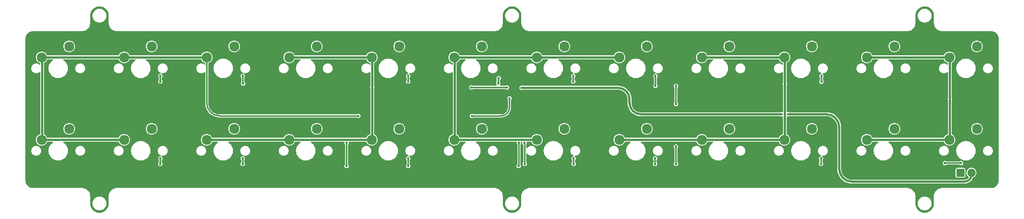
<source format=gbr>
%TF.GenerationSoftware,KiCad,Pcbnew,8.0.2*%
%TF.CreationDate,2025-12-13T11:39:42-08:00*%
%TF.ProjectId,mx-unsaver-frow,6d782d75-6e73-4617-9665-722d66726f77,rev?*%
%TF.SameCoordinates,Original*%
%TF.FileFunction,Copper,L1,Top*%
%TF.FilePolarity,Positive*%
%FSLAX46Y46*%
G04 Gerber Fmt 4.6, Leading zero omitted, Abs format (unit mm)*
G04 Created by KiCad (PCBNEW 8.0.2) date 2025-12-13 11:39:42*
%MOMM*%
%LPD*%
G01*
G04 APERTURE LIST*
G04 Aperture macros list*
%AMRoundRect*
0 Rectangle with rounded corners*
0 $1 Rounding radius*
0 $2 $3 $4 $5 $6 $7 $8 $9 X,Y pos of 4 corners*
0 Add a 4 corners polygon primitive as box body*
4,1,4,$2,$3,$4,$5,$6,$7,$8,$9,$2,$3,0*
0 Add four circle primitives for the rounded corners*
1,1,$1+$1,$2,$3*
1,1,$1+$1,$4,$5*
1,1,$1+$1,$6,$7*
1,1,$1+$1,$8,$9*
0 Add four rect primitives between the rounded corners*
20,1,$1+$1,$2,$3,$4,$5,0*
20,1,$1+$1,$4,$5,$6,$7,0*
20,1,$1+$1,$6,$7,$8,$9,0*
20,1,$1+$1,$8,$9,$2,$3,0*%
G04 Aperture macros list end*
%TA.AperFunction,ComponentPad*%
%ADD10C,2.300000*%
%TD*%
%TA.AperFunction,ComponentPad*%
%ADD11RoundRect,0.285750X0.666750X0.666750X-0.666750X0.666750X-0.666750X-0.666750X0.666750X-0.666750X0*%
%TD*%
%TA.AperFunction,ComponentPad*%
%ADD12C,1.905000*%
%TD*%
%TA.AperFunction,ViaPad*%
%ADD13C,0.600000*%
%TD*%
%TA.AperFunction,Conductor*%
%ADD14C,0.300000*%
%TD*%
%TA.AperFunction,Conductor*%
%ADD15C,0.500000*%
%TD*%
G04 APERTURE END LIST*
D10*
%TO.P,MX84,1,1*%
%TO.N,COL8*%
X167640000Y2540000D03*
%TO.P,MX84,2,2*%
%TO.N,Net-(D83-A)*%
X173990000Y5080000D03*
%TD*%
%TO.P,MX24,1,1*%
%TO.N,COL2*%
X15240000Y2540000D03*
%TO.P,MX24,2,2*%
%TO.N,Net-(D23-A)*%
X21590000Y5080000D03*
%TD*%
%TO.P,MX85,1,1*%
%TO.N,COL8*%
X167640000Y-16510000D03*
%TO.P,MX85,2,2*%
%TO.N,Net-(D84-A)*%
X173990000Y-13970000D03*
%TD*%
%TO.P,MX92,1,1*%
%TO.N,COL8*%
X129540000Y-16510000D03*
%TO.P,MX92,2,2*%
%TO.N,Net-(D91-A)*%
X135890000Y-13970000D03*
%TD*%
%TO.P,MX46,1,1*%
%TO.N,COL4*%
X53340000Y-16510000D03*
%TO.P,MX46,2,2*%
%TO.N,Net-(D45-A)*%
X59690000Y-13970000D03*
%TD*%
%TO.P,MX86,1,1*%
%TO.N,COL8*%
X148590000Y-16510000D03*
%TO.P,MX86,2,2*%
%TO.N,Net-(D85-A)*%
X154940000Y-13970000D03*
%TD*%
%TO.P,MX107,1,1*%
%TO.N,COL10*%
X186690000Y2540000D03*
%TO.P,MX107,2,2*%
%TO.N,Net-(D102-A)*%
X193040000Y5080000D03*
%TD*%
%TO.P,MX63,1,1*%
%TO.N,COL6*%
X91440000Y2540000D03*
%TO.P,MX63,2,2*%
%TO.N,Net-(D62-A)*%
X97790000Y5080000D03*
%TD*%
%TO.P,MX26,1,1*%
%TO.N,COL2*%
X-3810000Y-16510000D03*
%TO.P,MX26,2,2*%
%TO.N,Net-(D25-A)*%
X2540000Y-13970000D03*
%TD*%
%TO.P,MX66,1,1*%
%TO.N,COL6*%
X91440000Y-16510000D03*
%TO.P,MX66,2,2*%
%TO.N,Net-(D65-A)*%
X97790000Y-13970000D03*
%TD*%
%TO.P,MX44,1,1*%
%TO.N,COL4*%
X72390000Y2540000D03*
%TO.P,MX44,2,2*%
%TO.N,Net-(D43-A)*%
X78740000Y5080000D03*
%TD*%
%TO.P,MX109,1,1*%
%TO.N,COL10*%
X205740000Y-16510000D03*
%TO.P,MX109,2,2*%
%TO.N,Net-(D104-A)*%
X212090000Y-13970000D03*
%TD*%
%TO.P,MX64,1,1*%
%TO.N,COL6*%
X110490000Y2540000D03*
%TO.P,MX64,2,2*%
%TO.N,Net-(D63-A)*%
X116840000Y5080000D03*
%TD*%
%TO.P,MX25,1,1*%
%TO.N,COL2*%
X34290000Y2540000D03*
%TO.P,MX25,2,2*%
%TO.N,Net-(D24-A)*%
X40640000Y5080000D03*
%TD*%
%TO.P,MX23,1,1*%
%TO.N,COL2*%
X-3810000Y2540000D03*
%TO.P,MX23,2,2*%
%TO.N,Net-(D22-A)*%
X2540000Y5080000D03*
%TD*%
%TO.P,MX47,1,1*%
%TO.N,COL4*%
X34290000Y-16510000D03*
%TO.P,MX47,2,2*%
%TO.N,Net-(D46-A)*%
X40640000Y-13970000D03*
%TD*%
%TO.P,MX67,1,1*%
%TO.N,COL6*%
X110490000Y-16510000D03*
%TO.P,MX67,2,2*%
%TO.N,Net-(D66-A)*%
X116840000Y-13970000D03*
%TD*%
%TO.P,MX83,1,1*%
%TO.N,COL8*%
X148590000Y2540000D03*
%TO.P,MX83,2,2*%
%TO.N,Net-(D82-A)*%
X154940000Y5080000D03*
%TD*%
%TO.P,MX43,1,1*%
%TO.N,COL4*%
X53340000Y2540000D03*
%TO.P,MX43,2,2*%
%TO.N,Net-(D42-A)*%
X59690000Y5080000D03*
%TD*%
%TO.P,MX108,1,1*%
%TO.N,COL10*%
X205740000Y2540000D03*
%TO.P,MX108,2,2*%
%TO.N,Net-(D103-A)*%
X212090000Y5080000D03*
%TD*%
%TO.P,MX110,1,1*%
%TO.N,COL10*%
X186690000Y-16510000D03*
%TO.P,MX110,2,2*%
%TO.N,Net-(D105-A)*%
X193040000Y-13970000D03*
%TD*%
%TO.P,MX65,1,1*%
%TO.N,COL6*%
X129540000Y2540000D03*
%TO.P,MX65,2,2*%
%TO.N,Net-(D64-A)*%
X135890000Y5080000D03*
%TD*%
%TO.P,MX27,1,1*%
%TO.N,COL2*%
X15240000Y-16510000D03*
%TO.P,MX27,2,2*%
%TO.N,Net-(D26-A)*%
X21590000Y-13970000D03*
%TD*%
%TO.P,MX45,1,1*%
%TO.N,COL4*%
X72390000Y-16510000D03*
%TO.P,MX45,2,2*%
%TO.N,Net-(D44-A)*%
X78740000Y-13970000D03*
%TD*%
D11*
%TO.P,D1,1,K*%
%TO.N,Net-(D1-K)*%
X208280000Y-24130000D03*
D12*
%TO.P,D1,2,A*%
%TO.N,+5V*%
X210820000Y-24130000D03*
%TD*%
D13*
%TO.N,ROW0*%
X101700000Y-2243900D03*
X101600000Y-3543900D03*
%TO.N,ROW1*%
X80800000Y-3043900D03*
X80800000Y-1743900D03*
X118900000Y-1743900D03*
X118900000Y-3043900D03*
X23600000Y-3043900D03*
X176200000Y-1743900D03*
X176200000Y-3100000D03*
X23600000Y-1743900D03*
%TO.N,ROW2*%
X142600000Y-4050000D03*
X80800000Y-20793900D03*
X66600000Y-22593900D03*
X42600000Y-1743900D03*
X80800000Y-22593900D03*
X137900000Y-1743900D03*
X176100000Y-20793900D03*
X142600000Y-18100000D03*
X106300000Y-22593900D03*
X106350000Y-17260000D03*
X42700000Y-3543900D03*
X142600000Y-22093900D03*
X204700000Y-21900000D03*
X176100000Y-22093900D03*
X208400000Y-21900000D03*
X142600000Y-8250000D03*
X137900000Y-4050000D03*
X66600000Y-17260000D03*
%TO.N,ROW4*%
X107650000Y-17260000D03*
X119000000Y-22093900D03*
X42600000Y-22093900D03*
X23600000Y-20793900D03*
X107700000Y-22093900D03*
X137800000Y-22093900D03*
X119000000Y-20793900D03*
X42600000Y-20793900D03*
X137800000Y-20793900D03*
X23600000Y-22093900D03*
%TO.N,COL2*%
X104200000Y-6950000D03*
X69300000Y-11000000D03*
X95500000Y-11000000D03*
%TO.N,COL4*%
X103600000Y-4400000D03*
X72495000Y-4400000D03*
X95400000Y-4400000D03*
%TO.N,COL8*%
X167745000Y-3543900D03*
%TO.N,COL10*%
X205845000Y-7100000D03*
%TO.N,GND*%
X112100000Y-8700000D03*
X111100000Y-5800000D03*
X100600000Y-3700000D03*
X96600000Y-8700000D03*
X102800000Y-3600000D03*
X98800000Y-5700000D03*
%TO.N,+5V*%
X168495000Y-10600000D03*
X107000000Y-4500000D03*
X166995000Y-10600000D03*
%TD*%
D14*
%TO.N,ROW0*%
X101600000Y-2243900D02*
X101700000Y-2243900D01*
X101600000Y-3543900D02*
X101600000Y-2243900D01*
%TO.N,ROW1*%
X23600000Y-1743900D02*
X23600000Y-3043900D01*
X176200000Y-3100000D02*
X176200000Y-1743900D01*
X80800000Y-3043900D02*
X80800000Y-1743900D01*
X118900000Y-3043900D02*
X118900000Y-1743900D01*
%TO.N,ROW2*%
X176100000Y-22093900D02*
X176100000Y-20793900D01*
X42600000Y-3543900D02*
X42700000Y-3543900D01*
X137900000Y-1743900D02*
X137900000Y-4050000D01*
X208400000Y-21900000D02*
X204700000Y-21900000D01*
X42600000Y-1743900D02*
X42600000Y-3543900D01*
X142600000Y-22093900D02*
X142600000Y-18100000D01*
X106350000Y-17260000D02*
X106350000Y-22593900D01*
X142600000Y-8250000D02*
X142600000Y-4050000D01*
X80800000Y-22593900D02*
X80800000Y-20793900D01*
X106350000Y-22593900D02*
X106300000Y-22593900D01*
X66600000Y-22593900D02*
X66600000Y-17260000D01*
%TO.N,ROW4*%
X137800000Y-22093900D02*
X137800000Y-20793900D01*
X23600000Y-20793900D02*
X23600000Y-22093900D01*
X107700000Y-17260000D02*
X107700000Y-22093900D01*
X42600000Y-22093900D02*
X42600000Y-20793900D01*
X107650000Y-17260000D02*
X107700000Y-17260000D01*
X119000000Y-22093900D02*
X119000000Y-20793900D01*
D15*
%TO.N,COL2*%
X34290000Y2540000D02*
X-3810000Y2540000D01*
D14*
X34295000Y2540000D02*
X34295000Y-8000000D01*
D15*
X15240000Y-16510000D02*
X-3810000Y-16510000D01*
X-3700000Y-16510000D02*
X-3810000Y-16510000D01*
D14*
X95600000Y-11000000D02*
X95500000Y-11000000D01*
D15*
X-3810000Y2540000D02*
X-3700000Y2540000D01*
D14*
X37295000Y-11000000D02*
X69300000Y-11000000D01*
D15*
X-3700000Y2540000D02*
X-3700000Y-16510000D01*
D14*
X34290000Y2540000D02*
X34295000Y2540000D01*
X95600000Y-11000000D02*
X102200000Y-11000000D01*
X104200000Y-9000000D02*
X104200000Y-6950000D01*
X102200000Y-11000000D02*
G75*
G03*
X104200000Y-9000000I0J2000000D01*
G01*
X34295000Y-8000000D02*
G75*
G03*
X37295000Y-11000000I3000000J0D01*
G01*
D15*
%TO.N,COL4*%
X72495000Y-4400000D02*
X72495000Y2540000D01*
X72495000Y-16510000D02*
X72495000Y-4400000D01*
X34290000Y-16510000D02*
X72390000Y-16510000D01*
D14*
X103600000Y-4400000D02*
X95400000Y-4400000D01*
D15*
X72390000Y2540000D02*
X53340000Y2540000D01*
X72390000Y-16510000D02*
X72495000Y-16510000D01*
X72495000Y2540000D02*
X72390000Y2540000D01*
%TO.N,COL6*%
X91545000Y-16510000D02*
X91545000Y2540000D01*
X91440000Y2540000D02*
X110490000Y2540000D01*
X129540000Y2540000D02*
X110490000Y2540000D01*
X110490000Y-16510000D02*
X91440000Y-16510000D01*
X91545000Y2540000D02*
X91440000Y2540000D01*
X91440000Y-16510000D02*
X91545000Y-16510000D01*
%TO.N,COL8*%
X167745000Y-4400000D02*
X167745000Y-3543900D01*
X167640000Y2540000D02*
X148590000Y2540000D01*
X129540000Y-16510000D02*
X148590000Y-16510000D01*
X167745000Y-16510000D02*
X167745000Y-4400000D01*
X148590000Y-16510000D02*
X167640000Y-16510000D01*
X167745000Y-4400000D02*
X167745000Y2540000D01*
X167745000Y2540000D02*
X167640000Y2540000D01*
X167640000Y-16510000D02*
X167745000Y-16510000D01*
%TO.N,COL10*%
X205845000Y-6300000D02*
X205845000Y2540000D01*
X205740000Y-16510000D02*
X205845000Y-16510000D01*
X205845000Y-7100000D02*
X205845000Y-6300000D01*
X186690000Y-16510000D02*
X205740000Y-16510000D01*
X205740000Y2540000D02*
X186690000Y2540000D01*
X205845000Y-16510000D02*
X205845000Y-7100000D01*
X205845000Y2540000D02*
X205740000Y2540000D01*
%TO.N,+5V*%
X107000000Y-4500000D02*
X129300000Y-4500000D01*
X177300000Y-10600000D02*
X168495000Y-10600000D01*
X209220000Y-26200000D02*
X183300000Y-26200000D01*
X180300000Y-23200000D02*
X180300000Y-13600000D01*
X131900000Y-7100000D02*
X131900000Y-8000000D01*
X134500000Y-10600000D02*
X166995000Y-10600000D01*
X210820000Y-24130000D02*
X210820000Y-24600000D01*
X177300000Y-10600000D02*
G75*
G02*
X180300000Y-13600000I0J-3000000D01*
G01*
X183300000Y-26200000D02*
G75*
G02*
X180300000Y-23200000I0J3000000D01*
G01*
X131900000Y-7100000D02*
G75*
G03*
X129300000Y-4500000I-2600000J0D01*
G01*
X134500000Y-10600000D02*
G75*
G02*
X131900000Y-8000000I0J2600000D01*
G01*
X209220000Y-26200000D02*
G75*
G03*
X210820000Y-24600000I0J1600000D01*
G01*
%TD*%
%TA.AperFunction,Conductor*%
%TO.N,GND*%
G36*
X9535950Y14324029D02*
G01*
X9802519Y14306063D01*
X9816666Y14304173D01*
X10078612Y14251528D01*
X10092389Y14247805D01*
X10201443Y14210527D01*
X10345203Y14161384D01*
X10358378Y14155893D01*
X10597742Y14037171D01*
X10610086Y14030005D01*
X10831875Y13881030D01*
X10843178Y13872312D01*
X11043602Y13695628D01*
X11053668Y13685508D01*
X11229281Y13484156D01*
X11237939Y13472808D01*
X11385743Y13250222D01*
X11392839Y13237847D01*
X11510286Y12997863D01*
X11515707Y12984659D01*
X11600790Y12731378D01*
X11604437Y12717587D01*
X11655693Y12455371D01*
X11657508Y12441213D01*
X11674281Y12170971D01*
X11674489Y12163834D01*
X11674317Y12115136D01*
X11674500Y12113001D01*
X11674500Y10515771D01*
X11674104Y10511037D01*
X11674215Y10497089D01*
X11674215Y10497061D01*
X11674497Y10460195D01*
X11674500Y10459361D01*
X11674500Y10404881D01*
X11674952Y10400452D01*
X11675415Y10339780D01*
X11708664Y10100721D01*
X11708666Y10100712D01*
X11772675Y9868013D01*
X11772677Y9868008D01*
X11772679Y9868001D01*
X11866371Y9645568D01*
X11866373Y9645564D01*
X11988156Y9437184D01*
X12135970Y9246383D01*
X12135975Y9246378D01*
X12307312Y9076392D01*
X12499280Y8930089D01*
X12499287Y8930085D01*
X12708620Y8809957D01*
X12708623Y8809956D01*
X12931782Y8718030D01*
X12931797Y8718025D01*
X13141837Y8662034D01*
X13157682Y8657811D01*
X13165009Y8655858D01*
X13404315Y8624501D01*
X13524997Y8624535D01*
X13525029Y8624535D01*
X13562100Y8624534D01*
X13569170Y8624534D01*
X13579555Y8624534D01*
X13579576Y8624536D01*
X100729774Y8624536D01*
X100732848Y8624275D01*
X100739174Y8624307D01*
X100739193Y8624300D01*
X100739193Y8624302D01*
X100784497Y8624524D01*
X100786182Y8624532D01*
X100786737Y8624535D01*
X100787271Y8624536D01*
X100841859Y8624536D01*
X100844665Y8624819D01*
X100905394Y8625118D01*
X101144939Y8657802D01*
X101144950Y8657804D01*
X101144953Y8657805D01*
X101194829Y8671398D01*
X101378219Y8721378D01*
X101378223Y8721380D01*
X101378230Y8721382D01*
X101601252Y8814768D01*
X101601253Y8814769D01*
X101601256Y8814770D01*
X101799427Y8930090D01*
X101810229Y8936376D01*
X101991574Y9076391D01*
X102001612Y9084141D01*
X102172126Y9255533D01*
X102172132Y9255540D01*
X102172137Y9255545D01*
X102318916Y9447680D01*
X102439450Y9657279D01*
X102531691Y9880778D01*
X102594070Y10114378D01*
X102625526Y10354107D01*
X102625500Y10475000D01*
X102625500Y10519170D01*
X102625500Y12171430D01*
X102625734Y12178567D01*
X102625810Y12179725D01*
X102633768Y12301002D01*
X103174466Y12301002D01*
X103174466Y12049077D01*
X103213876Y11800250D01*
X103291723Y11560665D01*
X103406098Y11336190D01*
X103554167Y11132391D01*
X103554170Y11132387D01*
X103732313Y10954244D01*
X103732317Y10954241D01*
X103936116Y10806172D01*
X104160591Y10691797D01*
X104400176Y10613950D01*
X104649004Y10574540D01*
X104900928Y10574540D01*
X105149755Y10613950D01*
X105389340Y10691797D01*
X105389342Y10691798D01*
X105389345Y10691799D01*
X105599213Y10798732D01*
X105613815Y10806172D01*
X105817614Y10954241D01*
X105817618Y10954244D01*
X105817622Y10954247D01*
X105995759Y11132384D01*
X106013442Y11156723D01*
X106143833Y11336190D01*
X106143836Y11336195D01*
X106258207Y11560661D01*
X106283448Y11638345D01*
X106336055Y11800250D01*
X106375466Y12049077D01*
X106375466Y12301002D01*
X106353260Y12441205D01*
X106336056Y12549825D01*
X106258207Y12789419D01*
X106143836Y13013885D01*
X105995759Y13217696D01*
X105817622Y13395833D01*
X105613811Y13543910D01*
X105389345Y13658281D01*
X105227435Y13710888D01*
X105149755Y13736129D01*
X105149753Y13736129D01*
X105149751Y13736130D01*
X104900928Y13775540D01*
X104649004Y13775540D01*
X104400181Y13736130D01*
X104400179Y13736129D01*
X104400176Y13736129D01*
X104260965Y13690896D01*
X104160587Y13658281D01*
X103936121Y13543910D01*
X103936118Y13543908D01*
X103936116Y13543907D01*
X103838257Y13472808D01*
X103732310Y13395833D01*
X103554173Y13217696D01*
X103554170Y13217692D01*
X103554167Y13217688D01*
X103406098Y13013889D01*
X103406096Y13013885D01*
X103291725Y12789419D01*
X103291724Y12789416D01*
X103291723Y12789414D01*
X103213876Y12549829D01*
X103174466Y12301002D01*
X102633768Y12301002D01*
X102643463Y12448751D01*
X102645325Y12462884D01*
X102697511Y12724940D01*
X102701205Y12738709D01*
X102787188Y12991697D01*
X102792646Y13004858D01*
X102910860Y13244261D01*
X102910945Y13244433D01*
X102918089Y13256790D01*
X103011104Y13395798D01*
X103066680Y13478853D01*
X103075366Y13490156D01*
X103251702Y13690900D01*
X103261800Y13700980D01*
X103301958Y13736129D01*
X103346984Y13775540D01*
X103462842Y13876948D01*
X103474175Y13885626D01*
X103643683Y13998618D01*
X103696495Y14033822D01*
X103708852Y14040937D01*
X103948643Y14158815D01*
X103961831Y14164257D01*
X104098737Y14210517D01*
X104214953Y14249785D01*
X104228744Y14253459D01*
X104490866Y14305177D01*
X104505020Y14307018D01*
X104771668Y14324041D01*
X104785942Y14324015D01*
X105052508Y14306051D01*
X105066657Y14304161D01*
X105328603Y14251514D01*
X105342382Y14247791D01*
X105595190Y14161372D01*
X105608366Y14155881D01*
X105847728Y14037159D01*
X105860072Y14029993D01*
X106081860Y13881019D01*
X106093163Y13872301D01*
X106293587Y13695618D01*
X106303653Y13685498D01*
X106479267Y13484145D01*
X106487925Y13472797D01*
X106631360Y13256790D01*
X106635724Y13250219D01*
X106642824Y13237836D01*
X106760268Y12997858D01*
X106765690Y12984654D01*
X106850771Y12731381D01*
X106854420Y12717582D01*
X106905676Y12455363D01*
X106907492Y12441205D01*
X106924265Y12170971D01*
X106924280Y12170738D01*
X106924488Y12163601D01*
X106924317Y12115135D01*
X106924500Y12113000D01*
X106924500Y10515771D01*
X106924104Y10511037D01*
X106924215Y10497089D01*
X106924215Y10497061D01*
X106924497Y10460195D01*
X106924500Y10459361D01*
X106924500Y10404881D01*
X106924952Y10400452D01*
X106925415Y10339780D01*
X106958664Y10100721D01*
X106958666Y10100712D01*
X107022675Y9868013D01*
X107022677Y9868008D01*
X107022679Y9868001D01*
X107116371Y9645568D01*
X107116373Y9645564D01*
X107238156Y9437184D01*
X107385970Y9246383D01*
X107385975Y9246378D01*
X107557312Y9076392D01*
X107749280Y8930089D01*
X107749287Y8930085D01*
X107958620Y8809957D01*
X107958623Y8809956D01*
X108181782Y8718030D01*
X108181797Y8718025D01*
X108391837Y8662034D01*
X108407682Y8657811D01*
X108415009Y8655858D01*
X108654315Y8624501D01*
X108774997Y8624535D01*
X108775029Y8624535D01*
X108812100Y8624534D01*
X108819170Y8624534D01*
X108829555Y8624534D01*
X108829576Y8624536D01*
X195979774Y8624536D01*
X195982848Y8624275D01*
X195989174Y8624307D01*
X195989193Y8624300D01*
X195989193Y8624302D01*
X196034497Y8624524D01*
X196036182Y8624532D01*
X196036737Y8624535D01*
X196037271Y8624536D01*
X196091859Y8624536D01*
X196094665Y8624819D01*
X196155394Y8625118D01*
X196394939Y8657802D01*
X196394950Y8657804D01*
X196394953Y8657805D01*
X196444829Y8671398D01*
X196628219Y8721378D01*
X196628223Y8721380D01*
X196628230Y8721382D01*
X196851252Y8814768D01*
X196851253Y8814769D01*
X196851256Y8814770D01*
X197049427Y8930090D01*
X197060229Y8936376D01*
X197241574Y9076391D01*
X197251612Y9084141D01*
X197422126Y9255533D01*
X197422132Y9255540D01*
X197422137Y9255545D01*
X197568916Y9447680D01*
X197689450Y9657279D01*
X197781691Y9880778D01*
X197844070Y10114378D01*
X197875526Y10354107D01*
X197875500Y10475000D01*
X197875500Y10519170D01*
X197875500Y12171430D01*
X197875734Y12178567D01*
X197875810Y12179725D01*
X197883765Y12300962D01*
X198424500Y12300962D01*
X198424500Y12049037D01*
X198463910Y11800210D01*
X198541757Y11560625D01*
X198656132Y11336150D01*
X198804201Y11132351D01*
X198804204Y11132347D01*
X198982347Y10954204D01*
X198982351Y10954201D01*
X199186150Y10806132D01*
X199396023Y10699196D01*
X199410542Y10691799D01*
X199410625Y10691757D01*
X199650210Y10613910D01*
X199899038Y10574500D01*
X200150962Y10574500D01*
X200399789Y10613910D01*
X200639374Y10691757D01*
X200639376Y10691758D01*
X200639379Y10691759D01*
X200863845Y10806130D01*
X200863849Y10806132D01*
X201067648Y10954201D01*
X201067652Y10954204D01*
X201067656Y10954207D01*
X201245793Y11132344D01*
X201263476Y11156683D01*
X201393867Y11336150D01*
X201393870Y11336155D01*
X201508241Y11560621D01*
X201533482Y11638305D01*
X201586089Y11800210D01*
X201586096Y11800250D01*
X201625500Y12049038D01*
X201625500Y12300962D01*
X201586090Y12549785D01*
X201508241Y12789379D01*
X201393870Y13013845D01*
X201245793Y13217656D01*
X201067656Y13395793D01*
X200863845Y13543870D01*
X200639379Y13658241D01*
X200477469Y13710848D01*
X200399789Y13736089D01*
X200399787Y13736089D01*
X200399785Y13736090D01*
X200150962Y13775500D01*
X199899038Y13775500D01*
X199650215Y13736090D01*
X199650213Y13736089D01*
X199650210Y13736089D01*
X199511107Y13690891D01*
X199410621Y13658241D01*
X199186155Y13543870D01*
X199186152Y13543868D01*
X199186150Y13543867D01*
X199088346Y13472808D01*
X198982344Y13395793D01*
X198804207Y13217656D01*
X198804204Y13217652D01*
X198804201Y13217648D01*
X198656132Y13013849D01*
X198656130Y13013845D01*
X198541759Y12789379D01*
X198541758Y12789376D01*
X198541757Y12789374D01*
X198463910Y12549789D01*
X198424500Y12300962D01*
X197883765Y12300962D01*
X197893463Y12448751D01*
X197895325Y12462884D01*
X197947511Y12724940D01*
X197951205Y12738709D01*
X198037188Y12991697D01*
X198042646Y13004858D01*
X198160860Y13244261D01*
X198160945Y13244433D01*
X198168089Y13256790D01*
X198261104Y13395798D01*
X198316680Y13478853D01*
X198325366Y13490156D01*
X198501702Y13690900D01*
X198511800Y13700980D01*
X198551958Y13736129D01*
X198596984Y13775540D01*
X198712842Y13876948D01*
X198724175Y13885626D01*
X198893683Y13998618D01*
X198946495Y14033822D01*
X198958852Y14040937D01*
X199198643Y14158815D01*
X199211831Y14164257D01*
X199348737Y14210517D01*
X199464953Y14249785D01*
X199478744Y14253459D01*
X199740866Y14305177D01*
X199755020Y14307018D01*
X200021668Y14324041D01*
X200035942Y14324015D01*
X200302508Y14306051D01*
X200316657Y14304161D01*
X200578603Y14251514D01*
X200592382Y14247791D01*
X200845190Y14161372D01*
X200858366Y14155881D01*
X201097728Y14037159D01*
X201110072Y14029993D01*
X201331860Y13881019D01*
X201343163Y13872301D01*
X201543587Y13695618D01*
X201553653Y13685498D01*
X201729267Y13484145D01*
X201737925Y13472797D01*
X201881360Y13256790D01*
X201885724Y13250219D01*
X201892824Y13237836D01*
X202010268Y12997858D01*
X202015690Y12984654D01*
X202100771Y12731381D01*
X202104420Y12717582D01*
X202155676Y12455363D01*
X202157492Y12441205D01*
X202174265Y12170971D01*
X202174280Y12170738D01*
X202174488Y12163601D01*
X202174317Y12115135D01*
X202174500Y12113000D01*
X202174500Y10515771D01*
X202174104Y10511037D01*
X202174215Y10497089D01*
X202174215Y10497061D01*
X202174497Y10460195D01*
X202174500Y10459361D01*
X202174500Y10404881D01*
X202174952Y10400452D01*
X202175415Y10339780D01*
X202208664Y10100721D01*
X202208666Y10100712D01*
X202272675Y9868013D01*
X202272677Y9868008D01*
X202272679Y9868001D01*
X202366371Y9645568D01*
X202366373Y9645564D01*
X202488156Y9437184D01*
X202635970Y9246383D01*
X202635975Y9246378D01*
X202807312Y9076392D01*
X202999280Y8930089D01*
X202999287Y8930085D01*
X203208620Y8809957D01*
X203208623Y8809956D01*
X203431782Y8718030D01*
X203431797Y8718025D01*
X203641837Y8662034D01*
X203657682Y8657811D01*
X203665009Y8655858D01*
X203904315Y8624501D01*
X204024997Y8624535D01*
X204025029Y8624535D01*
X204062100Y8624534D01*
X204069170Y8624534D01*
X204079555Y8624534D01*
X204079576Y8624536D01*
X215346122Y8624536D01*
X215353898Y8624258D01*
X215371640Y8622989D01*
X215591215Y8607283D01*
X215606608Y8605070D01*
X215835286Y8555323D01*
X215850208Y8550942D01*
X216069482Y8469157D01*
X216083628Y8462696D01*
X216289025Y8350540D01*
X216302108Y8342132D01*
X216489456Y8201887D01*
X216501209Y8191703D01*
X216666691Y8026222D01*
X216676875Y8014469D01*
X216817119Y7827129D01*
X216825527Y7814046D01*
X216937690Y7608640D01*
X216944151Y7594494D01*
X217025935Y7375230D01*
X217030317Y7360308D01*
X217080067Y7131626D01*
X217082280Y7116233D01*
X217099222Y6879419D01*
X217099500Y6871641D01*
X217099500Y-25921117D01*
X217099224Y-25928871D01*
X217082349Y-26165501D01*
X217080149Y-26180850D01*
X217030690Y-26408898D01*
X217026333Y-26423780D01*
X216945018Y-26642491D01*
X216938594Y-26656604D01*
X216827066Y-26861563D01*
X216818704Y-26874623D01*
X216679217Y-27061686D01*
X216669087Y-27073425D01*
X216504470Y-27238800D01*
X216492777Y-27248985D01*
X216306351Y-27389332D01*
X216293330Y-27397753D01*
X216088889Y-27510217D01*
X216074806Y-27516706D01*
X215856460Y-27599029D01*
X215841598Y-27603453D01*
X215613792Y-27653956D01*
X215598452Y-27656227D01*
X215362388Y-27674151D01*
X215354136Y-27674464D01*
X203964803Y-27674464D01*
X203964442Y-27674499D01*
X203903727Y-27674499D01*
X203770114Y-27692087D01*
X203663221Y-27706159D01*
X203663215Y-27706160D01*
X203428920Y-27768938D01*
X203428907Y-27768942D01*
X203204806Y-27861766D01*
X203204799Y-27861769D01*
X202994724Y-27983054D01*
X202802266Y-28130731D01*
X202630742Y-28302253D01*
X202630741Y-28302255D01*
X202483069Y-28494702D01*
X202361780Y-28704779D01*
X202268947Y-28928897D01*
X202268946Y-28928900D01*
X202206163Y-29163209D01*
X202206160Y-29163224D01*
X202174500Y-29403708D01*
X202174500Y-31221389D01*
X202174267Y-31228518D01*
X202156578Y-31498400D01*
X202154717Y-31512536D01*
X202102650Y-31774294D01*
X202098959Y-31788066D01*
X202013175Y-32040777D01*
X202007719Y-32053949D01*
X201889682Y-32293305D01*
X201882553Y-32305653D01*
X201734282Y-32527556D01*
X201725604Y-32538865D01*
X201549630Y-32739525D01*
X201539561Y-32749594D01*
X201338904Y-32925567D01*
X201327592Y-32934246D01*
X201105689Y-33082517D01*
X201093341Y-33089646D01*
X200853985Y-33207683D01*
X200840813Y-33213139D01*
X200588102Y-33298923D01*
X200574330Y-33302614D01*
X200312572Y-33354681D01*
X200298436Y-33356542D01*
X200032129Y-33373996D01*
X200017871Y-33373996D01*
X199751563Y-33356542D01*
X199737427Y-33354681D01*
X199475669Y-33302614D01*
X199461897Y-33298923D01*
X199209186Y-33213139D01*
X199196014Y-33207683D01*
X198956658Y-33089646D01*
X198944310Y-33082517D01*
X198722407Y-32934246D01*
X198711105Y-32925574D01*
X198510430Y-32749587D01*
X198500376Y-32739533D01*
X198324387Y-32538856D01*
X198315717Y-32527556D01*
X198167446Y-32305653D01*
X198160317Y-32293305D01*
X198152056Y-32276553D01*
X198042277Y-32053941D01*
X198036827Y-32040784D01*
X197951039Y-31788064D01*
X197947349Y-31774294D01*
X197912637Y-31599785D01*
X197895280Y-31512527D01*
X197893422Y-31498410D01*
X197875733Y-31228518D01*
X197875500Y-31221389D01*
X197875500Y-31099037D01*
X198424500Y-31099037D01*
X198424500Y-31350962D01*
X198463910Y-31599789D01*
X198525086Y-31788066D01*
X198541759Y-31839379D01*
X198616682Y-31986424D01*
X198656132Y-32063849D01*
X198804201Y-32267648D01*
X198804207Y-32267656D01*
X198982344Y-32445793D01*
X198982347Y-32445795D01*
X198982351Y-32445798D01*
X199186150Y-32593867D01*
X199186152Y-32593868D01*
X199186155Y-32593870D01*
X199410621Y-32708241D01*
X199488305Y-32733482D01*
X199650210Y-32786089D01*
X199650213Y-32786089D01*
X199650215Y-32786090D01*
X199899038Y-32825500D01*
X200150962Y-32825500D01*
X200399785Y-32786090D01*
X200399787Y-32786089D01*
X200399789Y-32786089D01*
X200543115Y-32739519D01*
X200639379Y-32708241D01*
X200863845Y-32593870D01*
X201067656Y-32445793D01*
X201245793Y-32267656D01*
X201393870Y-32063845D01*
X201508241Y-31839379D01*
X201586090Y-31599785D01*
X201625500Y-31350962D01*
X201625500Y-31099038D01*
X201586090Y-30850215D01*
X201586089Y-30850213D01*
X201586089Y-30850210D01*
X201508242Y-30610625D01*
X201508241Y-30610621D01*
X201393870Y-30386155D01*
X201393868Y-30386152D01*
X201393867Y-30386150D01*
X201245798Y-30182351D01*
X201245795Y-30182347D01*
X201245793Y-30182344D01*
X201067656Y-30004207D01*
X201067648Y-30004201D01*
X200863849Y-29856132D01*
X200849247Y-29848692D01*
X200639379Y-29741759D01*
X200639376Y-29741758D01*
X200639374Y-29741757D01*
X200399789Y-29663910D01*
X200150962Y-29624500D01*
X199899038Y-29624500D01*
X199650210Y-29663910D01*
X199410625Y-29741757D01*
X199186150Y-29856132D01*
X198982351Y-30004201D01*
X198982347Y-30004204D01*
X198804204Y-30182347D01*
X198804201Y-30182351D01*
X198656132Y-30386150D01*
X198541757Y-30610625D01*
X198463910Y-30850210D01*
X198424500Y-31099037D01*
X197875500Y-31099037D01*
X197875500Y-29570151D01*
X197875536Y-29570037D01*
X197875535Y-29524958D01*
X197875536Y-29524958D01*
X197875534Y-29403670D01*
X197843866Y-29163170D01*
X197781079Y-28928860D01*
X197699443Y-28731780D01*
X197688250Y-28704758D01*
X197688246Y-28704751D01*
X197688246Y-28704750D01*
X197566955Y-28494674D01*
X197419282Y-28302227D01*
X197247754Y-28130701D01*
X197247752Y-28130699D01*
X197055306Y-27983032D01*
X196845231Y-27861745D01*
X196845229Y-27861744D01*
X196845227Y-27861743D01*
X196621116Y-27768913D01*
X196386805Y-27706129D01*
X196386794Y-27706126D01*
X196146303Y-27674464D01*
X196074842Y-27674464D01*
X108824842Y-27674464D01*
X108725186Y-27674464D01*
X108714803Y-27674464D01*
X108714442Y-27674499D01*
X108653727Y-27674499D01*
X108520114Y-27692087D01*
X108413221Y-27706159D01*
X108413215Y-27706160D01*
X108178920Y-27768938D01*
X108178907Y-27768942D01*
X107954806Y-27861766D01*
X107954799Y-27861769D01*
X107744724Y-27983054D01*
X107552266Y-28130731D01*
X107380742Y-28302253D01*
X107380741Y-28302255D01*
X107233069Y-28494702D01*
X107111780Y-28704779D01*
X107018947Y-28928897D01*
X107018946Y-28928900D01*
X106956163Y-29163209D01*
X106956160Y-29163224D01*
X106924500Y-29403708D01*
X106924500Y-31221389D01*
X106924267Y-31228518D01*
X106906578Y-31498400D01*
X106904717Y-31512536D01*
X106852650Y-31774294D01*
X106848959Y-31788066D01*
X106763175Y-32040777D01*
X106757719Y-32053949D01*
X106639682Y-32293305D01*
X106632553Y-32305653D01*
X106484282Y-32527556D01*
X106475604Y-32538865D01*
X106299630Y-32739525D01*
X106289561Y-32749594D01*
X106088904Y-32925567D01*
X106077592Y-32934246D01*
X105855689Y-33082517D01*
X105843341Y-33089646D01*
X105603985Y-33207683D01*
X105590813Y-33213139D01*
X105338102Y-33298923D01*
X105324330Y-33302614D01*
X105062572Y-33354681D01*
X105048436Y-33356542D01*
X104782129Y-33373996D01*
X104767871Y-33373996D01*
X104501563Y-33356542D01*
X104487427Y-33354681D01*
X104225669Y-33302614D01*
X104211897Y-33298923D01*
X103959186Y-33213139D01*
X103946014Y-33207683D01*
X103706658Y-33089646D01*
X103694310Y-33082517D01*
X103472407Y-32934246D01*
X103461105Y-32925574D01*
X103260430Y-32749587D01*
X103250376Y-32739533D01*
X103074387Y-32538856D01*
X103065717Y-32527556D01*
X102917446Y-32305653D01*
X102910317Y-32293305D01*
X102902056Y-32276553D01*
X102792277Y-32053941D01*
X102786827Y-32040784D01*
X102701039Y-31788064D01*
X102697349Y-31774294D01*
X102662637Y-31599785D01*
X102645280Y-31512527D01*
X102643422Y-31498410D01*
X102625733Y-31228518D01*
X102625500Y-31221389D01*
X102625500Y-31099037D01*
X103174500Y-31099037D01*
X103174500Y-31350962D01*
X103213910Y-31599789D01*
X103275086Y-31788066D01*
X103291759Y-31839379D01*
X103366682Y-31986424D01*
X103406132Y-32063849D01*
X103554201Y-32267648D01*
X103554207Y-32267656D01*
X103732344Y-32445793D01*
X103732347Y-32445795D01*
X103732351Y-32445798D01*
X103936150Y-32593867D01*
X103936152Y-32593868D01*
X103936155Y-32593870D01*
X104160621Y-32708241D01*
X104238305Y-32733482D01*
X104400210Y-32786089D01*
X104400213Y-32786089D01*
X104400215Y-32786090D01*
X104649038Y-32825500D01*
X104900962Y-32825500D01*
X105149785Y-32786090D01*
X105149787Y-32786089D01*
X105149789Y-32786089D01*
X105293115Y-32739519D01*
X105389379Y-32708241D01*
X105613845Y-32593870D01*
X105817656Y-32445793D01*
X105995793Y-32267656D01*
X106143870Y-32063845D01*
X106258241Y-31839379D01*
X106336090Y-31599785D01*
X106375500Y-31350962D01*
X106375500Y-31099038D01*
X106336090Y-30850215D01*
X106336089Y-30850213D01*
X106336089Y-30850210D01*
X106258242Y-30610625D01*
X106258241Y-30610621D01*
X106143870Y-30386155D01*
X106143868Y-30386152D01*
X106143867Y-30386150D01*
X105995798Y-30182351D01*
X105995795Y-30182347D01*
X105995793Y-30182344D01*
X105817656Y-30004207D01*
X105817648Y-30004201D01*
X105613849Y-29856132D01*
X105599247Y-29848692D01*
X105389379Y-29741759D01*
X105389376Y-29741758D01*
X105389374Y-29741757D01*
X105149789Y-29663910D01*
X104900962Y-29624500D01*
X104649038Y-29624500D01*
X104400210Y-29663910D01*
X104160625Y-29741757D01*
X103936150Y-29856132D01*
X103732351Y-30004201D01*
X103732347Y-30004204D01*
X103554204Y-30182347D01*
X103554201Y-30182351D01*
X103406132Y-30386150D01*
X103291757Y-30610625D01*
X103213910Y-30850210D01*
X103174500Y-31099037D01*
X102625500Y-31099037D01*
X102625500Y-29570151D01*
X102625536Y-29570037D01*
X102625535Y-29524958D01*
X102625536Y-29524958D01*
X102625534Y-29403670D01*
X102593866Y-29163170D01*
X102531079Y-28928860D01*
X102449443Y-28731780D01*
X102438250Y-28704758D01*
X102438246Y-28704751D01*
X102438246Y-28704750D01*
X102316955Y-28494674D01*
X102169282Y-28302227D01*
X101997754Y-28130701D01*
X101997752Y-28130699D01*
X101805306Y-27983032D01*
X101595231Y-27861745D01*
X101595229Y-27861744D01*
X101595227Y-27861743D01*
X101371116Y-27768913D01*
X101136805Y-27706129D01*
X101136794Y-27706126D01*
X100896303Y-27674464D01*
X100824842Y-27674464D01*
X13574842Y-27674464D01*
X13475186Y-27674464D01*
X13464803Y-27674464D01*
X13464442Y-27674499D01*
X13403727Y-27674499D01*
X13270114Y-27692087D01*
X13163221Y-27706159D01*
X13163215Y-27706160D01*
X12928920Y-27768938D01*
X12928907Y-27768942D01*
X12704806Y-27861766D01*
X12704799Y-27861769D01*
X12494724Y-27983054D01*
X12302266Y-28130731D01*
X12130742Y-28302253D01*
X12130741Y-28302255D01*
X11983069Y-28494702D01*
X11861780Y-28704779D01*
X11768947Y-28928897D01*
X11768946Y-28928900D01*
X11706163Y-29163209D01*
X11706160Y-29163224D01*
X11674500Y-29403708D01*
X11674500Y-31221389D01*
X11674267Y-31228518D01*
X11656578Y-31498400D01*
X11654717Y-31512536D01*
X11602650Y-31774294D01*
X11598959Y-31788066D01*
X11513175Y-32040777D01*
X11507719Y-32053949D01*
X11389682Y-32293305D01*
X11382553Y-32305653D01*
X11234282Y-32527556D01*
X11225604Y-32538865D01*
X11049630Y-32739525D01*
X11039561Y-32749594D01*
X10838904Y-32925567D01*
X10827592Y-32934246D01*
X10605689Y-33082517D01*
X10593341Y-33089646D01*
X10353985Y-33207683D01*
X10340813Y-33213139D01*
X10088102Y-33298923D01*
X10074330Y-33302614D01*
X9812572Y-33354681D01*
X9798436Y-33356542D01*
X9532129Y-33373996D01*
X9517871Y-33373996D01*
X9251563Y-33356542D01*
X9237427Y-33354681D01*
X8975669Y-33302614D01*
X8961897Y-33298923D01*
X8709186Y-33213139D01*
X8696014Y-33207683D01*
X8456658Y-33089646D01*
X8444310Y-33082517D01*
X8222407Y-32934246D01*
X8211105Y-32925574D01*
X8010430Y-32749587D01*
X8000376Y-32739533D01*
X7824387Y-32538856D01*
X7815717Y-32527556D01*
X7667446Y-32305653D01*
X7660317Y-32293305D01*
X7652056Y-32276553D01*
X7542277Y-32053941D01*
X7536827Y-32040784D01*
X7451039Y-31788064D01*
X7447349Y-31774294D01*
X7412637Y-31599785D01*
X7395280Y-31512527D01*
X7393422Y-31498410D01*
X7375733Y-31228518D01*
X7375500Y-31221389D01*
X7375500Y-31099037D01*
X7924500Y-31099037D01*
X7924500Y-31350962D01*
X7963910Y-31599789D01*
X8025086Y-31788066D01*
X8041759Y-31839379D01*
X8116682Y-31986424D01*
X8156132Y-32063849D01*
X8304201Y-32267648D01*
X8304207Y-32267656D01*
X8482344Y-32445793D01*
X8482347Y-32445795D01*
X8482351Y-32445798D01*
X8686150Y-32593867D01*
X8686152Y-32593868D01*
X8686155Y-32593870D01*
X8910621Y-32708241D01*
X8988305Y-32733482D01*
X9150210Y-32786089D01*
X9150213Y-32786089D01*
X9150215Y-32786090D01*
X9399038Y-32825500D01*
X9650962Y-32825500D01*
X9899785Y-32786090D01*
X9899787Y-32786089D01*
X9899789Y-32786089D01*
X10043115Y-32739519D01*
X10139379Y-32708241D01*
X10363845Y-32593870D01*
X10567656Y-32445793D01*
X10745793Y-32267656D01*
X10893870Y-32063845D01*
X11008241Y-31839379D01*
X11086090Y-31599785D01*
X11125500Y-31350962D01*
X11125500Y-31099038D01*
X11086090Y-30850215D01*
X11086089Y-30850213D01*
X11086089Y-30850210D01*
X11008242Y-30610625D01*
X11008241Y-30610621D01*
X10893870Y-30386155D01*
X10893868Y-30386152D01*
X10893867Y-30386150D01*
X10745798Y-30182351D01*
X10745795Y-30182347D01*
X10745793Y-30182344D01*
X10567656Y-30004207D01*
X10567648Y-30004201D01*
X10363849Y-29856132D01*
X10349247Y-29848692D01*
X10139379Y-29741759D01*
X10139376Y-29741758D01*
X10139374Y-29741757D01*
X9899789Y-29663910D01*
X9650962Y-29624500D01*
X9399038Y-29624500D01*
X9150210Y-29663910D01*
X8910625Y-29741757D01*
X8686150Y-29856132D01*
X8482351Y-30004201D01*
X8482347Y-30004204D01*
X8304204Y-30182347D01*
X8304201Y-30182351D01*
X8156132Y-30386150D01*
X8041757Y-30610625D01*
X7963910Y-30850210D01*
X7924500Y-31099037D01*
X7375500Y-31099037D01*
X7375500Y-29570115D01*
X7375505Y-29570096D01*
X7375505Y-29524960D01*
X7375506Y-29524960D01*
X7375505Y-29403673D01*
X7375504Y-29403669D01*
X7343839Y-29163176D01*
X7343838Y-29163173D01*
X7281054Y-28928867D01*
X7188223Y-28704758D01*
X7066936Y-28494683D01*
X6934879Y-28322583D01*
X6919268Y-28302238D01*
X6919266Y-28302236D01*
X6747744Y-28130712D01*
X6747742Y-28130711D01*
X6747726Y-28130699D01*
X6663993Y-28066448D01*
X6555297Y-27983042D01*
X6555297Y-27983041D01*
X6345222Y-27861752D01*
X6345213Y-27861747D01*
X6121120Y-27768922D01*
X6121115Y-27768920D01*
X6121113Y-27768919D01*
X6121112Y-27768919D01*
X5886906Y-27706160D01*
X5886802Y-27706132D01*
X5646302Y-27674465D01*
X5646310Y-27674465D01*
X5574843Y-27674464D01*
X5574842Y-27674464D01*
X5525019Y-27674464D01*
X5480849Y-27674463D01*
X5480848Y-27674463D01*
X5472070Y-27674463D01*
X5472058Y-27674464D01*
X-5796008Y-27674464D01*
X-5803749Y-27674189D01*
X-5804283Y-27674151D01*
X-5811774Y-27673617D01*
X-6040032Y-27657366D01*
X-6055357Y-27655172D01*
X-6283061Y-27605869D01*
X-6297921Y-27601527D01*
X-6516354Y-27520459D01*
X-6530449Y-27514055D01*
X-6735188Y-27402860D01*
X-6748234Y-27394524D01*
X-6935158Y-27255442D01*
X-6946891Y-27245342D01*
X-7112229Y-27081177D01*
X-7122412Y-27069516D01*
X-7262818Y-26883591D01*
X-7271247Y-26870605D01*
X-7383899Y-26666661D01*
X-7390403Y-26652612D01*
X-7473024Y-26434763D01*
X-7477473Y-26419934D01*
X-7528396Y-26192584D01*
X-7530698Y-26177275D01*
X-7549167Y-25941583D01*
X-7549500Y-25933068D01*
X-7549500Y-18961421D01*
X-6205500Y-18961421D01*
X-6205500Y-19138579D01*
X-6177786Y-19313555D01*
X-6123042Y-19482042D01*
X-6042614Y-19639890D01*
X-5938483Y-19783214D01*
X-5813214Y-19908483D01*
X-5669890Y-20012614D01*
X-5512042Y-20093042D01*
X-5398183Y-20130036D01*
X-5343559Y-20147785D01*
X-5343557Y-20147785D01*
X-5343555Y-20147786D01*
X-5168579Y-20175500D01*
X-4991421Y-20175500D01*
X-4816445Y-20147786D01*
X-4816443Y-20147785D01*
X-4816440Y-20147785D01*
X-4702586Y-20110791D01*
X-4647958Y-20093042D01*
X-4490110Y-20012614D01*
X-4346786Y-19908483D01*
X-4221517Y-19783214D01*
X-4117386Y-19639890D01*
X-4036958Y-19482042D01*
X-4036956Y-19482037D01*
X-3982214Y-19313559D01*
X-3954500Y-19138579D01*
X-3954500Y-18961420D01*
X-3982214Y-18786440D01*
X-4036956Y-18617962D01*
X-4040401Y-18611200D01*
X-4117386Y-18460110D01*
X-4214084Y-18327016D01*
X-4221515Y-18316788D01*
X-4346788Y-18191515D01*
X-4442335Y-18122096D01*
X-4490110Y-18087386D01*
X-4647958Y-18006958D01*
X-4647958Y-18006957D01*
X-4647962Y-18006956D01*
X-4816440Y-17952214D01*
X-4991421Y-17924500D01*
X-5168579Y-17924500D01*
X-5343559Y-17952214D01*
X-5512037Y-18006956D01*
X-5512039Y-18006957D01*
X-5512042Y-18006958D01*
X-5669890Y-18087386D01*
X-5813214Y-18191517D01*
X-5938483Y-18316786D01*
X-6042614Y-18460110D01*
X-6123042Y-18617958D01*
X-6123043Y-18617962D01*
X-6177785Y-18786440D01*
X-6177785Y-18786443D01*
X-6177786Y-18786445D01*
X-6205500Y-18961421D01*
X-7549500Y-18961421D01*
X-7549500Y88579D01*
X-6205500Y88579D01*
X-6205500Y-88579D01*
X-6177786Y-263555D01*
X-6123042Y-432042D01*
X-6042614Y-589890D01*
X-5938483Y-733214D01*
X-5813214Y-858483D01*
X-5669890Y-962614D01*
X-5512042Y-1043042D01*
X-5398183Y-1080036D01*
X-5343559Y-1097785D01*
X-5343557Y-1097785D01*
X-5343555Y-1097786D01*
X-5168579Y-1125500D01*
X-4991421Y-1125500D01*
X-4816445Y-1097786D01*
X-4816443Y-1097785D01*
X-4816440Y-1097785D01*
X-4702586Y-1060791D01*
X-4647958Y-1043042D01*
X-4490110Y-962614D01*
X-4346786Y-858483D01*
X-4336572Y-848269D01*
X-4276551Y-817688D01*
X-4210015Y-828226D01*
X-4162380Y-875861D01*
X-4150500Y-925346D01*
X-4150500Y-15119456D01*
X-4171317Y-15183525D01*
X-4225817Y-15223121D01*
X-4231287Y-15224741D01*
X-4273656Y-15236094D01*
X-4273671Y-15236100D01*
X-4465728Y-15325659D01*
X-4487829Y-15335965D01*
X-4681401Y-15471505D01*
X-4848495Y-15638599D01*
X-4984035Y-15832171D01*
X-5083903Y-16046337D01*
X-5145063Y-16274592D01*
X-5165659Y-16510000D01*
X-5145063Y-16745408D01*
X-5083903Y-16973663D01*
X-4984035Y-17187830D01*
X-4848495Y-17381401D01*
X-4681401Y-17548495D01*
X-4487830Y-17684035D01*
X-4273663Y-17783903D01*
X-4045408Y-17845063D01*
X-3851194Y-17862054D01*
X-3810002Y-17865659D01*
X-3810000Y-17865659D01*
X-3809998Y-17865659D01*
X-3764856Y-17861709D01*
X-3574592Y-17845063D01*
X-3346337Y-17783903D01*
X-3132170Y-17684035D01*
X-2938599Y-17548495D01*
X-2771505Y-17381401D01*
X-2635965Y-17187830D01*
X-2635964Y-17187829D01*
X-2635963Y-17187827D01*
X-2559305Y-17023434D01*
X-2513362Y-16974166D01*
X-2460518Y-16960500D01*
X-1276474Y-16960500D01*
X-1212405Y-16981317D01*
X-1172809Y-17035817D01*
X-1172809Y-17103183D01*
X-1212405Y-17157683D01*
X-1221974Y-17163897D01*
X-1249600Y-17179847D01*
X-1483005Y-17358945D01*
X-1483006Y-17358946D01*
X-1483011Y-17358950D01*
X-1691050Y-17566989D01*
X-1691053Y-17566993D01*
X-1691054Y-17566994D01*
X-1857491Y-17783899D01*
X-1870155Y-17800403D01*
X-2017261Y-18055197D01*
X-2129850Y-18327013D01*
X-2205998Y-18611200D01*
X-2244400Y-18902894D01*
X-2244400Y-19197106D01*
X-2205998Y-19488800D01*
X-2129850Y-19772987D01*
X-2017261Y-20044803D01*
X-1870155Y-20299597D01*
X-1691050Y-20533011D01*
X-1483011Y-20741050D01*
X-1249597Y-20920155D01*
X-994803Y-21067261D01*
X-722987Y-21179850D01*
X-438800Y-21255998D01*
X-147106Y-21294400D01*
X-147101Y-21294400D01*
X147101Y-21294400D01*
X147106Y-21294400D01*
X438800Y-21255998D01*
X722987Y-21179850D01*
X994803Y-21067261D01*
X1249597Y-20920155D01*
X1483011Y-20741050D01*
X1691050Y-20533011D01*
X1870155Y-20299597D01*
X2017261Y-20044803D01*
X2129850Y-19772987D01*
X2205998Y-19488800D01*
X2244400Y-19197106D01*
X2244400Y-18961420D01*
X3954500Y-18961420D01*
X3954500Y-19138579D01*
X3982214Y-19313559D01*
X4036956Y-19482037D01*
X4036958Y-19482042D01*
X4117386Y-19639890D01*
X4221517Y-19783214D01*
X4346786Y-19908483D01*
X4490110Y-20012614D01*
X4647958Y-20093042D01*
X4702586Y-20110791D01*
X4816440Y-20147785D01*
X4816443Y-20147785D01*
X4816445Y-20147786D01*
X4991421Y-20175500D01*
X5168579Y-20175500D01*
X5343555Y-20147786D01*
X5343557Y-20147785D01*
X5343559Y-20147785D01*
X5398183Y-20130036D01*
X5512042Y-20093042D01*
X5669890Y-20012614D01*
X5813214Y-19908483D01*
X5938483Y-19783214D01*
X6042614Y-19639890D01*
X6123042Y-19482042D01*
X6177786Y-19313555D01*
X6205500Y-19138579D01*
X6205500Y-18961421D01*
X6205500Y-18961420D01*
X12844500Y-18961420D01*
X12844500Y-19138579D01*
X12872214Y-19313559D01*
X12926956Y-19482037D01*
X12926958Y-19482042D01*
X13007386Y-19639890D01*
X13111517Y-19783214D01*
X13236786Y-19908483D01*
X13380110Y-20012614D01*
X13537958Y-20093042D01*
X13592586Y-20110791D01*
X13706440Y-20147785D01*
X13706443Y-20147785D01*
X13706445Y-20147786D01*
X13881421Y-20175500D01*
X14058579Y-20175500D01*
X14233555Y-20147786D01*
X14233557Y-20147785D01*
X14233559Y-20147785D01*
X14288183Y-20130036D01*
X14402042Y-20093042D01*
X14559890Y-20012614D01*
X14703214Y-19908483D01*
X14828483Y-19783214D01*
X14932614Y-19639890D01*
X15013042Y-19482042D01*
X15067786Y-19313555D01*
X15095500Y-19138579D01*
X15095500Y-18961421D01*
X15086230Y-18902894D01*
X16805600Y-18902894D01*
X16805600Y-19197106D01*
X16844002Y-19488800D01*
X16884487Y-19639890D01*
X16920149Y-19772983D01*
X16920152Y-19772992D01*
X17032739Y-20044803D01*
X17032740Y-20044806D01*
X17103534Y-20167423D01*
X17175492Y-20292058D01*
X17179847Y-20299600D01*
X17349370Y-20520527D01*
X17358950Y-20533011D01*
X17566989Y-20741050D01*
X17800403Y-20920155D01*
X17976357Y-21021742D01*
X18055193Y-21067259D01*
X18055194Y-21067259D01*
X18055197Y-21067261D01*
X18327013Y-21179850D01*
X18611200Y-21255998D01*
X18902894Y-21294400D01*
X18902899Y-21294400D01*
X19197101Y-21294400D01*
X19197106Y-21294400D01*
X19488800Y-21255998D01*
X19772987Y-21179850D01*
X20044803Y-21067261D01*
X20299597Y-20920155D01*
X20533011Y-20741050D01*
X20741050Y-20533011D01*
X20920155Y-20299597D01*
X21067261Y-20044803D01*
X21179850Y-19772987D01*
X21255998Y-19488800D01*
X21294400Y-19197106D01*
X21294400Y-18961420D01*
X23004500Y-18961420D01*
X23004500Y-19138579D01*
X23032214Y-19313559D01*
X23086956Y-19482037D01*
X23086958Y-19482042D01*
X23167386Y-19639890D01*
X23271517Y-19783214D01*
X23396786Y-19908483D01*
X23540110Y-20012614D01*
X23686650Y-20087280D01*
X23734285Y-20134915D01*
X23744823Y-20201452D01*
X23714239Y-20261475D01*
X23654216Y-20292058D01*
X23637165Y-20293400D01*
X23528039Y-20293400D01*
X23458993Y-20313673D01*
X23389946Y-20333947D01*
X23268873Y-20411755D01*
X23174623Y-20520526D01*
X23144729Y-20585985D01*
X23114835Y-20651443D01*
X23094353Y-20793900D01*
X23114835Y-20936357D01*
X23174617Y-21067259D01*
X23174623Y-21067273D01*
X23222877Y-21122961D01*
X23249100Y-21185014D01*
X23249500Y-21194341D01*
X23249500Y-21693458D01*
X23228683Y-21757527D01*
X23222878Y-21764837D01*
X23174623Y-21820526D01*
X23174623Y-21820527D01*
X23114835Y-21951443D01*
X23094353Y-22093900D01*
X23114835Y-22236357D01*
X23153274Y-22320526D01*
X23174623Y-22367273D01*
X23268873Y-22476044D01*
X23329409Y-22514948D01*
X23389947Y-22553853D01*
X23528039Y-22594400D01*
X23528040Y-22594400D01*
X23671960Y-22594400D01*
X23671961Y-22594400D01*
X23810053Y-22553853D01*
X23931128Y-22476043D01*
X24025377Y-22367273D01*
X24085165Y-22236357D01*
X24105647Y-22093900D01*
X24085165Y-21951443D01*
X24025377Y-21820527D01*
X23977121Y-21764836D01*
X23950900Y-21702784D01*
X23950500Y-21693458D01*
X23950500Y-21194341D01*
X23971317Y-21130272D01*
X23977123Y-21122961D01*
X24025377Y-21067273D01*
X24085165Y-20936357D01*
X24105647Y-20793900D01*
X24085165Y-20651443D01*
X24025377Y-20520527D01*
X23931128Y-20411757D01*
X23931127Y-20411756D01*
X23931126Y-20411755D01*
X23875458Y-20375980D01*
X23843702Y-20355571D01*
X23801059Y-20303423D01*
X23797213Y-20236167D01*
X23833633Y-20179495D01*
X23896409Y-20155054D01*
X23919680Y-20156217D01*
X24041421Y-20175500D01*
X24218579Y-20175500D01*
X24393555Y-20147786D01*
X24393557Y-20147785D01*
X24393559Y-20147785D01*
X24448183Y-20130036D01*
X24562042Y-20093042D01*
X24719890Y-20012614D01*
X24863214Y-19908483D01*
X24988483Y-19783214D01*
X25092614Y-19639890D01*
X25173042Y-19482042D01*
X25227786Y-19313555D01*
X25255500Y-19138579D01*
X25255500Y-18961421D01*
X25255500Y-18961420D01*
X31894500Y-18961420D01*
X31894500Y-19138579D01*
X31922214Y-19313559D01*
X31976956Y-19482037D01*
X31976958Y-19482042D01*
X32057386Y-19639890D01*
X32161517Y-19783214D01*
X32286786Y-19908483D01*
X32430110Y-20012614D01*
X32587958Y-20093042D01*
X32642586Y-20110791D01*
X32756440Y-20147785D01*
X32756443Y-20147785D01*
X32756445Y-20147786D01*
X32931421Y-20175500D01*
X33108579Y-20175500D01*
X33283555Y-20147786D01*
X33283557Y-20147785D01*
X33283559Y-20147785D01*
X33338183Y-20130036D01*
X33452042Y-20093042D01*
X33609890Y-20012614D01*
X33753214Y-19908483D01*
X33878483Y-19783214D01*
X33982614Y-19639890D01*
X34063042Y-19482042D01*
X34117786Y-19313555D01*
X34145500Y-19138579D01*
X34145500Y-18961421D01*
X34117786Y-18786445D01*
X34117785Y-18786443D01*
X34117785Y-18786440D01*
X34063043Y-18617962D01*
X34063042Y-18617958D01*
X33982614Y-18460110D01*
X33878483Y-18316786D01*
X33753214Y-18191517D01*
X33609890Y-18087386D01*
X33452042Y-18006958D01*
X33452039Y-18006957D01*
X33452037Y-18006956D01*
X33283559Y-17952214D01*
X33108579Y-17924500D01*
X32931421Y-17924500D01*
X32756440Y-17952214D01*
X32587962Y-18006956D01*
X32587958Y-18006957D01*
X32587958Y-18006958D01*
X32430110Y-18087386D01*
X32382335Y-18122096D01*
X32286788Y-18191515D01*
X32161515Y-18316788D01*
X32154084Y-18327016D01*
X32057386Y-18460110D01*
X31980401Y-18611200D01*
X31976956Y-18617962D01*
X31922214Y-18786440D01*
X31894500Y-18961420D01*
X25255500Y-18961420D01*
X25227786Y-18786445D01*
X25227785Y-18786443D01*
X25227785Y-18786440D01*
X25173043Y-18617962D01*
X25173042Y-18617958D01*
X25092614Y-18460110D01*
X24988483Y-18316786D01*
X24863214Y-18191517D01*
X24719890Y-18087386D01*
X24562042Y-18006958D01*
X24562039Y-18006957D01*
X24562037Y-18006956D01*
X24393559Y-17952214D01*
X24218579Y-17924500D01*
X24041421Y-17924500D01*
X23866440Y-17952214D01*
X23697962Y-18006956D01*
X23697958Y-18006957D01*
X23697958Y-18006958D01*
X23540110Y-18087386D01*
X23492335Y-18122096D01*
X23396788Y-18191515D01*
X23271515Y-18316788D01*
X23264084Y-18327016D01*
X23167386Y-18460110D01*
X23090401Y-18611200D01*
X23086956Y-18617962D01*
X23032214Y-18786440D01*
X23004500Y-18961420D01*
X21294400Y-18961420D01*
X21294400Y-18902894D01*
X21255998Y-18611200D01*
X21179850Y-18327013D01*
X21067261Y-18055197D01*
X20920155Y-17800403D01*
X20907491Y-17783899D01*
X20741054Y-17566994D01*
X20741053Y-17566993D01*
X20741050Y-17566989D01*
X20533011Y-17358950D01*
X20533006Y-17358946D01*
X20533005Y-17358945D01*
X20299600Y-17179847D01*
X20044806Y-17032740D01*
X20044803Y-17032739D01*
X19772992Y-16920152D01*
X19772991Y-16920151D01*
X19772987Y-16920150D01*
X19488800Y-16844002D01*
X19197106Y-16805600D01*
X18902894Y-16805600D01*
X18611200Y-16844002D01*
X18327016Y-16920149D01*
X18327007Y-16920152D01*
X18055196Y-17032739D01*
X18055193Y-17032740D01*
X17800399Y-17179847D01*
X17566994Y-17358945D01*
X17358945Y-17566994D01*
X17179847Y-17800399D01*
X17032740Y-18055193D01*
X17032739Y-18055196D01*
X16955175Y-18242455D01*
X16920150Y-18327013D01*
X16844002Y-18611200D01*
X16805600Y-18902894D01*
X15086230Y-18902894D01*
X15067786Y-18786445D01*
X15067785Y-18786443D01*
X15067785Y-18786440D01*
X15013043Y-18617962D01*
X15013042Y-18617958D01*
X14932614Y-18460110D01*
X14828483Y-18316786D01*
X14703214Y-18191517D01*
X14559890Y-18087386D01*
X14402042Y-18006958D01*
X14402039Y-18006957D01*
X14402037Y-18006956D01*
X14233559Y-17952214D01*
X14058579Y-17924500D01*
X13881421Y-17924500D01*
X13706440Y-17952214D01*
X13537962Y-18006956D01*
X13537958Y-18006957D01*
X13537958Y-18006958D01*
X13380110Y-18087386D01*
X13332335Y-18122096D01*
X13236788Y-18191515D01*
X13111515Y-18316788D01*
X13104084Y-18327016D01*
X13007386Y-18460110D01*
X12930401Y-18611200D01*
X12926956Y-18617962D01*
X12872214Y-18786440D01*
X12844500Y-18961420D01*
X6205500Y-18961420D01*
X6177786Y-18786445D01*
X6177785Y-18786443D01*
X6177785Y-18786440D01*
X6123043Y-18617962D01*
X6123042Y-18617958D01*
X6042614Y-18460110D01*
X5938483Y-18316786D01*
X5813214Y-18191517D01*
X5669890Y-18087386D01*
X5512042Y-18006958D01*
X5512039Y-18006957D01*
X5512037Y-18006956D01*
X5343559Y-17952214D01*
X5168579Y-17924500D01*
X4991421Y-17924500D01*
X4816440Y-17952214D01*
X4647962Y-18006956D01*
X4647958Y-18006957D01*
X4647958Y-18006958D01*
X4490110Y-18087386D01*
X4442335Y-18122096D01*
X4346788Y-18191515D01*
X4221515Y-18316788D01*
X4214084Y-18327016D01*
X4117386Y-18460110D01*
X4040401Y-18611200D01*
X4036956Y-18617962D01*
X3982214Y-18786440D01*
X3954500Y-18961420D01*
X2244400Y-18961420D01*
X2244400Y-18902894D01*
X2205998Y-18611200D01*
X2129850Y-18327013D01*
X2017261Y-18055197D01*
X1870155Y-17800403D01*
X1857491Y-17783899D01*
X1691054Y-17566994D01*
X1691053Y-17566993D01*
X1691050Y-17566989D01*
X1483011Y-17358950D01*
X1483006Y-17358946D01*
X1483005Y-17358945D01*
X1249600Y-17179847D01*
X1221974Y-17163897D01*
X1176898Y-17113835D01*
X1169856Y-17046838D01*
X1203538Y-16988497D01*
X1265080Y-16961097D01*
X1276474Y-16960500D01*
X13890518Y-16960500D01*
X13954587Y-16981317D01*
X13989305Y-17023434D01*
X14065963Y-17187827D01*
X14065964Y-17187829D01*
X14065965Y-17187830D01*
X14201505Y-17381401D01*
X14368599Y-17548495D01*
X14562170Y-17684035D01*
X14776337Y-17783903D01*
X15004592Y-17845063D01*
X15194856Y-17861709D01*
X15239998Y-17865659D01*
X15240000Y-17865659D01*
X15240002Y-17865659D01*
X15281194Y-17862054D01*
X15475408Y-17845063D01*
X15703663Y-17783903D01*
X15917830Y-17684035D01*
X16111401Y-17548495D01*
X16278495Y-17381401D01*
X16414035Y-17187830D01*
X16513903Y-16973663D01*
X16575063Y-16745408D01*
X16595659Y-16510000D01*
X16595659Y-16509997D01*
X32934341Y-16509997D01*
X32934341Y-16510002D01*
X32954937Y-16745410D01*
X33016096Y-16973661D01*
X33016100Y-16973670D01*
X33115963Y-17187827D01*
X33115964Y-17187829D01*
X33115965Y-17187830D01*
X33251505Y-17381401D01*
X33418599Y-17548495D01*
X33612170Y-17684035D01*
X33826337Y-17783903D01*
X34054592Y-17845063D01*
X34244856Y-17861709D01*
X34289998Y-17865659D01*
X34290000Y-17865659D01*
X34290002Y-17865659D01*
X34331194Y-17862054D01*
X34525408Y-17845063D01*
X34753663Y-17783903D01*
X34967830Y-17684035D01*
X35161401Y-17548495D01*
X35328495Y-17381401D01*
X35464035Y-17187830D01*
X35492770Y-17126205D01*
X35540695Y-17023434D01*
X35586638Y-16974166D01*
X35639482Y-16960500D01*
X36823526Y-16960500D01*
X36887595Y-16981317D01*
X36927191Y-17035817D01*
X36927191Y-17103183D01*
X36887595Y-17157683D01*
X36878026Y-17163897D01*
X36850399Y-17179847D01*
X36616994Y-17358945D01*
X36408945Y-17566994D01*
X36229847Y-17800399D01*
X36082740Y-18055193D01*
X36082739Y-18055196D01*
X36005175Y-18242455D01*
X35970150Y-18327013D01*
X35894002Y-18611200D01*
X35855600Y-18902894D01*
X35855600Y-19197106D01*
X35894002Y-19488800D01*
X35934487Y-19639890D01*
X35970149Y-19772983D01*
X35970152Y-19772992D01*
X36082739Y-20044803D01*
X36082740Y-20044806D01*
X36153534Y-20167423D01*
X36225492Y-20292058D01*
X36229847Y-20299600D01*
X36399370Y-20520527D01*
X36408950Y-20533011D01*
X36616989Y-20741050D01*
X36850403Y-20920155D01*
X37026357Y-21021742D01*
X37105193Y-21067259D01*
X37105194Y-21067259D01*
X37105197Y-21067261D01*
X37377013Y-21179850D01*
X37661200Y-21255998D01*
X37952894Y-21294400D01*
X37952899Y-21294400D01*
X38247101Y-21294400D01*
X38247106Y-21294400D01*
X38538800Y-21255998D01*
X38822987Y-21179850D01*
X39094803Y-21067261D01*
X39349597Y-20920155D01*
X39514136Y-20793900D01*
X42094353Y-20793900D01*
X42114835Y-20936357D01*
X42174617Y-21067259D01*
X42174623Y-21067273D01*
X42222877Y-21122961D01*
X42249100Y-21185014D01*
X42249500Y-21194341D01*
X42249500Y-21693458D01*
X42228683Y-21757527D01*
X42222878Y-21764837D01*
X42174623Y-21820526D01*
X42174623Y-21820527D01*
X42114835Y-21951443D01*
X42094353Y-22093900D01*
X42114835Y-22236357D01*
X42153274Y-22320526D01*
X42174623Y-22367273D01*
X42268873Y-22476044D01*
X42329409Y-22514948D01*
X42389947Y-22553853D01*
X42528039Y-22594400D01*
X42528040Y-22594400D01*
X42671960Y-22594400D01*
X42671961Y-22594400D01*
X42810053Y-22553853D01*
X42931128Y-22476043D01*
X43025377Y-22367273D01*
X43085165Y-22236357D01*
X43105647Y-22093900D01*
X43085165Y-21951443D01*
X43025377Y-21820527D01*
X42977121Y-21764836D01*
X42950900Y-21702784D01*
X42950500Y-21693458D01*
X42950500Y-21194341D01*
X42971317Y-21130272D01*
X42977123Y-21122961D01*
X43025377Y-21067273D01*
X43085165Y-20936357D01*
X43105647Y-20793900D01*
X43085165Y-20651443D01*
X43025377Y-20520527D01*
X42931128Y-20411757D01*
X42824916Y-20343499D01*
X42782275Y-20291350D01*
X42779289Y-20239136D01*
X42767152Y-20262958D01*
X42707128Y-20293541D01*
X42674573Y-20293775D01*
X42671963Y-20293400D01*
X42671961Y-20293400D01*
X42528039Y-20293400D01*
X42458993Y-20313673D01*
X42389946Y-20333947D01*
X42268873Y-20411755D01*
X42174623Y-20520526D01*
X42144729Y-20585985D01*
X42114835Y-20651443D01*
X42094353Y-20793900D01*
X39514136Y-20793900D01*
X39583011Y-20741050D01*
X39791050Y-20533011D01*
X39970155Y-20299597D01*
X40117261Y-20044803D01*
X40229850Y-19772987D01*
X40305998Y-19488800D01*
X40344400Y-19197106D01*
X40344400Y-18961420D01*
X42054500Y-18961420D01*
X42054500Y-19138579D01*
X42082214Y-19313559D01*
X42136956Y-19482037D01*
X42136958Y-19482042D01*
X42217386Y-19639890D01*
X42321517Y-19783214D01*
X42446786Y-19908483D01*
X42590110Y-20012614D01*
X42739564Y-20088765D01*
X42787197Y-20136398D01*
X42796606Y-20195809D01*
X42814849Y-20167423D01*
X42877625Y-20142982D01*
X42912115Y-20147441D01*
X42912273Y-20146785D01*
X42916438Y-20147783D01*
X42916445Y-20147786D01*
X43091421Y-20175500D01*
X43268579Y-20175500D01*
X43443555Y-20147786D01*
X43443557Y-20147785D01*
X43443559Y-20147785D01*
X43498183Y-20130036D01*
X43612042Y-20093042D01*
X43769890Y-20012614D01*
X43913214Y-19908483D01*
X44038483Y-19783214D01*
X44142614Y-19639890D01*
X44223042Y-19482042D01*
X44277786Y-19313555D01*
X44305500Y-19138579D01*
X44305500Y-18961421D01*
X44305500Y-18961420D01*
X50944500Y-18961420D01*
X50944500Y-19138579D01*
X50972214Y-19313559D01*
X51026956Y-19482037D01*
X51026958Y-19482042D01*
X51107386Y-19639890D01*
X51211517Y-19783214D01*
X51336786Y-19908483D01*
X51480110Y-20012614D01*
X51637958Y-20093042D01*
X51692586Y-20110791D01*
X51806440Y-20147785D01*
X51806443Y-20147785D01*
X51806445Y-20147786D01*
X51981421Y-20175500D01*
X52158579Y-20175500D01*
X52333555Y-20147786D01*
X52333557Y-20147785D01*
X52333559Y-20147785D01*
X52388183Y-20130036D01*
X52502042Y-20093042D01*
X52659890Y-20012614D01*
X52803214Y-19908483D01*
X52928483Y-19783214D01*
X53032614Y-19639890D01*
X53113042Y-19482042D01*
X53167786Y-19313555D01*
X53195500Y-19138579D01*
X53195500Y-18961421D01*
X53167786Y-18786445D01*
X53167785Y-18786443D01*
X53167785Y-18786440D01*
X53113043Y-18617962D01*
X53113042Y-18617958D01*
X53032614Y-18460110D01*
X52928483Y-18316786D01*
X52803214Y-18191517D01*
X52659890Y-18087386D01*
X52502042Y-18006958D01*
X52502039Y-18006957D01*
X52502037Y-18006956D01*
X52333559Y-17952214D01*
X52158579Y-17924500D01*
X51981421Y-17924500D01*
X51806440Y-17952214D01*
X51637962Y-18006956D01*
X51637958Y-18006957D01*
X51637958Y-18006958D01*
X51480110Y-18087386D01*
X51432335Y-18122096D01*
X51336788Y-18191515D01*
X51211515Y-18316788D01*
X51204084Y-18327016D01*
X51107386Y-18460110D01*
X51030401Y-18611200D01*
X51026956Y-18617962D01*
X50972214Y-18786440D01*
X50944500Y-18961420D01*
X44305500Y-18961420D01*
X44277786Y-18786445D01*
X44277785Y-18786443D01*
X44277785Y-18786440D01*
X44223043Y-18617962D01*
X44223042Y-18617958D01*
X44142614Y-18460110D01*
X44038483Y-18316786D01*
X43913214Y-18191517D01*
X43769890Y-18087386D01*
X43612042Y-18006958D01*
X43612039Y-18006957D01*
X43612037Y-18006956D01*
X43443559Y-17952214D01*
X43268579Y-17924500D01*
X43091421Y-17924500D01*
X42916440Y-17952214D01*
X42747962Y-18006956D01*
X42747958Y-18006957D01*
X42747958Y-18006958D01*
X42590110Y-18087386D01*
X42542335Y-18122096D01*
X42446788Y-18191515D01*
X42321515Y-18316788D01*
X42314084Y-18327016D01*
X42217386Y-18460110D01*
X42140401Y-18611200D01*
X42136956Y-18617962D01*
X42082214Y-18786440D01*
X42054500Y-18961420D01*
X40344400Y-18961420D01*
X40344400Y-18902894D01*
X40305998Y-18611200D01*
X40229850Y-18327013D01*
X40117261Y-18055197D01*
X39970155Y-17800403D01*
X39957491Y-17783899D01*
X39791054Y-17566994D01*
X39791053Y-17566993D01*
X39791050Y-17566989D01*
X39583011Y-17358950D01*
X39583006Y-17358946D01*
X39583005Y-17358945D01*
X39349600Y-17179847D01*
X39321974Y-17163897D01*
X39276898Y-17113835D01*
X39269856Y-17046838D01*
X39303538Y-16988497D01*
X39365080Y-16961097D01*
X39376474Y-16960500D01*
X51990518Y-16960500D01*
X52054587Y-16981317D01*
X52089305Y-17023434D01*
X52165963Y-17187827D01*
X52165964Y-17187829D01*
X52165965Y-17187830D01*
X52301505Y-17381401D01*
X52468599Y-17548495D01*
X52662170Y-17684035D01*
X52876337Y-17783903D01*
X53104592Y-17845063D01*
X53294856Y-17861709D01*
X53339998Y-17865659D01*
X53340000Y-17865659D01*
X53340002Y-17865659D01*
X53381194Y-17862054D01*
X53575408Y-17845063D01*
X53803663Y-17783903D01*
X54017830Y-17684035D01*
X54211401Y-17548495D01*
X54378495Y-17381401D01*
X54514035Y-17187830D01*
X54542770Y-17126205D01*
X54590695Y-17023434D01*
X54636638Y-16974166D01*
X54689482Y-16960500D01*
X55873526Y-16960500D01*
X55937595Y-16981317D01*
X55977191Y-17035817D01*
X55977191Y-17103183D01*
X55937595Y-17157683D01*
X55928026Y-17163897D01*
X55900399Y-17179847D01*
X55666994Y-17358945D01*
X55458945Y-17566994D01*
X55279847Y-17800399D01*
X55132740Y-18055193D01*
X55132739Y-18055196D01*
X55055175Y-18242455D01*
X55020150Y-18327013D01*
X54944002Y-18611200D01*
X54905600Y-18902894D01*
X54905600Y-19197106D01*
X54944002Y-19488800D01*
X54984487Y-19639890D01*
X55020149Y-19772983D01*
X55020152Y-19772992D01*
X55132739Y-20044803D01*
X55132740Y-20044806D01*
X55203534Y-20167423D01*
X55275492Y-20292058D01*
X55279847Y-20299600D01*
X55449370Y-20520527D01*
X55458950Y-20533011D01*
X55666989Y-20741050D01*
X55900403Y-20920155D01*
X56076357Y-21021742D01*
X56155193Y-21067259D01*
X56155194Y-21067259D01*
X56155197Y-21067261D01*
X56427013Y-21179850D01*
X56711200Y-21255998D01*
X57002894Y-21294400D01*
X57002899Y-21294400D01*
X57297101Y-21294400D01*
X57297106Y-21294400D01*
X57588800Y-21255998D01*
X57872987Y-21179850D01*
X58144803Y-21067261D01*
X58399597Y-20920155D01*
X58633011Y-20741050D01*
X58841050Y-20533011D01*
X59020155Y-20299597D01*
X59167261Y-20044803D01*
X59279850Y-19772987D01*
X59355998Y-19488800D01*
X59394400Y-19197106D01*
X59394400Y-18961420D01*
X61104500Y-18961420D01*
X61104500Y-19138579D01*
X61132214Y-19313559D01*
X61186956Y-19482037D01*
X61186958Y-19482042D01*
X61267386Y-19639890D01*
X61371517Y-19783214D01*
X61496786Y-19908483D01*
X61640110Y-20012614D01*
X61797958Y-20093042D01*
X61852586Y-20110791D01*
X61966440Y-20147785D01*
X61966443Y-20147785D01*
X61966445Y-20147786D01*
X62141421Y-20175500D01*
X62318579Y-20175500D01*
X62493555Y-20147786D01*
X62493557Y-20147785D01*
X62493559Y-20147785D01*
X62548183Y-20130036D01*
X62662042Y-20093042D01*
X62819890Y-20012614D01*
X62963214Y-19908483D01*
X63088483Y-19783214D01*
X63192614Y-19639890D01*
X63273042Y-19482042D01*
X63327786Y-19313555D01*
X63355500Y-19138579D01*
X63355500Y-18961421D01*
X63327786Y-18786445D01*
X63327785Y-18786443D01*
X63327785Y-18786440D01*
X63273043Y-18617962D01*
X63273042Y-18617958D01*
X63192614Y-18460110D01*
X63088483Y-18316786D01*
X62963214Y-18191517D01*
X62819890Y-18087386D01*
X62662042Y-18006958D01*
X62662039Y-18006957D01*
X62662037Y-18006956D01*
X62493559Y-17952214D01*
X62318579Y-17924500D01*
X62141421Y-17924500D01*
X61966440Y-17952214D01*
X61797962Y-18006956D01*
X61797958Y-18006957D01*
X61797958Y-18006958D01*
X61640110Y-18087386D01*
X61592335Y-18122096D01*
X61496788Y-18191515D01*
X61371515Y-18316788D01*
X61364084Y-18327016D01*
X61267386Y-18460110D01*
X61190401Y-18611200D01*
X61186956Y-18617962D01*
X61132214Y-18786440D01*
X61104500Y-18961420D01*
X59394400Y-18961420D01*
X59394400Y-18902894D01*
X59355998Y-18611200D01*
X59279850Y-18327013D01*
X59167261Y-18055197D01*
X59020155Y-17800403D01*
X59007491Y-17783899D01*
X58841054Y-17566994D01*
X58841053Y-17566993D01*
X58841050Y-17566989D01*
X58633011Y-17358950D01*
X58633006Y-17358946D01*
X58633005Y-17358945D01*
X58399600Y-17179847D01*
X58371974Y-17163897D01*
X58326898Y-17113835D01*
X58319856Y-17046838D01*
X58353538Y-16988497D01*
X58415080Y-16961097D01*
X58426474Y-16960500D01*
X66016947Y-16960500D01*
X66081016Y-16981317D01*
X66120612Y-17035817D01*
X66120612Y-17103183D01*
X66116102Y-17114768D01*
X66114835Y-17117543D01*
X66094353Y-17260000D01*
X66114835Y-17402457D01*
X66174623Y-17533373D01*
X66199499Y-17562082D01*
X66222877Y-17589061D01*
X66249100Y-17651114D01*
X66249500Y-17660441D01*
X66249500Y-22193458D01*
X66228683Y-22257527D01*
X66222878Y-22264837D01*
X66174623Y-22320526D01*
X66144729Y-22385985D01*
X66114835Y-22451443D01*
X66094353Y-22593900D01*
X66114835Y-22736357D01*
X66174623Y-22867273D01*
X66268873Y-22976044D01*
X66329409Y-23014948D01*
X66389947Y-23053853D01*
X66528039Y-23094400D01*
X66528040Y-23094400D01*
X66671960Y-23094400D01*
X66671961Y-23094400D01*
X66810053Y-23053853D01*
X66931128Y-22976043D01*
X67025377Y-22867273D01*
X67085165Y-22736357D01*
X67105647Y-22593900D01*
X67085165Y-22451443D01*
X67025377Y-22320527D01*
X66977121Y-22264836D01*
X66950900Y-22202784D01*
X66950500Y-22193458D01*
X66950500Y-18961420D01*
X69994500Y-18961420D01*
X69994500Y-19138579D01*
X70022214Y-19313559D01*
X70076956Y-19482037D01*
X70076958Y-19482042D01*
X70157386Y-19639890D01*
X70261517Y-19783214D01*
X70386786Y-19908483D01*
X70530110Y-20012614D01*
X70687958Y-20093042D01*
X70742586Y-20110791D01*
X70856440Y-20147785D01*
X70856443Y-20147785D01*
X70856445Y-20147786D01*
X71031421Y-20175500D01*
X71208579Y-20175500D01*
X71383555Y-20147786D01*
X71383557Y-20147785D01*
X71383559Y-20147785D01*
X71438183Y-20130036D01*
X71552042Y-20093042D01*
X71709890Y-20012614D01*
X71853214Y-19908483D01*
X71978483Y-19783214D01*
X72082614Y-19639890D01*
X72163042Y-19482042D01*
X72217786Y-19313555D01*
X72245500Y-19138579D01*
X72245500Y-18961421D01*
X72236230Y-18902894D01*
X73955600Y-18902894D01*
X73955600Y-19197106D01*
X73994002Y-19488800D01*
X74034487Y-19639890D01*
X74070149Y-19772983D01*
X74070152Y-19772992D01*
X74182739Y-20044803D01*
X74182740Y-20044806D01*
X74253534Y-20167423D01*
X74325492Y-20292058D01*
X74329847Y-20299600D01*
X74499370Y-20520527D01*
X74508950Y-20533011D01*
X74716989Y-20741050D01*
X74950403Y-20920155D01*
X75126357Y-21021742D01*
X75205193Y-21067259D01*
X75205194Y-21067259D01*
X75205197Y-21067261D01*
X75477013Y-21179850D01*
X75761200Y-21255998D01*
X76052894Y-21294400D01*
X76052899Y-21294400D01*
X76347101Y-21294400D01*
X76347106Y-21294400D01*
X76638800Y-21255998D01*
X76922987Y-21179850D01*
X77194803Y-21067261D01*
X77449597Y-20920155D01*
X77683011Y-20741050D01*
X77891050Y-20533011D01*
X78070155Y-20299597D01*
X78217261Y-20044803D01*
X78329850Y-19772987D01*
X78405998Y-19488800D01*
X78444400Y-19197106D01*
X78444400Y-18961420D01*
X80154500Y-18961420D01*
X80154500Y-19138579D01*
X80182214Y-19313559D01*
X80236956Y-19482037D01*
X80236958Y-19482042D01*
X80317386Y-19639890D01*
X80421517Y-19783214D01*
X80546786Y-19908483D01*
X80690110Y-20012614D01*
X80836650Y-20087280D01*
X80884285Y-20134915D01*
X80894823Y-20201452D01*
X80864239Y-20261475D01*
X80804216Y-20292058D01*
X80787165Y-20293400D01*
X80728039Y-20293400D01*
X80658993Y-20313673D01*
X80589946Y-20333947D01*
X80468873Y-20411755D01*
X80374623Y-20520526D01*
X80344729Y-20585985D01*
X80314835Y-20651443D01*
X80294353Y-20793900D01*
X80314835Y-20936357D01*
X80374617Y-21067259D01*
X80374623Y-21067273D01*
X80422877Y-21122961D01*
X80449100Y-21185014D01*
X80449500Y-21194341D01*
X80449500Y-22193458D01*
X80428683Y-22257527D01*
X80422878Y-22264837D01*
X80374623Y-22320526D01*
X80344729Y-22385985D01*
X80314835Y-22451443D01*
X80294353Y-22593900D01*
X80314835Y-22736357D01*
X80374623Y-22867273D01*
X80468873Y-22976044D01*
X80529409Y-23014948D01*
X80589947Y-23053853D01*
X80728039Y-23094400D01*
X80728040Y-23094400D01*
X80871960Y-23094400D01*
X80871961Y-23094400D01*
X81010053Y-23053853D01*
X81131128Y-22976043D01*
X81225377Y-22867273D01*
X81285165Y-22736357D01*
X81305647Y-22593900D01*
X81285165Y-22451443D01*
X81225377Y-22320527D01*
X81177121Y-22264836D01*
X81150900Y-22202784D01*
X81150500Y-22193458D01*
X81150500Y-21194341D01*
X81171317Y-21130272D01*
X81177123Y-21122961D01*
X81225377Y-21067273D01*
X81285165Y-20936357D01*
X81305647Y-20793900D01*
X81285165Y-20651443D01*
X81225377Y-20520527D01*
X81131128Y-20411757D01*
X81060056Y-20366082D01*
X81017413Y-20313933D01*
X81013567Y-20246677D01*
X81049987Y-20190005D01*
X81112763Y-20165564D01*
X81136037Y-20166727D01*
X81191421Y-20175500D01*
X81368579Y-20175500D01*
X81543555Y-20147786D01*
X81543557Y-20147785D01*
X81543559Y-20147785D01*
X81598183Y-20130036D01*
X81712042Y-20093042D01*
X81869890Y-20012614D01*
X82013214Y-19908483D01*
X82138483Y-19783214D01*
X82242614Y-19639890D01*
X82323042Y-19482042D01*
X82377786Y-19313555D01*
X82405500Y-19138579D01*
X82405500Y-18961421D01*
X82405500Y-18961420D01*
X89044500Y-18961420D01*
X89044500Y-19138579D01*
X89072214Y-19313559D01*
X89126956Y-19482037D01*
X89126958Y-19482042D01*
X89207386Y-19639890D01*
X89311517Y-19783214D01*
X89436786Y-19908483D01*
X89580110Y-20012614D01*
X89737958Y-20093042D01*
X89792586Y-20110791D01*
X89906440Y-20147785D01*
X89906443Y-20147785D01*
X89906445Y-20147786D01*
X90081421Y-20175500D01*
X90258579Y-20175500D01*
X90433555Y-20147786D01*
X90433557Y-20147785D01*
X90433559Y-20147785D01*
X90488183Y-20130036D01*
X90602042Y-20093042D01*
X90759890Y-20012614D01*
X90903214Y-19908483D01*
X91028483Y-19783214D01*
X91132614Y-19639890D01*
X91213042Y-19482042D01*
X91267786Y-19313555D01*
X91295500Y-19138579D01*
X91295500Y-18961421D01*
X91267786Y-18786445D01*
X91267785Y-18786443D01*
X91267785Y-18786440D01*
X91213043Y-18617962D01*
X91213042Y-18617958D01*
X91132614Y-18460110D01*
X91028483Y-18316786D01*
X90903214Y-18191517D01*
X90759890Y-18087386D01*
X90602042Y-18006958D01*
X90602039Y-18006957D01*
X90602037Y-18006956D01*
X90433559Y-17952214D01*
X90258579Y-17924500D01*
X90081421Y-17924500D01*
X89906440Y-17952214D01*
X89737962Y-18006956D01*
X89737958Y-18006957D01*
X89737958Y-18006958D01*
X89580110Y-18087386D01*
X89532335Y-18122096D01*
X89436788Y-18191515D01*
X89311515Y-18316788D01*
X89304084Y-18327016D01*
X89207386Y-18460110D01*
X89130401Y-18611200D01*
X89126956Y-18617962D01*
X89072214Y-18786440D01*
X89044500Y-18961420D01*
X82405500Y-18961420D01*
X82377786Y-18786445D01*
X82377785Y-18786443D01*
X82377785Y-18786440D01*
X82323043Y-18617962D01*
X82323042Y-18617958D01*
X82242614Y-18460110D01*
X82138483Y-18316786D01*
X82013214Y-18191517D01*
X81869890Y-18087386D01*
X81712042Y-18006958D01*
X81712039Y-18006957D01*
X81712037Y-18006956D01*
X81543559Y-17952214D01*
X81368579Y-17924500D01*
X81191421Y-17924500D01*
X81016440Y-17952214D01*
X80847962Y-18006956D01*
X80847958Y-18006957D01*
X80847958Y-18006958D01*
X80690110Y-18087386D01*
X80642335Y-18122096D01*
X80546788Y-18191515D01*
X80421515Y-18316788D01*
X80414084Y-18327016D01*
X80317386Y-18460110D01*
X80240401Y-18611200D01*
X80236956Y-18617962D01*
X80182214Y-18786440D01*
X80154500Y-18961420D01*
X78444400Y-18961420D01*
X78444400Y-18902894D01*
X78405998Y-18611200D01*
X78329850Y-18327013D01*
X78217261Y-18055197D01*
X78070155Y-17800403D01*
X78057491Y-17783899D01*
X77891054Y-17566994D01*
X77891053Y-17566993D01*
X77891050Y-17566989D01*
X77683011Y-17358950D01*
X77683006Y-17358946D01*
X77683005Y-17358945D01*
X77449600Y-17179847D01*
X77194806Y-17032740D01*
X77194803Y-17032739D01*
X76922992Y-16920152D01*
X76922991Y-16920151D01*
X76922987Y-16920150D01*
X76638800Y-16844002D01*
X76347106Y-16805600D01*
X76052894Y-16805600D01*
X75761200Y-16844002D01*
X75477016Y-16920149D01*
X75477007Y-16920152D01*
X75205196Y-17032739D01*
X75205193Y-17032740D01*
X74950399Y-17179847D01*
X74716994Y-17358945D01*
X74508945Y-17566994D01*
X74329847Y-17800399D01*
X74182740Y-18055193D01*
X74182739Y-18055196D01*
X74105175Y-18242455D01*
X74070150Y-18327013D01*
X73994002Y-18611200D01*
X73955600Y-18902894D01*
X72236230Y-18902894D01*
X72217786Y-18786445D01*
X72217785Y-18786443D01*
X72217785Y-18786440D01*
X72163043Y-18617962D01*
X72163042Y-18617958D01*
X72082614Y-18460110D01*
X71978483Y-18316786D01*
X71853214Y-18191517D01*
X71709890Y-18087386D01*
X71552042Y-18006958D01*
X71552039Y-18006957D01*
X71552037Y-18006956D01*
X71383559Y-17952214D01*
X71208579Y-17924500D01*
X71031421Y-17924500D01*
X70856440Y-17952214D01*
X70687962Y-18006956D01*
X70687958Y-18006957D01*
X70687958Y-18006958D01*
X70530110Y-18087386D01*
X70482335Y-18122096D01*
X70386788Y-18191515D01*
X70261515Y-18316788D01*
X70254084Y-18327016D01*
X70157386Y-18460110D01*
X70080401Y-18611200D01*
X70076956Y-18617962D01*
X70022214Y-18786440D01*
X69994500Y-18961420D01*
X66950500Y-18961420D01*
X66950500Y-17660441D01*
X66971317Y-17596372D01*
X66977123Y-17589061D01*
X66996244Y-17566994D01*
X67025377Y-17533373D01*
X67085165Y-17402457D01*
X67105647Y-17260000D01*
X67085165Y-17117543D01*
X67083901Y-17114776D01*
X67083612Y-17112256D01*
X67082969Y-17110065D01*
X67083348Y-17109953D01*
X67076224Y-17047852D01*
X67109351Y-16989194D01*
X67170629Y-16961210D01*
X67183053Y-16960500D01*
X71040518Y-16960500D01*
X71104587Y-16981317D01*
X71139305Y-17023434D01*
X71215963Y-17187827D01*
X71215964Y-17187829D01*
X71215965Y-17187830D01*
X71351505Y-17381401D01*
X71518599Y-17548495D01*
X71712170Y-17684035D01*
X71926337Y-17783903D01*
X72154592Y-17845063D01*
X72344856Y-17861709D01*
X72389998Y-17865659D01*
X72390000Y-17865659D01*
X72390002Y-17865659D01*
X72431194Y-17862054D01*
X72625408Y-17845063D01*
X72853663Y-17783903D01*
X73067830Y-17684035D01*
X73261401Y-17548495D01*
X73428495Y-17381401D01*
X73564035Y-17187830D01*
X73663903Y-16973663D01*
X73725063Y-16745408D01*
X73745659Y-16510000D01*
X73725063Y-16274592D01*
X73663903Y-16046337D01*
X73564035Y-15832171D01*
X73428495Y-15638599D01*
X73261401Y-15471505D01*
X73067830Y-15335965D01*
X73067831Y-15335965D01*
X73067829Y-15335964D01*
X73008433Y-15308267D01*
X72959166Y-15262323D01*
X72945500Y-15209480D01*
X72945500Y-13969997D01*
X77384341Y-13969997D01*
X77384341Y-13970002D01*
X77404937Y-14205410D01*
X77466096Y-14433661D01*
X77466100Y-14433670D01*
X77565963Y-14647827D01*
X77565964Y-14647829D01*
X77565965Y-14647830D01*
X77701505Y-14841401D01*
X77868599Y-15008495D01*
X78062170Y-15144035D01*
X78276337Y-15243903D01*
X78504592Y-15305063D01*
X78694856Y-15321709D01*
X78739998Y-15325659D01*
X78740000Y-15325659D01*
X78740002Y-15325659D01*
X78781194Y-15322054D01*
X78975408Y-15305063D01*
X79203663Y-15243903D01*
X79417830Y-15144035D01*
X79611401Y-15008495D01*
X79778495Y-14841401D01*
X79914035Y-14647830D01*
X80013903Y-14433663D01*
X80075063Y-14205408D01*
X80095659Y-13970000D01*
X80075063Y-13734592D01*
X80013903Y-13506337D01*
X79914035Y-13292171D01*
X79778495Y-13098599D01*
X79611401Y-12931505D01*
X79417830Y-12795965D01*
X79417829Y-12795964D01*
X79417827Y-12795963D01*
X79203670Y-12696100D01*
X79203661Y-12696096D01*
X78975410Y-12634937D01*
X78740002Y-12614341D01*
X78739998Y-12614341D01*
X78504589Y-12634937D01*
X78276338Y-12696096D01*
X78276329Y-12696100D01*
X78062176Y-12795962D01*
X78062175Y-12795963D01*
X78062171Y-12795965D01*
X77868599Y-12931505D01*
X77701505Y-13098599D01*
X77565965Y-13292171D01*
X77565964Y-13292173D01*
X77565962Y-13292176D01*
X77466100Y-13506329D01*
X77466096Y-13506338D01*
X77404937Y-13734589D01*
X77384341Y-13969997D01*
X72945500Y-13969997D01*
X72945500Y-4642072D01*
X72955351Y-4596790D01*
X72980165Y-4542457D01*
X73000647Y-4400000D01*
X72980165Y-4257543D01*
X72975901Y-4248206D01*
X72955350Y-4203204D01*
X72945500Y-4157925D01*
X72945500Y147106D01*
X73955600Y147106D01*
X73955600Y-147106D01*
X73994002Y-438798D01*
X73994002Y-438799D01*
X74070149Y-722983D01*
X74070152Y-722992D01*
X74182739Y-994803D01*
X74182740Y-994806D01*
X74253534Y-1117423D01*
X74325492Y-1242058D01*
X74329847Y-1249600D01*
X74499370Y-1470527D01*
X74508950Y-1483011D01*
X74716989Y-1691050D01*
X74716993Y-1691053D01*
X74716994Y-1691054D01*
X74950399Y-1870152D01*
X74950403Y-1870155D01*
X75124250Y-1970526D01*
X75205193Y-2017259D01*
X75205194Y-2017259D01*
X75205197Y-2017261D01*
X75477013Y-2129850D01*
X75761200Y-2205998D01*
X76052894Y-2244400D01*
X76052899Y-2244400D01*
X76347101Y-2244400D01*
X76347106Y-2244400D01*
X76638800Y-2205998D01*
X76922987Y-2129850D01*
X77194803Y-2017261D01*
X77449597Y-1870155D01*
X77683011Y-1691050D01*
X77891050Y-1483011D01*
X78070155Y-1249597D01*
X78217261Y-994803D01*
X78329850Y-722987D01*
X78405998Y-438800D01*
X78444400Y-147106D01*
X78444400Y88579D01*
X80154500Y88579D01*
X80154500Y-88579D01*
X80182214Y-263559D01*
X80236956Y-432037D01*
X80236958Y-432042D01*
X80317386Y-589890D01*
X80421517Y-733214D01*
X80546786Y-858483D01*
X80690110Y-962614D01*
X80836650Y-1037280D01*
X80884285Y-1084915D01*
X80894823Y-1151452D01*
X80864239Y-1211475D01*
X80804216Y-1242058D01*
X80787165Y-1243400D01*
X80728039Y-1243400D01*
X80658993Y-1263673D01*
X80589946Y-1283947D01*
X80468873Y-1361755D01*
X80374623Y-1470526D01*
X80344729Y-1535985D01*
X80314835Y-1601443D01*
X80294353Y-1743900D01*
X80314835Y-1886357D01*
X80353274Y-1970526D01*
X80374623Y-2017273D01*
X80422877Y-2072961D01*
X80449100Y-2135014D01*
X80449500Y-2144341D01*
X80449500Y-2643458D01*
X80428683Y-2707527D01*
X80422878Y-2714837D01*
X80374623Y-2770526D01*
X80349003Y-2826626D01*
X80314835Y-2901443D01*
X80294353Y-3043900D01*
X80314835Y-3186357D01*
X80353274Y-3270526D01*
X80374623Y-3317273D01*
X80468873Y-3426044D01*
X80529409Y-3464948D01*
X80589947Y-3503853D01*
X80728039Y-3544400D01*
X80728040Y-3544400D01*
X80871960Y-3544400D01*
X80871961Y-3544400D01*
X81010053Y-3503853D01*
X81131128Y-3426043D01*
X81225377Y-3317273D01*
X81285165Y-3186357D01*
X81305647Y-3043900D01*
X81285165Y-2901443D01*
X81225377Y-2770527D01*
X81177121Y-2714836D01*
X81150900Y-2652784D01*
X81150500Y-2643458D01*
X81150500Y-2144341D01*
X81171317Y-2080272D01*
X81177123Y-2072961D01*
X81225377Y-2017273D01*
X81285165Y-1886357D01*
X81305647Y-1743900D01*
X81285165Y-1601443D01*
X81225377Y-1470527D01*
X81131128Y-1361757D01*
X81060056Y-1316082D01*
X81017413Y-1263933D01*
X81013567Y-1196677D01*
X81049987Y-1140005D01*
X81112763Y-1115564D01*
X81136037Y-1116727D01*
X81191421Y-1125500D01*
X81368579Y-1125500D01*
X81543555Y-1097786D01*
X81543557Y-1097785D01*
X81543559Y-1097785D01*
X81598183Y-1080036D01*
X81712042Y-1043042D01*
X81869890Y-962614D01*
X82013214Y-858483D01*
X82138483Y-733214D01*
X82242614Y-589890D01*
X82323042Y-432042D01*
X82377786Y-263555D01*
X82405500Y-88579D01*
X82405500Y88579D01*
X89044500Y88579D01*
X89044500Y-88579D01*
X89072214Y-263559D01*
X89126956Y-432037D01*
X89126958Y-432042D01*
X89207386Y-589890D01*
X89311517Y-733214D01*
X89436786Y-858483D01*
X89580110Y-962614D01*
X89737958Y-1043042D01*
X89792586Y-1060791D01*
X89906440Y-1097785D01*
X89906443Y-1097785D01*
X89906445Y-1097786D01*
X90081421Y-1125500D01*
X90258579Y-1125500D01*
X90433555Y-1097786D01*
X90433557Y-1097785D01*
X90433559Y-1097785D01*
X90488183Y-1080036D01*
X90602042Y-1043042D01*
X90759890Y-962614D01*
X90903214Y-858483D01*
X90908427Y-853269D01*
X90968449Y-822688D01*
X91034985Y-833226D01*
X91082620Y-880861D01*
X91094500Y-930346D01*
X91094500Y-15120796D01*
X91073683Y-15184865D01*
X91019183Y-15224461D01*
X91013713Y-15226081D01*
X90976338Y-15236096D01*
X90976331Y-15236098D01*
X90762176Y-15335962D01*
X90762175Y-15335963D01*
X90762171Y-15335965D01*
X90568599Y-15471505D01*
X90401505Y-15638599D01*
X90265965Y-15832171D01*
X90265964Y-15832173D01*
X90265962Y-15832176D01*
X90166100Y-16046329D01*
X90166096Y-16046338D01*
X90104937Y-16274589D01*
X90084341Y-16509997D01*
X90084341Y-16510002D01*
X90104937Y-16745410D01*
X90166096Y-16973661D01*
X90166100Y-16973670D01*
X90265963Y-17187827D01*
X90265964Y-17187829D01*
X90265965Y-17187830D01*
X90401505Y-17381401D01*
X90568599Y-17548495D01*
X90762170Y-17684035D01*
X90976337Y-17783903D01*
X91204592Y-17845063D01*
X91394856Y-17861709D01*
X91439998Y-17865659D01*
X91440000Y-17865659D01*
X91440002Y-17865659D01*
X91481194Y-17862054D01*
X91675408Y-17845063D01*
X91903663Y-17783903D01*
X92117830Y-17684035D01*
X92311401Y-17548495D01*
X92478495Y-17381401D01*
X92614035Y-17187830D01*
X92642770Y-17126205D01*
X92690695Y-17023434D01*
X92736638Y-16974166D01*
X92789482Y-16960500D01*
X93973526Y-16960500D01*
X94037595Y-16981317D01*
X94077191Y-17035817D01*
X94077191Y-17103183D01*
X94037595Y-17157683D01*
X94028026Y-17163897D01*
X94000399Y-17179847D01*
X93766994Y-17358945D01*
X93558945Y-17566994D01*
X93379847Y-17800399D01*
X93232740Y-18055193D01*
X93232739Y-18055196D01*
X93155175Y-18242455D01*
X93120150Y-18327013D01*
X93044002Y-18611200D01*
X93005600Y-18902894D01*
X93005600Y-19197106D01*
X93044002Y-19488800D01*
X93084487Y-19639890D01*
X93120149Y-19772983D01*
X93120152Y-19772992D01*
X93232739Y-20044803D01*
X93232740Y-20044806D01*
X93303534Y-20167423D01*
X93375492Y-20292058D01*
X93379847Y-20299600D01*
X93549370Y-20520527D01*
X93558950Y-20533011D01*
X93766989Y-20741050D01*
X94000403Y-20920155D01*
X94176357Y-21021742D01*
X94255193Y-21067259D01*
X94255194Y-21067259D01*
X94255197Y-21067261D01*
X94527013Y-21179850D01*
X94811200Y-21255998D01*
X95102894Y-21294400D01*
X95102899Y-21294400D01*
X95397101Y-21294400D01*
X95397106Y-21294400D01*
X95688800Y-21255998D01*
X95972987Y-21179850D01*
X96244803Y-21067261D01*
X96499597Y-20920155D01*
X96733011Y-20741050D01*
X96941050Y-20533011D01*
X97120155Y-20299597D01*
X97267261Y-20044803D01*
X97379850Y-19772987D01*
X97455998Y-19488800D01*
X97494400Y-19197106D01*
X97494400Y-18961420D01*
X99204500Y-18961420D01*
X99204500Y-19138579D01*
X99232214Y-19313559D01*
X99286956Y-19482037D01*
X99286958Y-19482042D01*
X99367386Y-19639890D01*
X99471517Y-19783214D01*
X99596786Y-19908483D01*
X99740110Y-20012614D01*
X99897958Y-20093042D01*
X99952586Y-20110791D01*
X100066440Y-20147785D01*
X100066443Y-20147785D01*
X100066445Y-20147786D01*
X100241421Y-20175500D01*
X100418579Y-20175500D01*
X100593555Y-20147786D01*
X100593557Y-20147785D01*
X100593559Y-20147785D01*
X100648183Y-20130036D01*
X100762042Y-20093042D01*
X100919890Y-20012614D01*
X101063214Y-19908483D01*
X101188483Y-19783214D01*
X101292614Y-19639890D01*
X101373042Y-19482042D01*
X101427786Y-19313555D01*
X101455500Y-19138579D01*
X101455500Y-18961421D01*
X101427786Y-18786445D01*
X101427785Y-18786443D01*
X101427785Y-18786440D01*
X101373043Y-18617962D01*
X101373042Y-18617958D01*
X101292614Y-18460110D01*
X101188483Y-18316786D01*
X101063214Y-18191517D01*
X100919890Y-18087386D01*
X100762042Y-18006958D01*
X100762039Y-18006957D01*
X100762037Y-18006956D01*
X100593559Y-17952214D01*
X100418579Y-17924500D01*
X100241421Y-17924500D01*
X100066440Y-17952214D01*
X99897962Y-18006956D01*
X99897958Y-18006957D01*
X99897958Y-18006958D01*
X99740110Y-18087386D01*
X99692335Y-18122096D01*
X99596788Y-18191515D01*
X99471515Y-18316788D01*
X99464084Y-18327016D01*
X99367386Y-18460110D01*
X99290401Y-18611200D01*
X99286956Y-18617962D01*
X99232214Y-18786440D01*
X99204500Y-18961420D01*
X97494400Y-18961420D01*
X97494400Y-18902894D01*
X97455998Y-18611200D01*
X97379850Y-18327013D01*
X97267261Y-18055197D01*
X97120155Y-17800403D01*
X97107491Y-17783899D01*
X96941054Y-17566994D01*
X96941053Y-17566993D01*
X96941050Y-17566989D01*
X96733011Y-17358950D01*
X96733006Y-17358946D01*
X96733005Y-17358945D01*
X96499600Y-17179847D01*
X96471974Y-17163897D01*
X96426898Y-17113835D01*
X96419856Y-17046838D01*
X96453538Y-16988497D01*
X96515080Y-16961097D01*
X96526474Y-16960500D01*
X105766947Y-16960500D01*
X105831016Y-16981317D01*
X105870612Y-17035817D01*
X105870612Y-17103183D01*
X105866102Y-17114768D01*
X105864835Y-17117543D01*
X105844353Y-17260000D01*
X105864835Y-17402457D01*
X105924623Y-17533373D01*
X105949499Y-17562082D01*
X105972877Y-17589061D01*
X105999100Y-17651114D01*
X105999500Y-17660441D01*
X105999500Y-22135755D01*
X105978683Y-22199824D01*
X105972877Y-22207134D01*
X105874624Y-22320524D01*
X105853275Y-22367273D01*
X105814835Y-22451443D01*
X105794353Y-22593900D01*
X105814835Y-22736357D01*
X105874623Y-22867273D01*
X105968873Y-22976044D01*
X106029409Y-23014948D01*
X106089947Y-23053853D01*
X106228039Y-23094400D01*
X106228040Y-23094400D01*
X106371960Y-23094400D01*
X106371961Y-23094400D01*
X106510053Y-23053853D01*
X106631128Y-22976043D01*
X106725377Y-22867273D01*
X106785165Y-22736357D01*
X106805647Y-22593900D01*
X106785165Y-22451443D01*
X106725377Y-22320527D01*
X106725375Y-22320525D01*
X106725374Y-22320522D01*
X106721162Y-22313968D01*
X106722999Y-22312787D01*
X106700899Y-22260483D01*
X106700500Y-22251162D01*
X106700500Y-17660441D01*
X106721317Y-17596372D01*
X106727123Y-17589061D01*
X106746244Y-17566994D01*
X106775377Y-17533373D01*
X106835165Y-17402457D01*
X106855647Y-17260000D01*
X106835165Y-17117543D01*
X106833901Y-17114776D01*
X106833612Y-17112256D01*
X106832969Y-17110065D01*
X106833348Y-17109953D01*
X106826224Y-17047852D01*
X106859351Y-16989194D01*
X106920629Y-16961210D01*
X106933053Y-16960500D01*
X107066947Y-16960500D01*
X107131016Y-16981317D01*
X107170612Y-17035817D01*
X107170612Y-17103183D01*
X107166102Y-17114768D01*
X107164835Y-17117543D01*
X107144353Y-17260000D01*
X107164835Y-17402457D01*
X107224623Y-17533373D01*
X107318872Y-17642143D01*
X107318873Y-17642144D01*
X107322877Y-17646764D01*
X107349100Y-17708816D01*
X107349500Y-17718144D01*
X107349500Y-21693458D01*
X107328683Y-21757527D01*
X107322878Y-21764837D01*
X107274623Y-21820526D01*
X107274623Y-21820527D01*
X107214835Y-21951443D01*
X107194353Y-22093900D01*
X107214835Y-22236357D01*
X107253274Y-22320526D01*
X107274623Y-22367273D01*
X107368873Y-22476044D01*
X107429409Y-22514948D01*
X107489947Y-22553853D01*
X107628039Y-22594400D01*
X107628040Y-22594400D01*
X107771960Y-22594400D01*
X107771961Y-22594400D01*
X107910053Y-22553853D01*
X108031128Y-22476043D01*
X108125377Y-22367273D01*
X108185165Y-22236357D01*
X108205647Y-22093900D01*
X108185165Y-21951443D01*
X108125377Y-21820527D01*
X108077121Y-21764836D01*
X108050900Y-21702784D01*
X108050500Y-21693458D01*
X108050500Y-19687870D01*
X108071317Y-19623801D01*
X108125817Y-19584205D01*
X108193183Y-19584205D01*
X108247683Y-19623801D01*
X108256621Y-19638388D01*
X108257385Y-19639889D01*
X108320232Y-19726390D01*
X108361517Y-19783214D01*
X108486786Y-19908483D01*
X108630110Y-20012614D01*
X108787958Y-20093042D01*
X108842586Y-20110791D01*
X108956440Y-20147785D01*
X108956443Y-20147785D01*
X108956445Y-20147786D01*
X109131421Y-20175500D01*
X109308579Y-20175500D01*
X109483555Y-20147786D01*
X109483557Y-20147785D01*
X109483559Y-20147785D01*
X109538183Y-20130036D01*
X109652042Y-20093042D01*
X109809890Y-20012614D01*
X109953214Y-19908483D01*
X110078483Y-19783214D01*
X110182614Y-19639890D01*
X110263042Y-19482042D01*
X110317786Y-19313555D01*
X110345500Y-19138579D01*
X110345500Y-18961421D01*
X110336230Y-18902894D01*
X112055600Y-18902894D01*
X112055600Y-19197106D01*
X112094002Y-19488800D01*
X112134487Y-19639890D01*
X112170149Y-19772983D01*
X112170152Y-19772992D01*
X112282739Y-20044803D01*
X112282740Y-20044806D01*
X112353534Y-20167423D01*
X112425492Y-20292058D01*
X112429847Y-20299600D01*
X112599370Y-20520527D01*
X112608950Y-20533011D01*
X112816989Y-20741050D01*
X113050403Y-20920155D01*
X113226357Y-21021742D01*
X113305193Y-21067259D01*
X113305194Y-21067259D01*
X113305197Y-21067261D01*
X113577013Y-21179850D01*
X113861200Y-21255998D01*
X114152894Y-21294400D01*
X114152899Y-21294400D01*
X114447101Y-21294400D01*
X114447106Y-21294400D01*
X114738800Y-21255998D01*
X115022987Y-21179850D01*
X115294803Y-21067261D01*
X115549597Y-20920155D01*
X115783011Y-20741050D01*
X115991050Y-20533011D01*
X116170155Y-20299597D01*
X116317261Y-20044803D01*
X116429850Y-19772987D01*
X116505998Y-19488800D01*
X116544400Y-19197106D01*
X116544400Y-18961420D01*
X118254500Y-18961420D01*
X118254500Y-19138579D01*
X118282214Y-19313559D01*
X118336956Y-19482037D01*
X118336958Y-19482042D01*
X118417386Y-19639890D01*
X118521517Y-19783214D01*
X118646786Y-19908483D01*
X118790110Y-20012614D01*
X118945864Y-20091975D01*
X118993498Y-20139609D01*
X119004036Y-20206146D01*
X118973452Y-20266169D01*
X118927087Y-20293679D01*
X118789946Y-20333947D01*
X118668873Y-20411755D01*
X118574623Y-20520526D01*
X118544729Y-20585985D01*
X118514835Y-20651443D01*
X118494353Y-20793900D01*
X118514835Y-20936357D01*
X118574617Y-21067259D01*
X118574623Y-21067273D01*
X118622877Y-21122961D01*
X118649100Y-21185014D01*
X118649500Y-21194341D01*
X118649500Y-21693458D01*
X118628683Y-21757527D01*
X118622878Y-21764837D01*
X118574623Y-21820526D01*
X118574623Y-21820527D01*
X118514835Y-21951443D01*
X118494353Y-22093900D01*
X118514835Y-22236357D01*
X118553274Y-22320526D01*
X118574623Y-22367273D01*
X118668873Y-22476044D01*
X118729409Y-22514948D01*
X118789947Y-22553853D01*
X118928039Y-22594400D01*
X118928040Y-22594400D01*
X119071960Y-22594400D01*
X119071961Y-22594400D01*
X119210053Y-22553853D01*
X119331128Y-22476043D01*
X119425377Y-22367273D01*
X119485165Y-22236357D01*
X119505647Y-22093900D01*
X119485165Y-21951443D01*
X119425377Y-21820527D01*
X119377121Y-21764836D01*
X119350900Y-21702784D01*
X119350500Y-21693458D01*
X119350500Y-21194341D01*
X119371317Y-21130272D01*
X119377123Y-21122961D01*
X119425377Y-21067273D01*
X119485165Y-20936357D01*
X119505647Y-20793900D01*
X119485165Y-20651443D01*
X119425377Y-20520527D01*
X119331128Y-20411757D01*
X119331127Y-20411756D01*
X119331126Y-20411755D01*
X119275795Y-20376197D01*
X119233151Y-20324047D01*
X119229305Y-20256791D01*
X119265725Y-20200119D01*
X119328501Y-20175678D01*
X119334724Y-20175500D01*
X119468579Y-20175500D01*
X119643555Y-20147786D01*
X119643557Y-20147785D01*
X119643559Y-20147785D01*
X119698183Y-20130036D01*
X119812042Y-20093042D01*
X119969890Y-20012614D01*
X120113214Y-19908483D01*
X120238483Y-19783214D01*
X120342614Y-19639890D01*
X120423042Y-19482042D01*
X120477786Y-19313555D01*
X120505500Y-19138579D01*
X120505500Y-18961421D01*
X120505500Y-18961420D01*
X127144500Y-18961420D01*
X127144500Y-19138579D01*
X127172214Y-19313559D01*
X127226956Y-19482037D01*
X127226958Y-19482042D01*
X127307386Y-19639890D01*
X127411517Y-19783214D01*
X127536786Y-19908483D01*
X127680110Y-20012614D01*
X127837958Y-20093042D01*
X127892586Y-20110791D01*
X128006440Y-20147785D01*
X128006443Y-20147785D01*
X128006445Y-20147786D01*
X128181421Y-20175500D01*
X128358579Y-20175500D01*
X128533555Y-20147786D01*
X128533557Y-20147785D01*
X128533559Y-20147785D01*
X128588183Y-20130036D01*
X128702042Y-20093042D01*
X128859890Y-20012614D01*
X129003214Y-19908483D01*
X129128483Y-19783214D01*
X129232614Y-19639890D01*
X129313042Y-19482042D01*
X129367786Y-19313555D01*
X129395500Y-19138579D01*
X129395500Y-18961421D01*
X129367786Y-18786445D01*
X129367785Y-18786443D01*
X129367785Y-18786440D01*
X129313043Y-18617962D01*
X129313042Y-18617958D01*
X129232614Y-18460110D01*
X129128483Y-18316786D01*
X129003214Y-18191517D01*
X128859890Y-18087386D01*
X128702042Y-18006958D01*
X128702039Y-18006957D01*
X128702037Y-18006956D01*
X128533559Y-17952214D01*
X128358579Y-17924500D01*
X128181421Y-17924500D01*
X128006440Y-17952214D01*
X127837962Y-18006956D01*
X127837958Y-18006957D01*
X127837958Y-18006958D01*
X127680110Y-18087386D01*
X127632335Y-18122096D01*
X127536788Y-18191515D01*
X127411515Y-18316788D01*
X127404084Y-18327016D01*
X127307386Y-18460110D01*
X127230401Y-18611200D01*
X127226956Y-18617962D01*
X127172214Y-18786440D01*
X127144500Y-18961420D01*
X120505500Y-18961420D01*
X120477786Y-18786445D01*
X120477785Y-18786443D01*
X120477785Y-18786440D01*
X120423043Y-18617962D01*
X120423042Y-18617958D01*
X120342614Y-18460110D01*
X120238483Y-18316786D01*
X120113214Y-18191517D01*
X119969890Y-18087386D01*
X119812042Y-18006958D01*
X119812039Y-18006957D01*
X119812037Y-18006956D01*
X119643559Y-17952214D01*
X119468579Y-17924500D01*
X119291421Y-17924500D01*
X119116440Y-17952214D01*
X118947962Y-18006956D01*
X118947958Y-18006957D01*
X118947958Y-18006958D01*
X118790110Y-18087386D01*
X118742335Y-18122096D01*
X118646788Y-18191515D01*
X118521515Y-18316788D01*
X118514084Y-18327016D01*
X118417386Y-18460110D01*
X118340401Y-18611200D01*
X118336956Y-18617962D01*
X118282214Y-18786440D01*
X118254500Y-18961420D01*
X116544400Y-18961420D01*
X116544400Y-18902894D01*
X116505998Y-18611200D01*
X116429850Y-18327013D01*
X116317261Y-18055197D01*
X116170155Y-17800403D01*
X116157491Y-17783899D01*
X115991054Y-17566994D01*
X115991053Y-17566993D01*
X115991050Y-17566989D01*
X115783011Y-17358950D01*
X115783006Y-17358946D01*
X115783005Y-17358945D01*
X115549600Y-17179847D01*
X115294806Y-17032740D01*
X115294803Y-17032739D01*
X115022992Y-16920152D01*
X115022991Y-16920151D01*
X115022987Y-16920150D01*
X114738800Y-16844002D01*
X114447106Y-16805600D01*
X114152894Y-16805600D01*
X113861200Y-16844002D01*
X113577016Y-16920149D01*
X113577007Y-16920152D01*
X113305196Y-17032739D01*
X113305193Y-17032740D01*
X113050399Y-17179847D01*
X112816994Y-17358945D01*
X112608945Y-17566994D01*
X112429847Y-17800399D01*
X112282740Y-18055193D01*
X112282739Y-18055196D01*
X112205175Y-18242455D01*
X112170150Y-18327013D01*
X112094002Y-18611200D01*
X112055600Y-18902894D01*
X110336230Y-18902894D01*
X110317786Y-18786445D01*
X110317785Y-18786443D01*
X110317785Y-18786440D01*
X110263043Y-18617962D01*
X110263042Y-18617958D01*
X110182614Y-18460110D01*
X110078483Y-18316786D01*
X109953214Y-18191517D01*
X109809890Y-18087386D01*
X109652042Y-18006958D01*
X109652039Y-18006957D01*
X109652037Y-18006956D01*
X109483559Y-17952214D01*
X109308579Y-17924500D01*
X109131421Y-17924500D01*
X108956440Y-17952214D01*
X108787962Y-18006956D01*
X108787958Y-18006957D01*
X108787958Y-18006958D01*
X108630110Y-18087386D01*
X108582335Y-18122096D01*
X108486788Y-18191515D01*
X108361515Y-18316788D01*
X108257384Y-18460112D01*
X108256617Y-18461619D01*
X108256215Y-18462020D01*
X108255150Y-18463759D01*
X108254732Y-18463503D01*
X108208980Y-18509251D01*
X108142443Y-18519786D01*
X108082422Y-18489200D01*
X108051841Y-18429175D01*
X108050500Y-18412129D01*
X108050500Y-17602737D01*
X108071317Y-17538668D01*
X108074758Y-17534334D01*
X108075371Y-17533379D01*
X108075377Y-17533373D01*
X108135165Y-17402457D01*
X108155647Y-17260000D01*
X108135165Y-17117543D01*
X108133901Y-17114776D01*
X108133612Y-17112256D01*
X108132969Y-17110065D01*
X108133348Y-17109953D01*
X108126224Y-17047852D01*
X108159351Y-16989194D01*
X108220629Y-16961210D01*
X108233053Y-16960500D01*
X109140518Y-16960500D01*
X109204587Y-16981317D01*
X109239305Y-17023434D01*
X109315963Y-17187827D01*
X109315964Y-17187829D01*
X109315965Y-17187830D01*
X109451505Y-17381401D01*
X109618599Y-17548495D01*
X109812170Y-17684035D01*
X110026337Y-17783903D01*
X110254592Y-17845063D01*
X110444856Y-17861709D01*
X110489998Y-17865659D01*
X110490000Y-17865659D01*
X110490002Y-17865659D01*
X110531194Y-17862054D01*
X110725408Y-17845063D01*
X110953663Y-17783903D01*
X111167830Y-17684035D01*
X111361401Y-17548495D01*
X111528495Y-17381401D01*
X111664035Y-17187830D01*
X111763903Y-16973663D01*
X111825063Y-16745408D01*
X111845659Y-16510000D01*
X111825063Y-16274592D01*
X111763903Y-16046337D01*
X111664035Y-15832171D01*
X111528495Y-15638599D01*
X111361401Y-15471505D01*
X111167830Y-15335965D01*
X111167829Y-15335964D01*
X111167827Y-15335963D01*
X110953670Y-15236100D01*
X110953661Y-15236096D01*
X110725410Y-15174937D01*
X110490002Y-15154341D01*
X110489998Y-15154341D01*
X110254589Y-15174937D01*
X110026338Y-15236096D01*
X110026329Y-15236100D01*
X109812176Y-15335962D01*
X109812175Y-15335963D01*
X109812171Y-15335965D01*
X109618599Y-15471505D01*
X109451505Y-15638599D01*
X109315965Y-15832171D01*
X109315964Y-15832173D01*
X109315962Y-15832176D01*
X109239305Y-15996566D01*
X109193362Y-16045834D01*
X109140518Y-16059500D01*
X92789482Y-16059500D01*
X92725413Y-16038683D01*
X92690695Y-15996566D01*
X92614037Y-15832176D01*
X92614035Y-15832171D01*
X92478495Y-15638599D01*
X92311401Y-15471505D01*
X92117830Y-15335965D01*
X92117831Y-15335965D01*
X92117829Y-15335964D01*
X92058433Y-15308267D01*
X92009166Y-15262323D01*
X91995500Y-15209480D01*
X91995500Y-13969997D01*
X96434341Y-13969997D01*
X96434341Y-13970002D01*
X96454937Y-14205410D01*
X96516096Y-14433661D01*
X96516100Y-14433670D01*
X96615963Y-14647827D01*
X96615964Y-14647829D01*
X96615965Y-14647830D01*
X96751505Y-14841401D01*
X96918599Y-15008495D01*
X97112170Y-15144035D01*
X97326337Y-15243903D01*
X97554592Y-15305063D01*
X97744856Y-15321709D01*
X97789998Y-15325659D01*
X97790000Y-15325659D01*
X97790002Y-15325659D01*
X97831194Y-15322054D01*
X98025408Y-15305063D01*
X98253663Y-15243903D01*
X98467830Y-15144035D01*
X98661401Y-15008495D01*
X98828495Y-14841401D01*
X98964035Y-14647830D01*
X99063903Y-14433663D01*
X99125063Y-14205408D01*
X99145659Y-13970000D01*
X99145659Y-13969997D01*
X115484341Y-13969997D01*
X115484341Y-13970002D01*
X115504937Y-14205410D01*
X115566096Y-14433661D01*
X115566100Y-14433670D01*
X115665963Y-14647827D01*
X115665964Y-14647829D01*
X115665965Y-14647830D01*
X115801505Y-14841401D01*
X115968599Y-15008495D01*
X116162170Y-15144035D01*
X116376337Y-15243903D01*
X116604592Y-15305063D01*
X116794856Y-15321709D01*
X116839998Y-15325659D01*
X116840000Y-15325659D01*
X116840002Y-15325659D01*
X116881194Y-15322054D01*
X117075408Y-15305063D01*
X117303663Y-15243903D01*
X117517830Y-15144035D01*
X117711401Y-15008495D01*
X117878495Y-14841401D01*
X118014035Y-14647830D01*
X118113903Y-14433663D01*
X118175063Y-14205408D01*
X118195659Y-13970000D01*
X118195659Y-13969997D01*
X134534341Y-13969997D01*
X134534341Y-13970002D01*
X134554937Y-14205410D01*
X134616096Y-14433661D01*
X134616100Y-14433670D01*
X134715963Y-14647827D01*
X134715964Y-14647829D01*
X134715965Y-14647830D01*
X134851505Y-14841401D01*
X135018599Y-15008495D01*
X135212170Y-15144035D01*
X135426337Y-15243903D01*
X135654592Y-15305063D01*
X135844856Y-15321709D01*
X135889998Y-15325659D01*
X135890000Y-15325659D01*
X135890002Y-15325659D01*
X135931194Y-15322054D01*
X136125408Y-15305063D01*
X136353663Y-15243903D01*
X136567830Y-15144035D01*
X136761401Y-15008495D01*
X136928495Y-14841401D01*
X137064035Y-14647830D01*
X137163903Y-14433663D01*
X137225063Y-14205408D01*
X137245659Y-13970000D01*
X137245659Y-13969997D01*
X153584341Y-13969997D01*
X153584341Y-13970002D01*
X153604937Y-14205410D01*
X153666096Y-14433661D01*
X153666100Y-14433670D01*
X153765963Y-14647827D01*
X153765964Y-14647829D01*
X153765965Y-14647830D01*
X153901505Y-14841401D01*
X154068599Y-15008495D01*
X154262170Y-15144035D01*
X154476337Y-15243903D01*
X154704592Y-15305063D01*
X154894856Y-15321709D01*
X154939998Y-15325659D01*
X154940000Y-15325659D01*
X154940002Y-15325659D01*
X154981194Y-15322054D01*
X155175408Y-15305063D01*
X155403663Y-15243903D01*
X155617830Y-15144035D01*
X155811401Y-15008495D01*
X155978495Y-14841401D01*
X156114035Y-14647830D01*
X156213903Y-14433663D01*
X156275063Y-14205408D01*
X156295659Y-13970000D01*
X156275063Y-13734592D01*
X156213903Y-13506337D01*
X156114035Y-13292171D01*
X155978495Y-13098599D01*
X155811401Y-12931505D01*
X155617830Y-12795965D01*
X155617829Y-12795964D01*
X155617827Y-12795963D01*
X155403670Y-12696100D01*
X155403661Y-12696096D01*
X155175410Y-12634937D01*
X154940002Y-12614341D01*
X154939998Y-12614341D01*
X154704589Y-12634937D01*
X154476338Y-12696096D01*
X154476329Y-12696100D01*
X154262176Y-12795962D01*
X154262175Y-12795963D01*
X154262171Y-12795965D01*
X154068599Y-12931505D01*
X153901505Y-13098599D01*
X153765965Y-13292171D01*
X153765964Y-13292173D01*
X153765962Y-13292176D01*
X153666100Y-13506329D01*
X153666096Y-13506338D01*
X153604937Y-13734589D01*
X153584341Y-13969997D01*
X137245659Y-13969997D01*
X137225063Y-13734592D01*
X137163903Y-13506337D01*
X137064035Y-13292171D01*
X136928495Y-13098599D01*
X136761401Y-12931505D01*
X136567830Y-12795965D01*
X136567829Y-12795964D01*
X136567827Y-12795963D01*
X136353670Y-12696100D01*
X136353661Y-12696096D01*
X136125410Y-12634937D01*
X135890002Y-12614341D01*
X135889998Y-12614341D01*
X135654589Y-12634937D01*
X135426338Y-12696096D01*
X135426329Y-12696100D01*
X135212176Y-12795962D01*
X135212175Y-12795963D01*
X135212171Y-12795965D01*
X135018599Y-12931505D01*
X134851505Y-13098599D01*
X134715965Y-13292171D01*
X134715964Y-13292173D01*
X134715962Y-13292176D01*
X134616100Y-13506329D01*
X134616096Y-13506338D01*
X134554937Y-13734589D01*
X134534341Y-13969997D01*
X118195659Y-13969997D01*
X118175063Y-13734592D01*
X118113903Y-13506337D01*
X118014035Y-13292171D01*
X117878495Y-13098599D01*
X117711401Y-12931505D01*
X117517830Y-12795965D01*
X117517829Y-12795964D01*
X117517827Y-12795963D01*
X117303670Y-12696100D01*
X117303661Y-12696096D01*
X117075410Y-12634937D01*
X116840002Y-12614341D01*
X116839998Y-12614341D01*
X116604589Y-12634937D01*
X116376338Y-12696096D01*
X116376329Y-12696100D01*
X116162176Y-12795962D01*
X116162175Y-12795963D01*
X116162171Y-12795965D01*
X115968599Y-12931505D01*
X115801505Y-13098599D01*
X115665965Y-13292171D01*
X115665964Y-13292173D01*
X115665962Y-13292176D01*
X115566100Y-13506329D01*
X115566096Y-13506338D01*
X115504937Y-13734589D01*
X115484341Y-13969997D01*
X99145659Y-13969997D01*
X99125063Y-13734592D01*
X99063903Y-13506337D01*
X98964035Y-13292171D01*
X98828495Y-13098599D01*
X98661401Y-12931505D01*
X98467830Y-12795965D01*
X98467829Y-12795964D01*
X98467827Y-12795963D01*
X98253670Y-12696100D01*
X98253661Y-12696096D01*
X98025410Y-12634937D01*
X97790002Y-12614341D01*
X97789998Y-12614341D01*
X97554589Y-12634937D01*
X97326338Y-12696096D01*
X97326329Y-12696100D01*
X97112176Y-12795962D01*
X97112175Y-12795963D01*
X97112171Y-12795965D01*
X96918599Y-12931505D01*
X96751505Y-13098599D01*
X96615965Y-13292171D01*
X96615964Y-13292173D01*
X96615962Y-13292176D01*
X96516100Y-13506329D01*
X96516096Y-13506338D01*
X96454937Y-13734589D01*
X96434341Y-13969997D01*
X91995500Y-13969997D01*
X91995500Y-11000000D01*
X94994353Y-11000000D01*
X95014835Y-11142457D01*
X95074623Y-11273373D01*
X95168873Y-11382144D01*
X95229409Y-11421048D01*
X95289947Y-11459953D01*
X95428039Y-11500500D01*
X95428040Y-11500500D01*
X95571960Y-11500500D01*
X95571961Y-11500500D01*
X95710053Y-11459953D01*
X95831128Y-11382143D01*
X95831129Y-11382142D01*
X95836922Y-11377123D01*
X95898974Y-11350900D01*
X95908301Y-11350500D01*
X102342175Y-11350500D01*
X102342179Y-11350500D01*
X102624464Y-11316224D01*
X102900559Y-11248173D01*
X103166438Y-11147338D01*
X103418225Y-11015190D01*
X103652247Y-10853657D01*
X103865092Y-10665092D01*
X104053657Y-10452247D01*
X104215190Y-10218225D01*
X104347338Y-9966438D01*
X104448173Y-9700559D01*
X104516224Y-9424464D01*
X104550500Y-9142179D01*
X104550500Y-9000000D01*
X104550500Y-8944486D01*
X104550500Y-7350441D01*
X104571317Y-7286372D01*
X104577123Y-7279061D01*
X104625377Y-7223373D01*
X104685165Y-7092457D01*
X104705647Y-6950000D01*
X104685165Y-6807543D01*
X104625377Y-6676627D01*
X104531128Y-6567857D01*
X104531127Y-6567856D01*
X104531126Y-6567855D01*
X104410053Y-6490047D01*
X104271961Y-6449500D01*
X104128039Y-6449500D01*
X104058993Y-6469773D01*
X103989946Y-6490047D01*
X103868873Y-6567855D01*
X103774623Y-6676626D01*
X103774623Y-6676627D01*
X103714835Y-6807543D01*
X103694353Y-6950000D01*
X103714835Y-7092457D01*
X103774623Y-7223373D01*
X103822877Y-7279061D01*
X103849100Y-7341114D01*
X103849500Y-7350441D01*
X103849500Y-8996110D01*
X103849222Y-9003886D01*
X103833266Y-9226971D01*
X103831053Y-9242365D01*
X103784340Y-9457102D01*
X103779958Y-9472024D01*
X103703162Y-9677921D01*
X103696702Y-9692067D01*
X103591383Y-9884945D01*
X103582975Y-9898028D01*
X103451283Y-10073948D01*
X103441099Y-10085702D01*
X103285702Y-10241099D01*
X103273948Y-10251283D01*
X103098028Y-10382975D01*
X103084945Y-10391383D01*
X102892067Y-10496702D01*
X102877921Y-10503162D01*
X102672024Y-10579958D01*
X102657102Y-10584340D01*
X102442365Y-10631053D01*
X102426971Y-10633266D01*
X102203887Y-10649222D01*
X102196111Y-10649500D01*
X95908301Y-10649500D01*
X95844232Y-10628683D01*
X95836922Y-10622877D01*
X95831129Y-10617857D01*
X95710053Y-10540047D01*
X95571961Y-10499500D01*
X95428039Y-10499500D01*
X95358993Y-10519773D01*
X95289946Y-10540047D01*
X95168873Y-10617855D01*
X95074623Y-10726626D01*
X95074623Y-10726627D01*
X95014835Y-10857543D01*
X94994353Y-11000000D01*
X91995500Y-11000000D01*
X91995500Y-4400000D01*
X94894353Y-4400000D01*
X94914835Y-4542457D01*
X94949500Y-4618361D01*
X94974623Y-4673373D01*
X95068873Y-4782144D01*
X95129409Y-4821048D01*
X95189947Y-4859953D01*
X95328039Y-4900500D01*
X95328040Y-4900500D01*
X95471960Y-4900500D01*
X95471961Y-4900500D01*
X95610053Y-4859953D01*
X95731128Y-4782143D01*
X95731129Y-4782142D01*
X95736922Y-4777123D01*
X95798974Y-4750900D01*
X95808301Y-4750500D01*
X103191699Y-4750500D01*
X103255768Y-4771317D01*
X103263078Y-4777123D01*
X103268870Y-4782142D01*
X103322623Y-4816687D01*
X103389947Y-4859953D01*
X103528039Y-4900500D01*
X103528040Y-4900500D01*
X103671960Y-4900500D01*
X103671961Y-4900500D01*
X103810053Y-4859953D01*
X103931128Y-4782143D01*
X104025377Y-4673373D01*
X104085165Y-4542457D01*
X104091269Y-4500000D01*
X106494353Y-4500000D01*
X106514835Y-4642457D01*
X106574623Y-4773373D01*
X106649644Y-4859953D01*
X106668873Y-4882144D01*
X106697436Y-4900500D01*
X106789947Y-4959953D01*
X106928039Y-5000500D01*
X106928040Y-5000500D01*
X107071960Y-5000500D01*
X107071961Y-5000500D01*
X107210053Y-4959953D01*
X107210054Y-4959951D01*
X107217533Y-4957756D01*
X107217747Y-4958486D01*
X107254463Y-4950500D01*
X129240691Y-4950500D01*
X129296709Y-4950500D01*
X129303289Y-4950698D01*
X129552516Y-4965774D01*
X129565574Y-4967360D01*
X129807923Y-5011773D01*
X129820698Y-5014920D01*
X130055941Y-5088225D01*
X130068230Y-5092886D01*
X130230727Y-5166020D01*
X130292909Y-5194006D01*
X130304563Y-5200123D01*
X130515413Y-5327585D01*
X130526229Y-5335049D01*
X130720196Y-5487013D01*
X130730039Y-5495733D01*
X130904266Y-5669960D01*
X130912987Y-5679804D01*
X131064947Y-5873767D01*
X131072414Y-5884586D01*
X131199876Y-6095436D01*
X131205993Y-6107090D01*
X131307109Y-6331760D01*
X131311777Y-6344067D01*
X131385077Y-6579296D01*
X131388226Y-6592076D01*
X131432639Y-6834425D01*
X131434226Y-6847492D01*
X131449301Y-7096710D01*
X131449500Y-7103291D01*
X131449500Y-7940691D01*
X131449500Y-8000000D01*
X131449500Y-8159870D01*
X131456919Y-8230456D01*
X131482921Y-8477859D01*
X131549398Y-8790607D01*
X131648206Y-9094704D01*
X131648206Y-9094706D01*
X131778253Y-9386795D01*
X131938122Y-9663697D01*
X132126063Y-9922376D01*
X132126068Y-9922382D01*
X132202357Y-10007109D01*
X132340011Y-10159989D01*
X132404686Y-10218223D01*
X132575922Y-10372405D01*
X132577624Y-10373937D01*
X132836299Y-10561875D01*
X132836302Y-10561877D01*
X132966139Y-10636838D01*
X133113202Y-10721745D01*
X133405298Y-10851795D01*
X133698812Y-10947163D01*
X133709392Y-10950601D01*
X134022140Y-11017078D01*
X134149337Y-11030446D01*
X134340130Y-11050500D01*
X134440691Y-11050500D01*
X166740537Y-11050500D01*
X166777252Y-11058486D01*
X166777467Y-11057756D01*
X166784945Y-11059951D01*
X166784947Y-11059953D01*
X166923039Y-11100500D01*
X166923040Y-11100500D01*
X167066960Y-11100500D01*
X167066961Y-11100500D01*
X167154794Y-11074710D01*
X167222129Y-11076634D01*
X167275476Y-11117770D01*
X167294500Y-11179295D01*
X167294500Y-15120796D01*
X167273683Y-15184865D01*
X167219183Y-15224461D01*
X167213713Y-15226081D01*
X167176338Y-15236096D01*
X167176331Y-15236098D01*
X166962176Y-15335962D01*
X166962175Y-15335963D01*
X166962171Y-15335965D01*
X166768599Y-15471505D01*
X166601505Y-15638599D01*
X166465965Y-15832171D01*
X166465964Y-15832173D01*
X166465962Y-15832176D01*
X166389305Y-15996566D01*
X166343362Y-16045834D01*
X166290518Y-16059500D01*
X149939482Y-16059500D01*
X149875413Y-16038683D01*
X149840695Y-15996566D01*
X149764037Y-15832176D01*
X149764035Y-15832171D01*
X149628495Y-15638599D01*
X149461401Y-15471505D01*
X149267830Y-15335965D01*
X149267829Y-15335964D01*
X149267827Y-15335963D01*
X149053670Y-15236100D01*
X149053661Y-15236096D01*
X148825410Y-15174937D01*
X148590002Y-15154341D01*
X148589998Y-15154341D01*
X148354589Y-15174937D01*
X148126338Y-15236096D01*
X148126329Y-15236100D01*
X147912176Y-15335962D01*
X147912175Y-15335963D01*
X147912171Y-15335965D01*
X147718599Y-15471505D01*
X147551505Y-15638599D01*
X147415965Y-15832171D01*
X147415964Y-15832173D01*
X147415962Y-15832176D01*
X147339305Y-15996566D01*
X147293362Y-16045834D01*
X147240518Y-16059500D01*
X130889482Y-16059500D01*
X130825413Y-16038683D01*
X130790695Y-15996566D01*
X130714037Y-15832176D01*
X130714035Y-15832171D01*
X130578495Y-15638599D01*
X130411401Y-15471505D01*
X130217830Y-15335965D01*
X130217829Y-15335964D01*
X130217827Y-15335963D01*
X130003670Y-15236100D01*
X130003661Y-15236096D01*
X129775410Y-15174937D01*
X129540002Y-15154341D01*
X129539998Y-15154341D01*
X129304589Y-15174937D01*
X129076338Y-15236096D01*
X129076329Y-15236100D01*
X128862176Y-15335962D01*
X128862175Y-15335963D01*
X128862171Y-15335965D01*
X128668599Y-15471505D01*
X128501505Y-15638599D01*
X128365965Y-15832171D01*
X128365964Y-15832173D01*
X128365962Y-15832176D01*
X128266100Y-16046329D01*
X128266096Y-16046338D01*
X128204937Y-16274589D01*
X128184341Y-16509997D01*
X128184341Y-16510002D01*
X128204937Y-16745410D01*
X128266096Y-16973661D01*
X128266100Y-16973670D01*
X128365963Y-17187827D01*
X128365964Y-17187829D01*
X128365965Y-17187830D01*
X128501505Y-17381401D01*
X128668599Y-17548495D01*
X128862170Y-17684035D01*
X129076337Y-17783903D01*
X129304592Y-17845063D01*
X129494856Y-17861709D01*
X129539998Y-17865659D01*
X129540000Y-17865659D01*
X129540002Y-17865659D01*
X129581194Y-17862054D01*
X129775408Y-17845063D01*
X130003663Y-17783903D01*
X130217830Y-17684035D01*
X130411401Y-17548495D01*
X130578495Y-17381401D01*
X130714035Y-17187830D01*
X130742770Y-17126205D01*
X130790695Y-17023434D01*
X130836638Y-16974166D01*
X130889482Y-16960500D01*
X132073526Y-16960500D01*
X132137595Y-16981317D01*
X132177191Y-17035817D01*
X132177191Y-17103183D01*
X132137595Y-17157683D01*
X132128026Y-17163897D01*
X132100399Y-17179847D01*
X131866994Y-17358945D01*
X131658945Y-17566994D01*
X131479847Y-17800399D01*
X131332740Y-18055193D01*
X131332739Y-18055196D01*
X131255175Y-18242455D01*
X131220150Y-18327013D01*
X131144002Y-18611200D01*
X131105600Y-18902894D01*
X131105600Y-19197106D01*
X131144002Y-19488800D01*
X131184487Y-19639890D01*
X131220149Y-19772983D01*
X131220152Y-19772992D01*
X131332739Y-20044803D01*
X131332740Y-20044806D01*
X131403534Y-20167423D01*
X131475492Y-20292058D01*
X131479847Y-20299600D01*
X131649370Y-20520527D01*
X131658950Y-20533011D01*
X131866989Y-20741050D01*
X132100403Y-20920155D01*
X132276357Y-21021742D01*
X132355193Y-21067259D01*
X132355194Y-21067259D01*
X132355197Y-21067261D01*
X132627013Y-21179850D01*
X132911200Y-21255998D01*
X133202894Y-21294400D01*
X133202899Y-21294400D01*
X133497101Y-21294400D01*
X133497106Y-21294400D01*
X133788800Y-21255998D01*
X134072987Y-21179850D01*
X134344803Y-21067261D01*
X134599597Y-20920155D01*
X134764136Y-20793900D01*
X137294353Y-20793900D01*
X137314835Y-20936357D01*
X137374617Y-21067259D01*
X137374623Y-21067273D01*
X137422877Y-21122961D01*
X137449100Y-21185014D01*
X137449500Y-21194341D01*
X137449500Y-21693458D01*
X137428683Y-21757527D01*
X137422878Y-21764837D01*
X137374623Y-21820526D01*
X137374623Y-21820527D01*
X137314835Y-21951443D01*
X137294353Y-22093900D01*
X137314835Y-22236357D01*
X137353274Y-22320526D01*
X137374623Y-22367273D01*
X137468873Y-22476044D01*
X137529409Y-22514948D01*
X137589947Y-22553853D01*
X137728039Y-22594400D01*
X137728040Y-22594400D01*
X137871960Y-22594400D01*
X137871961Y-22594400D01*
X138010053Y-22553853D01*
X138131128Y-22476043D01*
X138225377Y-22367273D01*
X138285165Y-22236357D01*
X138305647Y-22093900D01*
X138285165Y-21951443D01*
X138225377Y-21820527D01*
X138177121Y-21764836D01*
X138150900Y-21702784D01*
X138150500Y-21693458D01*
X138150500Y-21194341D01*
X138171317Y-21130272D01*
X138177123Y-21122961D01*
X138225377Y-21067273D01*
X138285165Y-20936357D01*
X138305647Y-20793900D01*
X138285165Y-20651443D01*
X138225377Y-20520527D01*
X138131128Y-20411757D01*
X138131127Y-20411756D01*
X138131126Y-20411755D01*
X138010053Y-20333947D01*
X137975594Y-20323829D01*
X137871961Y-20293400D01*
X137728039Y-20293400D01*
X137658993Y-20313673D01*
X137589946Y-20333947D01*
X137468873Y-20411755D01*
X137374623Y-20520526D01*
X137344729Y-20585985D01*
X137314835Y-20651443D01*
X137294353Y-20793900D01*
X134764136Y-20793900D01*
X134833011Y-20741050D01*
X135041050Y-20533011D01*
X135220155Y-20299597D01*
X135367261Y-20044803D01*
X135479850Y-19772987D01*
X135555998Y-19488800D01*
X135594400Y-19197106D01*
X135594400Y-18961420D01*
X137304500Y-18961420D01*
X137304500Y-19138579D01*
X137332214Y-19313559D01*
X137386956Y-19482037D01*
X137386958Y-19482042D01*
X137467386Y-19639890D01*
X137571517Y-19783214D01*
X137696786Y-19908483D01*
X137840110Y-20012614D01*
X137997958Y-20093042D01*
X138052586Y-20110791D01*
X138166440Y-20147785D01*
X138166443Y-20147785D01*
X138166445Y-20147786D01*
X138341421Y-20175500D01*
X138518579Y-20175500D01*
X138693555Y-20147786D01*
X138693557Y-20147785D01*
X138693559Y-20147785D01*
X138748183Y-20130036D01*
X138862042Y-20093042D01*
X139019890Y-20012614D01*
X139163214Y-19908483D01*
X139288483Y-19783214D01*
X139392614Y-19639890D01*
X139473042Y-19482042D01*
X139527786Y-19313555D01*
X139555500Y-19138579D01*
X139555500Y-18961421D01*
X139527786Y-18786445D01*
X139527785Y-18786443D01*
X139527785Y-18786440D01*
X139473043Y-18617962D01*
X139473042Y-18617958D01*
X139392614Y-18460110D01*
X139288483Y-18316786D01*
X139163214Y-18191517D01*
X139037252Y-18100000D01*
X142094353Y-18100000D01*
X142114835Y-18242457D01*
X142174623Y-18373373D01*
X142222877Y-18429061D01*
X142249100Y-18491114D01*
X142249500Y-18500441D01*
X142249500Y-21693458D01*
X142228683Y-21757527D01*
X142222878Y-21764837D01*
X142174623Y-21820526D01*
X142174623Y-21820527D01*
X142114835Y-21951443D01*
X142094353Y-22093900D01*
X142114835Y-22236357D01*
X142153274Y-22320526D01*
X142174623Y-22367273D01*
X142268873Y-22476044D01*
X142329409Y-22514948D01*
X142389947Y-22553853D01*
X142528039Y-22594400D01*
X142528040Y-22594400D01*
X142671960Y-22594400D01*
X142671961Y-22594400D01*
X142810053Y-22553853D01*
X142931128Y-22476043D01*
X143025377Y-22367273D01*
X143085165Y-22236357D01*
X143105647Y-22093900D01*
X143085165Y-21951443D01*
X143025377Y-21820527D01*
X142977121Y-21764836D01*
X142950900Y-21702784D01*
X142950500Y-21693458D01*
X142950500Y-18961420D01*
X146194500Y-18961420D01*
X146194500Y-19138579D01*
X146222214Y-19313559D01*
X146276956Y-19482037D01*
X146276958Y-19482042D01*
X146357386Y-19639890D01*
X146461517Y-19783214D01*
X146586786Y-19908483D01*
X146730110Y-20012614D01*
X146887958Y-20093042D01*
X146942586Y-20110791D01*
X147056440Y-20147785D01*
X147056443Y-20147785D01*
X147056445Y-20147786D01*
X147231421Y-20175500D01*
X147408579Y-20175500D01*
X147583555Y-20147786D01*
X147583557Y-20147785D01*
X147583559Y-20147785D01*
X147638183Y-20130036D01*
X147752042Y-20093042D01*
X147909890Y-20012614D01*
X148053214Y-19908483D01*
X148178483Y-19783214D01*
X148282614Y-19639890D01*
X148363042Y-19482042D01*
X148417786Y-19313555D01*
X148445500Y-19138579D01*
X148445500Y-18961421D01*
X148417786Y-18786445D01*
X148417785Y-18786443D01*
X148417785Y-18786440D01*
X148363043Y-18617962D01*
X148363042Y-18617958D01*
X148282614Y-18460110D01*
X148178483Y-18316786D01*
X148053214Y-18191517D01*
X147909890Y-18087386D01*
X147752042Y-18006958D01*
X147752039Y-18006957D01*
X147752037Y-18006956D01*
X147583559Y-17952214D01*
X147408579Y-17924500D01*
X147231421Y-17924500D01*
X147056440Y-17952214D01*
X146887962Y-18006956D01*
X146887958Y-18006957D01*
X146887958Y-18006958D01*
X146730110Y-18087386D01*
X146682335Y-18122096D01*
X146586788Y-18191515D01*
X146461515Y-18316788D01*
X146454084Y-18327016D01*
X146357386Y-18460110D01*
X146280401Y-18611200D01*
X146276956Y-18617962D01*
X146222214Y-18786440D01*
X146194500Y-18961420D01*
X142950500Y-18961420D01*
X142950500Y-18500441D01*
X142971317Y-18436372D01*
X142977123Y-18429061D01*
X143025377Y-18373373D01*
X143085165Y-18242457D01*
X143105647Y-18100000D01*
X143085165Y-17957543D01*
X143025377Y-17826627D01*
X142931128Y-17717857D01*
X142931127Y-17717856D01*
X142931126Y-17717855D01*
X142810053Y-17640047D01*
X142671961Y-17599500D01*
X142528039Y-17599500D01*
X142458993Y-17619773D01*
X142389946Y-17640047D01*
X142268873Y-17717855D01*
X142174623Y-17826626D01*
X142174623Y-17826627D01*
X142114835Y-17957543D01*
X142094353Y-18100000D01*
X139037252Y-18100000D01*
X139019890Y-18087386D01*
X138862042Y-18006958D01*
X138862039Y-18006957D01*
X138862037Y-18006956D01*
X138693559Y-17952214D01*
X138518579Y-17924500D01*
X138341421Y-17924500D01*
X138166440Y-17952214D01*
X137997962Y-18006956D01*
X137997958Y-18006957D01*
X137997958Y-18006958D01*
X137840110Y-18087386D01*
X137792335Y-18122096D01*
X137696788Y-18191515D01*
X137571515Y-18316788D01*
X137564084Y-18327016D01*
X137467386Y-18460110D01*
X137390401Y-18611200D01*
X137386956Y-18617962D01*
X137332214Y-18786440D01*
X137304500Y-18961420D01*
X135594400Y-18961420D01*
X135594400Y-18902894D01*
X135555998Y-18611200D01*
X135479850Y-18327013D01*
X135367261Y-18055197D01*
X135220155Y-17800403D01*
X135207491Y-17783899D01*
X135041054Y-17566994D01*
X135041053Y-17566993D01*
X135041050Y-17566989D01*
X134833011Y-17358950D01*
X134833006Y-17358946D01*
X134833005Y-17358945D01*
X134599600Y-17179847D01*
X134571974Y-17163897D01*
X134526898Y-17113835D01*
X134519856Y-17046838D01*
X134553538Y-16988497D01*
X134615080Y-16961097D01*
X134626474Y-16960500D01*
X147240518Y-16960500D01*
X147304587Y-16981317D01*
X147339305Y-17023434D01*
X147415963Y-17187827D01*
X147415964Y-17187829D01*
X147415965Y-17187830D01*
X147551505Y-17381401D01*
X147718599Y-17548495D01*
X147912170Y-17684035D01*
X148126337Y-17783903D01*
X148354592Y-17845063D01*
X148544856Y-17861709D01*
X148589998Y-17865659D01*
X148590000Y-17865659D01*
X148590002Y-17865659D01*
X148631194Y-17862054D01*
X148825408Y-17845063D01*
X149053663Y-17783903D01*
X149267830Y-17684035D01*
X149461401Y-17548495D01*
X149628495Y-17381401D01*
X149764035Y-17187830D01*
X149792770Y-17126205D01*
X149840695Y-17023434D01*
X149886638Y-16974166D01*
X149939482Y-16960500D01*
X151123526Y-16960500D01*
X151187595Y-16981317D01*
X151227191Y-17035817D01*
X151227191Y-17103183D01*
X151187595Y-17157683D01*
X151178026Y-17163897D01*
X151150399Y-17179847D01*
X150916994Y-17358945D01*
X150708945Y-17566994D01*
X150529847Y-17800399D01*
X150382740Y-18055193D01*
X150382739Y-18055196D01*
X150305175Y-18242455D01*
X150270150Y-18327013D01*
X150194002Y-18611200D01*
X150155600Y-18902894D01*
X150155600Y-19197106D01*
X150194002Y-19488800D01*
X150234487Y-19639890D01*
X150270149Y-19772983D01*
X150270152Y-19772992D01*
X150382739Y-20044803D01*
X150382740Y-20044806D01*
X150453534Y-20167423D01*
X150525492Y-20292058D01*
X150529847Y-20299600D01*
X150699370Y-20520527D01*
X150708950Y-20533011D01*
X150916989Y-20741050D01*
X151150403Y-20920155D01*
X151326357Y-21021742D01*
X151405193Y-21067259D01*
X151405194Y-21067259D01*
X151405197Y-21067261D01*
X151677013Y-21179850D01*
X151961200Y-21255998D01*
X152252894Y-21294400D01*
X152252899Y-21294400D01*
X152547101Y-21294400D01*
X152547106Y-21294400D01*
X152838800Y-21255998D01*
X153122987Y-21179850D01*
X153394803Y-21067261D01*
X153649597Y-20920155D01*
X153883011Y-20741050D01*
X154091050Y-20533011D01*
X154270155Y-20299597D01*
X154417261Y-20044803D01*
X154529850Y-19772987D01*
X154605998Y-19488800D01*
X154644400Y-19197106D01*
X154644400Y-18961420D01*
X156354500Y-18961420D01*
X156354500Y-19138579D01*
X156382214Y-19313559D01*
X156436956Y-19482037D01*
X156436958Y-19482042D01*
X156517386Y-19639890D01*
X156621517Y-19783214D01*
X156746786Y-19908483D01*
X156890110Y-20012614D01*
X157047958Y-20093042D01*
X157102586Y-20110791D01*
X157216440Y-20147785D01*
X157216443Y-20147785D01*
X157216445Y-20147786D01*
X157391421Y-20175500D01*
X157568579Y-20175500D01*
X157743555Y-20147786D01*
X157743557Y-20147785D01*
X157743559Y-20147785D01*
X157798183Y-20130036D01*
X157912042Y-20093042D01*
X158069890Y-20012614D01*
X158213214Y-19908483D01*
X158338483Y-19783214D01*
X158442614Y-19639890D01*
X158523042Y-19482042D01*
X158577786Y-19313555D01*
X158605500Y-19138579D01*
X158605500Y-18961421D01*
X158605500Y-18961420D01*
X165244500Y-18961420D01*
X165244500Y-19138579D01*
X165272214Y-19313559D01*
X165326956Y-19482037D01*
X165326958Y-19482042D01*
X165407386Y-19639890D01*
X165511517Y-19783214D01*
X165636786Y-19908483D01*
X165780110Y-20012614D01*
X165937958Y-20093042D01*
X165992586Y-20110791D01*
X166106440Y-20147785D01*
X166106443Y-20147785D01*
X166106445Y-20147786D01*
X166281421Y-20175500D01*
X166458579Y-20175500D01*
X166633555Y-20147786D01*
X166633557Y-20147785D01*
X166633559Y-20147785D01*
X166688183Y-20130036D01*
X166802042Y-20093042D01*
X166959890Y-20012614D01*
X167103214Y-19908483D01*
X167228483Y-19783214D01*
X167332614Y-19639890D01*
X167413042Y-19482042D01*
X167467786Y-19313555D01*
X167495500Y-19138579D01*
X167495500Y-18961421D01*
X167486230Y-18902894D01*
X169205600Y-18902894D01*
X169205600Y-19197106D01*
X169244002Y-19488800D01*
X169284487Y-19639890D01*
X169320149Y-19772983D01*
X169320152Y-19772992D01*
X169432739Y-20044803D01*
X169432740Y-20044806D01*
X169503534Y-20167423D01*
X169575492Y-20292058D01*
X169579847Y-20299600D01*
X169749370Y-20520527D01*
X169758950Y-20533011D01*
X169966989Y-20741050D01*
X170200403Y-20920155D01*
X170376357Y-21021742D01*
X170455193Y-21067259D01*
X170455194Y-21067259D01*
X170455197Y-21067261D01*
X170727013Y-21179850D01*
X171011200Y-21255998D01*
X171302894Y-21294400D01*
X171302899Y-21294400D01*
X171597101Y-21294400D01*
X171597106Y-21294400D01*
X171888800Y-21255998D01*
X172172987Y-21179850D01*
X172444803Y-21067261D01*
X172699597Y-20920155D01*
X172933011Y-20741050D01*
X173141050Y-20533011D01*
X173320155Y-20299597D01*
X173467261Y-20044803D01*
X173579850Y-19772987D01*
X173655998Y-19488800D01*
X173694400Y-19197106D01*
X173694400Y-18961420D01*
X175404500Y-18961420D01*
X175404500Y-19138579D01*
X175432214Y-19313559D01*
X175486956Y-19482037D01*
X175486958Y-19482042D01*
X175567386Y-19639890D01*
X175671517Y-19783214D01*
X175796786Y-19908483D01*
X175940110Y-20012614D01*
X176086650Y-20087280D01*
X176134285Y-20134915D01*
X176144823Y-20201452D01*
X176114239Y-20261475D01*
X176054216Y-20292058D01*
X176037165Y-20293400D01*
X176028039Y-20293400D01*
X175958993Y-20313673D01*
X175889946Y-20333947D01*
X175768873Y-20411755D01*
X175674623Y-20520526D01*
X175644729Y-20585985D01*
X175614835Y-20651443D01*
X175594353Y-20793900D01*
X175614835Y-20936357D01*
X175674617Y-21067259D01*
X175674623Y-21067273D01*
X175722877Y-21122961D01*
X175749100Y-21185014D01*
X175749500Y-21194341D01*
X175749500Y-21693458D01*
X175728683Y-21757527D01*
X175722878Y-21764837D01*
X175674623Y-21820526D01*
X175674623Y-21820527D01*
X175614835Y-21951443D01*
X175594353Y-22093900D01*
X175614835Y-22236357D01*
X175653274Y-22320526D01*
X175674623Y-22367273D01*
X175768873Y-22476044D01*
X175829409Y-22514948D01*
X175889947Y-22553853D01*
X176028039Y-22594400D01*
X176028040Y-22594400D01*
X176171960Y-22594400D01*
X176171961Y-22594400D01*
X176310053Y-22553853D01*
X176431128Y-22476043D01*
X176525377Y-22367273D01*
X176585165Y-22236357D01*
X176605647Y-22093900D01*
X176585165Y-21951443D01*
X176525377Y-21820527D01*
X176477121Y-21764836D01*
X176450900Y-21702784D01*
X176450500Y-21693458D01*
X176450500Y-21194341D01*
X176471317Y-21130272D01*
X176477123Y-21122961D01*
X176525377Y-21067273D01*
X176585165Y-20936357D01*
X176605647Y-20793900D01*
X176585165Y-20651443D01*
X176525377Y-20520527D01*
X176431128Y-20411757D01*
X176375456Y-20375978D01*
X176332814Y-20323829D01*
X176328968Y-20256573D01*
X176365388Y-20199902D01*
X176428164Y-20175461D01*
X176437138Y-20175558D01*
X176437138Y-20175500D01*
X176618579Y-20175500D01*
X176793555Y-20147786D01*
X176793557Y-20147785D01*
X176793559Y-20147785D01*
X176848183Y-20130036D01*
X176962042Y-20093042D01*
X177119890Y-20012614D01*
X177263214Y-19908483D01*
X177388483Y-19783214D01*
X177492614Y-19639890D01*
X177573042Y-19482042D01*
X177627786Y-19313555D01*
X177655500Y-19138579D01*
X177655500Y-18961421D01*
X177627786Y-18786445D01*
X177627785Y-18786443D01*
X177627785Y-18786440D01*
X177573043Y-18617962D01*
X177573042Y-18617958D01*
X177492614Y-18460110D01*
X177388483Y-18316786D01*
X177263214Y-18191517D01*
X177119890Y-18087386D01*
X176962042Y-18006958D01*
X176962039Y-18006957D01*
X176962037Y-18006956D01*
X176793559Y-17952214D01*
X176618579Y-17924500D01*
X176441421Y-17924500D01*
X176266440Y-17952214D01*
X176097962Y-18006956D01*
X176097958Y-18006957D01*
X176097958Y-18006958D01*
X175940110Y-18087386D01*
X175892335Y-18122096D01*
X175796788Y-18191515D01*
X175671515Y-18316788D01*
X175664084Y-18327016D01*
X175567386Y-18460110D01*
X175490401Y-18611200D01*
X175486956Y-18617962D01*
X175432214Y-18786440D01*
X175404500Y-18961420D01*
X173694400Y-18961420D01*
X173694400Y-18902894D01*
X173655998Y-18611200D01*
X173579850Y-18327013D01*
X173467261Y-18055197D01*
X173320155Y-17800403D01*
X173307491Y-17783899D01*
X173141054Y-17566994D01*
X173141053Y-17566993D01*
X173141050Y-17566989D01*
X172933011Y-17358950D01*
X172933006Y-17358946D01*
X172933005Y-17358945D01*
X172699600Y-17179847D01*
X172444806Y-17032740D01*
X172444803Y-17032739D01*
X172172992Y-16920152D01*
X172172991Y-16920151D01*
X172172987Y-16920150D01*
X171888800Y-16844002D01*
X171597106Y-16805600D01*
X171302894Y-16805600D01*
X171011200Y-16844002D01*
X170727016Y-16920149D01*
X170727007Y-16920152D01*
X170455196Y-17032739D01*
X170455193Y-17032740D01*
X170200399Y-17179847D01*
X169966994Y-17358945D01*
X169758945Y-17566994D01*
X169579847Y-17800399D01*
X169432740Y-18055193D01*
X169432739Y-18055196D01*
X169355175Y-18242455D01*
X169320150Y-18327013D01*
X169244002Y-18611200D01*
X169205600Y-18902894D01*
X167486230Y-18902894D01*
X167467786Y-18786445D01*
X167467785Y-18786443D01*
X167467785Y-18786440D01*
X167413043Y-18617962D01*
X167413042Y-18617958D01*
X167332614Y-18460110D01*
X167228483Y-18316786D01*
X167103214Y-18191517D01*
X166959890Y-18087386D01*
X166802042Y-18006958D01*
X166802039Y-18006957D01*
X166802037Y-18006956D01*
X166633559Y-17952214D01*
X166458579Y-17924500D01*
X166281421Y-17924500D01*
X166106440Y-17952214D01*
X165937962Y-18006956D01*
X165937958Y-18006957D01*
X165937958Y-18006958D01*
X165780110Y-18087386D01*
X165732335Y-18122096D01*
X165636788Y-18191515D01*
X165511515Y-18316788D01*
X165504084Y-18327016D01*
X165407386Y-18460110D01*
X165330401Y-18611200D01*
X165326956Y-18617962D01*
X165272214Y-18786440D01*
X165244500Y-18961420D01*
X158605500Y-18961420D01*
X158577786Y-18786445D01*
X158577785Y-18786443D01*
X158577785Y-18786440D01*
X158523043Y-18617962D01*
X158523042Y-18617958D01*
X158442614Y-18460110D01*
X158338483Y-18316786D01*
X158213214Y-18191517D01*
X158069890Y-18087386D01*
X157912042Y-18006958D01*
X157912039Y-18006957D01*
X157912037Y-18006956D01*
X157743559Y-17952214D01*
X157568579Y-17924500D01*
X157391421Y-17924500D01*
X157216440Y-17952214D01*
X157047962Y-18006956D01*
X157047958Y-18006957D01*
X157047958Y-18006958D01*
X156890110Y-18087386D01*
X156842335Y-18122096D01*
X156746788Y-18191515D01*
X156621515Y-18316788D01*
X156614084Y-18327016D01*
X156517386Y-18460110D01*
X156440401Y-18611200D01*
X156436956Y-18617962D01*
X156382214Y-18786440D01*
X156354500Y-18961420D01*
X154644400Y-18961420D01*
X154644400Y-18902894D01*
X154605998Y-18611200D01*
X154529850Y-18327013D01*
X154417261Y-18055197D01*
X154270155Y-17800403D01*
X154257491Y-17783899D01*
X154091054Y-17566994D01*
X154091053Y-17566993D01*
X154091050Y-17566989D01*
X153883011Y-17358950D01*
X153883006Y-17358946D01*
X153883005Y-17358945D01*
X153649600Y-17179847D01*
X153621974Y-17163897D01*
X153576898Y-17113835D01*
X153569856Y-17046838D01*
X153603538Y-16988497D01*
X153665080Y-16961097D01*
X153676474Y-16960500D01*
X166290518Y-16960500D01*
X166354587Y-16981317D01*
X166389305Y-17023434D01*
X166465963Y-17187827D01*
X166465964Y-17187829D01*
X166465965Y-17187830D01*
X166601505Y-17381401D01*
X166768599Y-17548495D01*
X166962170Y-17684035D01*
X167176337Y-17783903D01*
X167404592Y-17845063D01*
X167594856Y-17861709D01*
X167639998Y-17865659D01*
X167640000Y-17865659D01*
X167640002Y-17865659D01*
X167681194Y-17862054D01*
X167875408Y-17845063D01*
X168103663Y-17783903D01*
X168317830Y-17684035D01*
X168511401Y-17548495D01*
X168678495Y-17381401D01*
X168814035Y-17187830D01*
X168913903Y-16973663D01*
X168975063Y-16745408D01*
X168995659Y-16510000D01*
X168975063Y-16274592D01*
X168913903Y-16046337D01*
X168814035Y-15832171D01*
X168678495Y-15638599D01*
X168511401Y-15471505D01*
X168317830Y-15335965D01*
X168317831Y-15335965D01*
X168317829Y-15335964D01*
X168258433Y-15308267D01*
X168209166Y-15262323D01*
X168195500Y-15209480D01*
X168195500Y-13969997D01*
X172634341Y-13969997D01*
X172634341Y-13970002D01*
X172654937Y-14205410D01*
X172716096Y-14433661D01*
X172716100Y-14433670D01*
X172815963Y-14647827D01*
X172815964Y-14647829D01*
X172815965Y-14647830D01*
X172951505Y-14841401D01*
X173118599Y-15008495D01*
X173312170Y-15144035D01*
X173526337Y-15243903D01*
X173754592Y-15305063D01*
X173944856Y-15321709D01*
X173989998Y-15325659D01*
X173990000Y-15325659D01*
X173990002Y-15325659D01*
X174031194Y-15322054D01*
X174225408Y-15305063D01*
X174453663Y-15243903D01*
X174667830Y-15144035D01*
X174861401Y-15008495D01*
X175028495Y-14841401D01*
X175164035Y-14647830D01*
X175263903Y-14433663D01*
X175325063Y-14205408D01*
X175345659Y-13970000D01*
X175325063Y-13734592D01*
X175263903Y-13506337D01*
X175164035Y-13292171D01*
X175028495Y-13098599D01*
X174861401Y-12931505D01*
X174667830Y-12795965D01*
X174667829Y-12795964D01*
X174667827Y-12795963D01*
X174453670Y-12696100D01*
X174453661Y-12696096D01*
X174225410Y-12634937D01*
X173990002Y-12614341D01*
X173989998Y-12614341D01*
X173754589Y-12634937D01*
X173526338Y-12696096D01*
X173526329Y-12696100D01*
X173312176Y-12795962D01*
X173312175Y-12795963D01*
X173312171Y-12795965D01*
X173118599Y-12931505D01*
X172951505Y-13098599D01*
X172815965Y-13292171D01*
X172815964Y-13292173D01*
X172815962Y-13292176D01*
X172716100Y-13506329D01*
X172716096Y-13506338D01*
X172654937Y-13734589D01*
X172634341Y-13969997D01*
X168195500Y-13969997D01*
X168195500Y-11179295D01*
X168216317Y-11115226D01*
X168270817Y-11075630D01*
X168335205Y-11074710D01*
X168423039Y-11100500D01*
X168423040Y-11100500D01*
X168566960Y-11100500D01*
X168566961Y-11100500D01*
X168705053Y-11059953D01*
X168705054Y-11059951D01*
X168712533Y-11057756D01*
X168712747Y-11058486D01*
X168749463Y-11050500D01*
X177240691Y-11050500D01*
X177296933Y-11050500D01*
X177303045Y-11050671D01*
X177579345Y-11066188D01*
X177591491Y-11067557D01*
X177633592Y-11074710D01*
X177861292Y-11113397D01*
X177873189Y-11116112D01*
X178136170Y-11191876D01*
X178147690Y-11195906D01*
X178334710Y-11273373D01*
X178400538Y-11300640D01*
X178411549Y-11305943D01*
X178651064Y-11438319D01*
X178661398Y-11444812D01*
X178884601Y-11603183D01*
X178894140Y-11610790D01*
X179020477Y-11723691D01*
X179098204Y-11793152D01*
X179106847Y-11801795D01*
X179126655Y-11823960D01*
X179289207Y-12005857D01*
X179296817Y-12015400D01*
X179455182Y-12238593D01*
X179461685Y-12248943D01*
X179594055Y-12488449D01*
X179599359Y-12499461D01*
X179704089Y-12752300D01*
X179708126Y-12763838D01*
X179783884Y-13026800D01*
X179786604Y-13038717D01*
X179832442Y-13308508D01*
X179833810Y-13320654D01*
X179849328Y-13596955D01*
X179849500Y-13603067D01*
X179849500Y-23369509D01*
X179882729Y-23706901D01*
X179924566Y-23917229D01*
X179948871Y-24039414D01*
X179976350Y-24129999D01*
X180047285Y-24363844D01*
X180177019Y-24677049D01*
X180177028Y-24677069D01*
X180336831Y-24976039D01*
X180336843Y-24976059D01*
X180525185Y-25257933D01*
X180525187Y-25257935D01*
X180525190Y-25257939D01*
X180740265Y-25520009D01*
X180979991Y-25759735D01*
X181242061Y-25974810D01*
X181242064Y-25974812D01*
X181242066Y-25974814D01*
X181394020Y-26076346D01*
X181523949Y-26163162D01*
X181523958Y-26163166D01*
X181523960Y-26163168D01*
X181822930Y-26322971D01*
X181822934Y-26322973D01*
X181822942Y-26322977D01*
X182136160Y-26452716D01*
X182460586Y-26551129D01*
X182793096Y-26617270D01*
X183130488Y-26650500D01*
X183130491Y-26650500D01*
X209354391Y-26650500D01*
X209354397Y-26650500D01*
X209620891Y-26615416D01*
X209880526Y-26545847D01*
X210128859Y-26442984D01*
X210361641Y-26308587D01*
X210574890Y-26144956D01*
X210764956Y-25954890D01*
X210928587Y-25741641D01*
X211062984Y-25508859D01*
X211161822Y-25270240D01*
X211205573Y-25219017D01*
X211223144Y-25210318D01*
X211336138Y-25166545D01*
X211517815Y-25054056D01*
X211675728Y-24910099D01*
X211804500Y-24739577D01*
X211804499Y-24739577D01*
X211804501Y-24739576D01*
X211893219Y-24561406D01*
X211899747Y-24548296D01*
X211958224Y-24342771D01*
X211977940Y-24130000D01*
X211958224Y-23917229D01*
X211899747Y-23711704D01*
X211897355Y-23706901D01*
X211804501Y-23520423D01*
X211675729Y-23349902D01*
X211517816Y-23205945D01*
X211517813Y-23205942D01*
X211336141Y-23093457D01*
X211336142Y-23093457D01*
X211336138Y-23093455D01*
X211336133Y-23093453D01*
X211336129Y-23093451D01*
X211136894Y-23016267D01*
X211136887Y-23016265D01*
X211136885Y-23016264D01*
X211136883Y-23016263D01*
X211136881Y-23016263D01*
X210926841Y-22977000D01*
X210713159Y-22977000D01*
X210713158Y-22977000D01*
X210503118Y-23016263D01*
X210503105Y-23016267D01*
X210303870Y-23093451D01*
X210303858Y-23093457D01*
X210122186Y-23205942D01*
X210122183Y-23205945D01*
X209964270Y-23349902D01*
X209835498Y-23520423D01*
X209740253Y-23711702D01*
X209740252Y-23711704D01*
X209681776Y-23917228D01*
X209681775Y-23917229D01*
X209662060Y-24129999D01*
X209662060Y-24130000D01*
X209681775Y-24342770D01*
X209681776Y-24342771D01*
X209740252Y-24548295D01*
X209740253Y-24548297D01*
X209835498Y-24739576D01*
X209957531Y-24901173D01*
X209964272Y-24910099D01*
X210122185Y-25054056D01*
X210148167Y-25070143D01*
X210191681Y-25121570D01*
X210196656Y-25188752D01*
X210180073Y-25225337D01*
X210106037Y-25331071D01*
X210093825Y-25345626D01*
X209965626Y-25473825D01*
X209951071Y-25486038D01*
X209802558Y-25590028D01*
X209786103Y-25599528D01*
X209621795Y-25676146D01*
X209603942Y-25682644D01*
X209428819Y-25729569D01*
X209410107Y-25732868D01*
X209224744Y-25749085D01*
X209215244Y-25749500D01*
X183303067Y-25749500D01*
X183296955Y-25749328D01*
X183020654Y-25733810D01*
X183008508Y-25732442D01*
X182738717Y-25686604D01*
X182726800Y-25683884D01*
X182463838Y-25608126D01*
X182452300Y-25604089D01*
X182199461Y-25499359D01*
X182188449Y-25494055D01*
X181948943Y-25361685D01*
X181938593Y-25355182D01*
X181715400Y-25196817D01*
X181705857Y-25189207D01*
X181554622Y-25054056D01*
X181501795Y-25006847D01*
X181493152Y-24998204D01*
X181354674Y-24843247D01*
X181310790Y-24794140D01*
X181303183Y-24784601D01*
X181144812Y-24561398D01*
X181138319Y-24551064D01*
X181005943Y-24311549D01*
X181000640Y-24300538D01*
X180895906Y-24047690D01*
X180891876Y-24036170D01*
X180816112Y-23773189D01*
X180813397Y-23761292D01*
X180767557Y-23491491D01*
X180766188Y-23479345D01*
X180762672Y-23416745D01*
X207127000Y-23416745D01*
X207127000Y-23416751D01*
X207127000Y-23416752D01*
X207127000Y-24843254D01*
X207132622Y-24895550D01*
X207133227Y-24901173D01*
X207182090Y-25032181D01*
X207265884Y-25144116D01*
X207331558Y-25193279D01*
X207377817Y-25227909D01*
X207377818Y-25227909D01*
X207377819Y-25227910D01*
X207508827Y-25276773D01*
X207566745Y-25283000D01*
X208993254Y-25282999D01*
X209051173Y-25276773D01*
X209182181Y-25227910D01*
X209294116Y-25144116D01*
X209377910Y-25032181D01*
X209426773Y-24901173D01*
X209433000Y-24843255D01*
X209432999Y-23416746D01*
X209426773Y-23358827D01*
X209377910Y-23227819D01*
X209294116Y-23115884D01*
X209211253Y-23053853D01*
X209182182Y-23032090D01*
X209051171Y-22983226D01*
X209023531Y-22980255D01*
X208993255Y-22977000D01*
X208993247Y-22977000D01*
X207566745Y-22977000D01*
X207508836Y-22983226D01*
X207508827Y-22983227D01*
X207377819Y-23032090D01*
X207377818Y-23032090D01*
X207377817Y-23032091D01*
X207265885Y-23115883D01*
X207265883Y-23115885D01*
X207182090Y-23227817D01*
X207133226Y-23358828D01*
X207132078Y-23369512D01*
X207127000Y-23416745D01*
X180762672Y-23416745D01*
X180750671Y-23203044D01*
X180750500Y-23196932D01*
X180750500Y-21900000D01*
X204194353Y-21900000D01*
X204214835Y-22042457D01*
X204274623Y-22173373D01*
X204368873Y-22282144D01*
X204383925Y-22291817D01*
X204489947Y-22359953D01*
X204628039Y-22400500D01*
X204628040Y-22400500D01*
X204771960Y-22400500D01*
X204771961Y-22400500D01*
X204910053Y-22359953D01*
X205031128Y-22282143D01*
X205031129Y-22282142D01*
X205036922Y-22277123D01*
X205098974Y-22250900D01*
X205108301Y-22250500D01*
X207991699Y-22250500D01*
X208055768Y-22271317D01*
X208063078Y-22277123D01*
X208068870Y-22282142D01*
X208083925Y-22291817D01*
X208189947Y-22359953D01*
X208328039Y-22400500D01*
X208328040Y-22400500D01*
X208471960Y-22400500D01*
X208471961Y-22400500D01*
X208610053Y-22359953D01*
X208731128Y-22282143D01*
X208825377Y-22173373D01*
X208885165Y-22042457D01*
X208905647Y-21900000D01*
X208885165Y-21757543D01*
X208825377Y-21626627D01*
X208731128Y-21517857D01*
X208731127Y-21517856D01*
X208731126Y-21517855D01*
X208610053Y-21440047D01*
X208471961Y-21399500D01*
X208328039Y-21399500D01*
X208258993Y-21419773D01*
X208189946Y-21440047D01*
X208068870Y-21517857D01*
X208063078Y-21522877D01*
X208001026Y-21549100D01*
X207991699Y-21549500D01*
X205108301Y-21549500D01*
X205044232Y-21528683D01*
X205036922Y-21522877D01*
X205031129Y-21517857D01*
X204910053Y-21440047D01*
X204771961Y-21399500D01*
X204628039Y-21399500D01*
X204558993Y-21419773D01*
X204489946Y-21440047D01*
X204368873Y-21517855D01*
X204274623Y-21626626D01*
X204274623Y-21626627D01*
X204214835Y-21757543D01*
X204194353Y-21900000D01*
X180750500Y-21900000D01*
X180750500Y-18961420D01*
X184294500Y-18961420D01*
X184294500Y-19138579D01*
X184322214Y-19313559D01*
X184376956Y-19482037D01*
X184376958Y-19482042D01*
X184457386Y-19639890D01*
X184561517Y-19783214D01*
X184686786Y-19908483D01*
X184830110Y-20012614D01*
X184987958Y-20093042D01*
X185042586Y-20110791D01*
X185156440Y-20147785D01*
X185156443Y-20147785D01*
X185156445Y-20147786D01*
X185331421Y-20175500D01*
X185508579Y-20175500D01*
X185683555Y-20147786D01*
X185683557Y-20147785D01*
X185683559Y-20147785D01*
X185738183Y-20130036D01*
X185852042Y-20093042D01*
X186009890Y-20012614D01*
X186153214Y-19908483D01*
X186278483Y-19783214D01*
X186382614Y-19639890D01*
X186463042Y-19482042D01*
X186517786Y-19313555D01*
X186545500Y-19138579D01*
X186545500Y-18961421D01*
X186517786Y-18786445D01*
X186517785Y-18786443D01*
X186517785Y-18786440D01*
X186463043Y-18617962D01*
X186463042Y-18617958D01*
X186382614Y-18460110D01*
X186278483Y-18316786D01*
X186153214Y-18191517D01*
X186009890Y-18087386D01*
X185852042Y-18006958D01*
X185852039Y-18006957D01*
X185852037Y-18006956D01*
X185683559Y-17952214D01*
X185508579Y-17924500D01*
X185331421Y-17924500D01*
X185156440Y-17952214D01*
X184987962Y-18006956D01*
X184987958Y-18006957D01*
X184987958Y-18006958D01*
X184830110Y-18087386D01*
X184782335Y-18122096D01*
X184686788Y-18191515D01*
X184561515Y-18316788D01*
X184554084Y-18327016D01*
X184457386Y-18460110D01*
X184380401Y-18611200D01*
X184376956Y-18617962D01*
X184322214Y-18786440D01*
X184294500Y-18961420D01*
X180750500Y-18961420D01*
X180750500Y-13969997D01*
X191684341Y-13969997D01*
X191684341Y-13970002D01*
X191704937Y-14205410D01*
X191766096Y-14433661D01*
X191766100Y-14433670D01*
X191865963Y-14647827D01*
X191865964Y-14647829D01*
X191865965Y-14647830D01*
X192001505Y-14841401D01*
X192168599Y-15008495D01*
X192362170Y-15144035D01*
X192576337Y-15243903D01*
X192804592Y-15305063D01*
X192994856Y-15321709D01*
X193039998Y-15325659D01*
X193040000Y-15325659D01*
X193040002Y-15325659D01*
X193081194Y-15322054D01*
X193275408Y-15305063D01*
X193503663Y-15243903D01*
X193717830Y-15144035D01*
X193911401Y-15008495D01*
X194078495Y-14841401D01*
X194214035Y-14647830D01*
X194313903Y-14433663D01*
X194375063Y-14205408D01*
X194395659Y-13970000D01*
X194375063Y-13734592D01*
X194313903Y-13506337D01*
X194214035Y-13292171D01*
X194078495Y-13098599D01*
X193911401Y-12931505D01*
X193717830Y-12795965D01*
X193717829Y-12795964D01*
X193717827Y-12795963D01*
X193503670Y-12696100D01*
X193503661Y-12696096D01*
X193275410Y-12634937D01*
X193040002Y-12614341D01*
X193039998Y-12614341D01*
X192804589Y-12634937D01*
X192576338Y-12696096D01*
X192576329Y-12696100D01*
X192362176Y-12795962D01*
X192362175Y-12795963D01*
X192362171Y-12795965D01*
X192168599Y-12931505D01*
X192001505Y-13098599D01*
X191865965Y-13292171D01*
X191865964Y-13292173D01*
X191865962Y-13292176D01*
X191766100Y-13506329D01*
X191766096Y-13506338D01*
X191704937Y-13734589D01*
X191684341Y-13969997D01*
X180750500Y-13969997D01*
X180750500Y-13430490D01*
X180736878Y-13292176D01*
X180717270Y-13093096D01*
X180651129Y-12760586D01*
X180552716Y-12436160D01*
X180422977Y-12122942D01*
X180365498Y-12015407D01*
X180263168Y-11823960D01*
X180263166Y-11823958D01*
X180263162Y-11823949D01*
X180242584Y-11793152D01*
X180074814Y-11542066D01*
X180074812Y-11542064D01*
X180040701Y-11500500D01*
X179859735Y-11279991D01*
X179620009Y-11040265D01*
X179357939Y-10825190D01*
X179357935Y-10825187D01*
X179357933Y-10825185D01*
X179076059Y-10636843D01*
X179076039Y-10636831D01*
X178777069Y-10477028D01*
X178777049Y-10477019D01*
X178463844Y-10347285D01*
X178355698Y-10314479D01*
X178139414Y-10248871D01*
X178139409Y-10248870D01*
X178139406Y-10248869D01*
X177806901Y-10182729D01*
X177569199Y-10159318D01*
X177469512Y-10149500D01*
X177469509Y-10149500D01*
X168749463Y-10149500D01*
X168712747Y-10141513D01*
X168712533Y-10142244D01*
X168705054Y-10140048D01*
X168705053Y-10140047D01*
X168566961Y-10099500D01*
X168423039Y-10099500D01*
X168335208Y-10125289D01*
X168267870Y-10123365D01*
X168214523Y-10082228D01*
X168195500Y-10020704D01*
X168195500Y-3785972D01*
X168205351Y-3740690D01*
X168214372Y-3720937D01*
X168230165Y-3686357D01*
X168250647Y-3543900D01*
X168230165Y-3401443D01*
X168217346Y-3373373D01*
X168205350Y-3347104D01*
X168195500Y-3301825D01*
X168195500Y147106D01*
X169205600Y147106D01*
X169205600Y-147106D01*
X169244002Y-438798D01*
X169244002Y-438799D01*
X169320149Y-722983D01*
X169320152Y-722992D01*
X169432739Y-994803D01*
X169432740Y-994806D01*
X169503534Y-1117423D01*
X169575492Y-1242058D01*
X169579847Y-1249600D01*
X169749370Y-1470527D01*
X169758950Y-1483011D01*
X169966989Y-1691050D01*
X169966993Y-1691053D01*
X169966994Y-1691054D01*
X170200399Y-1870152D01*
X170200403Y-1870155D01*
X170374250Y-1970526D01*
X170455193Y-2017259D01*
X170455194Y-2017259D01*
X170455197Y-2017261D01*
X170727013Y-2129850D01*
X171011200Y-2205998D01*
X171302894Y-2244400D01*
X171302899Y-2244400D01*
X171597101Y-2244400D01*
X171597106Y-2244400D01*
X171888800Y-2205998D01*
X172172987Y-2129850D01*
X172444803Y-2017261D01*
X172699597Y-1870155D01*
X172933011Y-1691050D01*
X173141050Y-1483011D01*
X173320155Y-1249597D01*
X173467261Y-994803D01*
X173579850Y-722987D01*
X173655998Y-438800D01*
X173694400Y-147106D01*
X173694400Y88579D01*
X175404500Y88579D01*
X175404500Y-88579D01*
X175432214Y-263559D01*
X175486956Y-432037D01*
X175486958Y-432042D01*
X175567386Y-589890D01*
X175671517Y-733214D01*
X175796786Y-858483D01*
X175940110Y-962614D01*
X176097958Y-1043042D01*
X176097960Y-1043042D01*
X176097963Y-1043044D01*
X176100889Y-1043995D01*
X176101727Y-1044603D01*
X176101918Y-1044683D01*
X176101899Y-1044728D01*
X176155389Y-1083591D01*
X176176207Y-1147659D01*
X176155390Y-1211728D01*
X176100891Y-1251325D01*
X176097928Y-1252241D01*
X176058109Y-1263933D01*
X175989946Y-1283947D01*
X175868873Y-1361755D01*
X175774623Y-1470526D01*
X175744729Y-1535985D01*
X175714835Y-1601443D01*
X175694353Y-1743900D01*
X175714835Y-1886357D01*
X175753274Y-1970526D01*
X175774623Y-2017273D01*
X175822877Y-2072961D01*
X175849100Y-2135014D01*
X175849500Y-2144341D01*
X175849500Y-2699558D01*
X175828683Y-2763627D01*
X175822878Y-2770937D01*
X175774623Y-2826626D01*
X175774623Y-2826627D01*
X175714835Y-2957543D01*
X175694353Y-3100000D01*
X175714835Y-3242457D01*
X175774623Y-3373373D01*
X175820261Y-3426043D01*
X175868873Y-3482144D01*
X175902652Y-3503852D01*
X175989947Y-3559953D01*
X176128039Y-3600500D01*
X176128040Y-3600500D01*
X176271960Y-3600500D01*
X176271961Y-3600500D01*
X176410053Y-3559953D01*
X176531128Y-3482143D01*
X176625377Y-3373373D01*
X176685165Y-3242457D01*
X176705647Y-3100000D01*
X176685165Y-2957543D01*
X176625377Y-2826627D01*
X176577121Y-2770936D01*
X176550900Y-2708884D01*
X176550500Y-2699558D01*
X176550500Y-2144341D01*
X176571317Y-2080272D01*
X176577123Y-2072961D01*
X176625377Y-2017273D01*
X176685165Y-1886357D01*
X176705647Y-1743900D01*
X176685165Y-1601443D01*
X176625377Y-1470527D01*
X176531128Y-1361757D01*
X176531127Y-1361756D01*
X176531126Y-1361755D01*
X176475795Y-1326197D01*
X176433151Y-1274047D01*
X176429305Y-1206791D01*
X176465725Y-1150119D01*
X176528501Y-1125678D01*
X176534724Y-1125500D01*
X176618579Y-1125500D01*
X176793555Y-1097786D01*
X176793557Y-1097785D01*
X176793559Y-1097785D01*
X176848183Y-1080036D01*
X176962042Y-1043042D01*
X177119890Y-962614D01*
X177263214Y-858483D01*
X177388483Y-733214D01*
X177492614Y-589890D01*
X177573042Y-432042D01*
X177627786Y-263555D01*
X177655500Y-88579D01*
X177655500Y88579D01*
X184294500Y88579D01*
X184294500Y-88579D01*
X184322214Y-263559D01*
X184376956Y-432037D01*
X184376958Y-432042D01*
X184457386Y-589890D01*
X184561517Y-733214D01*
X184686786Y-858483D01*
X184830110Y-962614D01*
X184987958Y-1043042D01*
X185042586Y-1060791D01*
X185156440Y-1097785D01*
X185156443Y-1097785D01*
X185156445Y-1097786D01*
X185331421Y-1125500D01*
X185508579Y-1125500D01*
X185683555Y-1097786D01*
X185683557Y-1097785D01*
X185683559Y-1097785D01*
X185738183Y-1080036D01*
X185852042Y-1043042D01*
X186009890Y-962614D01*
X186153214Y-858483D01*
X186278483Y-733214D01*
X186382614Y-589890D01*
X186463042Y-432042D01*
X186517786Y-263555D01*
X186545500Y-88579D01*
X186545500Y88579D01*
X186517786Y263555D01*
X186463042Y432042D01*
X186382614Y589890D01*
X186278483Y733214D01*
X186153214Y858483D01*
X186009890Y962614D01*
X185852042Y1043042D01*
X185738183Y1080036D01*
X185683559Y1097785D01*
X185683557Y1097785D01*
X185683555Y1097786D01*
X185508579Y1125500D01*
X185331421Y1125500D01*
X185156445Y1097786D01*
X185156443Y1097785D01*
X185156440Y1097785D01*
X185042586Y1060791D01*
X184987958Y1043042D01*
X184830110Y962614D01*
X184686786Y858483D01*
X184561517Y733214D01*
X184457386Y589890D01*
X184376958Y432042D01*
X184376957Y432039D01*
X184376956Y432037D01*
X184322214Y263559D01*
X184294500Y88579D01*
X177655500Y88579D01*
X177627786Y263555D01*
X177573042Y432042D01*
X177492614Y589890D01*
X177388483Y733214D01*
X177263214Y858483D01*
X177119890Y962614D01*
X176962042Y1043042D01*
X176848183Y1080036D01*
X176793559Y1097785D01*
X176793557Y1097785D01*
X176793555Y1097786D01*
X176618579Y1125500D01*
X176441421Y1125500D01*
X176266445Y1097786D01*
X176266443Y1097785D01*
X176266440Y1097785D01*
X176152586Y1060791D01*
X176097958Y1043042D01*
X175940110Y962614D01*
X175796786Y858483D01*
X175671517Y733214D01*
X175567386Y589890D01*
X175486958Y432042D01*
X175486957Y432039D01*
X175486956Y432037D01*
X175432214Y263559D01*
X175404500Y88579D01*
X173694400Y88579D01*
X173694400Y147106D01*
X173655998Y438800D01*
X173579850Y722987D01*
X173467261Y994803D01*
X173320155Y1249597D01*
X173141050Y1483011D01*
X172933011Y1691050D01*
X172699597Y1870155D01*
X172444803Y2017261D01*
X172172987Y2129850D01*
X171888800Y2205998D01*
X171597106Y2244400D01*
X171302894Y2244400D01*
X171011200Y2205998D01*
X170727013Y2129850D01*
X170455197Y2017261D01*
X170455194Y2017259D01*
X170455193Y2017259D01*
X170430777Y2003162D01*
X170200403Y1870155D01*
X169966989Y1691050D01*
X169758950Y1483011D01*
X169758946Y1483006D01*
X169758945Y1483005D01*
X169584820Y1256081D01*
X169579845Y1249597D01*
X169542169Y1184341D01*
X169432740Y994806D01*
X169432739Y994803D01*
X169320150Y722987D01*
X169244002Y438800D01*
X169205600Y147106D01*
X168195500Y147106D01*
X168195500Y1239480D01*
X168216317Y1303549D01*
X168258433Y1338267D01*
X168317829Y1365964D01*
X168484980Y1483005D01*
X168511401Y1501505D01*
X168678495Y1668599D01*
X168814035Y1862170D01*
X168817759Y1870155D01*
X168834008Y1905003D01*
X168913903Y2076337D01*
X168975063Y2304592D01*
X168995659Y2540000D01*
X168995659Y2540002D01*
X185334341Y2540002D01*
X185334341Y2539997D01*
X185354937Y2304589D01*
X185416096Y2076338D01*
X185416100Y2076329D01*
X185515963Y1862172D01*
X185651504Y1668600D01*
X185818600Y1501504D01*
X186012172Y1365963D01*
X186226329Y1266100D01*
X186226338Y1266096D01*
X186454589Y1204937D01*
X186689998Y1184341D01*
X186690000Y1184341D01*
X186690002Y1184341D01*
X186925410Y1204937D01*
X187153661Y1266096D01*
X187153670Y1266100D01*
X187367827Y1365963D01*
X187534980Y1483005D01*
X187561401Y1501505D01*
X187728495Y1668599D01*
X187864035Y1862170D01*
X187867757Y1870152D01*
X187940695Y2026566D01*
X187986638Y2075834D01*
X188039482Y2089500D01*
X189223526Y2089500D01*
X189287595Y2068683D01*
X189327191Y2014183D01*
X189327191Y1946817D01*
X189287595Y1892317D01*
X189278028Y1886104D01*
X189250403Y1870155D01*
X189016989Y1691050D01*
X188808950Y1483011D01*
X188808946Y1483006D01*
X188808945Y1483005D01*
X188634820Y1256081D01*
X188629845Y1249597D01*
X188592169Y1184341D01*
X188482740Y994806D01*
X188482739Y994803D01*
X188370150Y722987D01*
X188294002Y438800D01*
X188255600Y147106D01*
X188255600Y-147106D01*
X188294002Y-438798D01*
X188294002Y-438799D01*
X188370149Y-722983D01*
X188370152Y-722992D01*
X188482739Y-994803D01*
X188482740Y-994806D01*
X188553534Y-1117423D01*
X188625492Y-1242058D01*
X188629847Y-1249600D01*
X188799370Y-1470527D01*
X188808950Y-1483011D01*
X189016989Y-1691050D01*
X189016993Y-1691053D01*
X189016994Y-1691054D01*
X189250399Y-1870152D01*
X189250403Y-1870155D01*
X189424250Y-1970526D01*
X189505193Y-2017259D01*
X189505194Y-2017259D01*
X189505197Y-2017261D01*
X189777013Y-2129850D01*
X190061200Y-2205998D01*
X190352894Y-2244400D01*
X190352899Y-2244400D01*
X190647101Y-2244400D01*
X190647106Y-2244400D01*
X190938800Y-2205998D01*
X191222987Y-2129850D01*
X191494803Y-2017261D01*
X191749597Y-1870155D01*
X191983011Y-1691050D01*
X192191050Y-1483011D01*
X192370155Y-1249597D01*
X192517261Y-994803D01*
X192629850Y-722987D01*
X192705998Y-438800D01*
X192744400Y-147106D01*
X192744400Y88579D01*
X194454500Y88579D01*
X194454500Y-88579D01*
X194482214Y-263559D01*
X194536956Y-432037D01*
X194536958Y-432042D01*
X194617386Y-589890D01*
X194721517Y-733214D01*
X194846786Y-858483D01*
X194990110Y-962614D01*
X195147958Y-1043042D01*
X195202586Y-1060791D01*
X195316440Y-1097785D01*
X195316443Y-1097785D01*
X195316445Y-1097786D01*
X195491421Y-1125500D01*
X195668579Y-1125500D01*
X195843555Y-1097786D01*
X195843557Y-1097785D01*
X195843559Y-1097785D01*
X195898183Y-1080036D01*
X196012042Y-1043042D01*
X196169890Y-962614D01*
X196313214Y-858483D01*
X196438483Y-733214D01*
X196542614Y-589890D01*
X196623042Y-432042D01*
X196677786Y-263555D01*
X196705500Y-88579D01*
X196705500Y88579D01*
X196677786Y263555D01*
X196623042Y432042D01*
X196542614Y589890D01*
X196438483Y733214D01*
X196313214Y858483D01*
X196169890Y962614D01*
X196012042Y1043042D01*
X195898183Y1080036D01*
X195843559Y1097785D01*
X195843557Y1097785D01*
X195843555Y1097786D01*
X195668579Y1125500D01*
X195491421Y1125500D01*
X195316445Y1097786D01*
X195316443Y1097785D01*
X195316440Y1097785D01*
X195202586Y1060791D01*
X195147958Y1043042D01*
X194990110Y962614D01*
X194846786Y858483D01*
X194721517Y733214D01*
X194617386Y589890D01*
X194536958Y432042D01*
X194536957Y432039D01*
X194536956Y432037D01*
X194482214Y263559D01*
X194454500Y88579D01*
X192744400Y88579D01*
X192744400Y147106D01*
X192705998Y438800D01*
X192629850Y722987D01*
X192517261Y994803D01*
X192370155Y1249597D01*
X192191050Y1483011D01*
X191983011Y1691050D01*
X191749597Y1870155D01*
X191721973Y1886103D01*
X191676898Y1936165D01*
X191669856Y2003162D01*
X191703538Y2061503D01*
X191765080Y2088903D01*
X191776474Y2089500D01*
X204390518Y2089500D01*
X204454587Y2068683D01*
X204489305Y2026566D01*
X204565963Y1862172D01*
X204701504Y1668600D01*
X204868600Y1501504D01*
X205062172Y1365963D01*
X205276329Y1266100D01*
X205276344Y1266094D01*
X205313713Y1256081D01*
X205370210Y1219390D01*
X205394351Y1156498D01*
X205394500Y1150796D01*
X205394500Y930346D01*
X205373683Y866277D01*
X205319183Y826681D01*
X205251817Y826681D01*
X205208427Y853269D01*
X205203214Y858483D01*
X205059890Y962614D01*
X204902042Y1043042D01*
X204788183Y1080036D01*
X204733559Y1097785D01*
X204733557Y1097785D01*
X204733555Y1097786D01*
X204558579Y1125500D01*
X204381421Y1125500D01*
X204206445Y1097786D01*
X204206443Y1097785D01*
X204206440Y1097785D01*
X204092586Y1060791D01*
X204037958Y1043042D01*
X203880110Y962614D01*
X203736786Y858483D01*
X203611517Y733214D01*
X203507386Y589890D01*
X203426958Y432042D01*
X203426957Y432039D01*
X203426956Y432037D01*
X203372214Y263559D01*
X203344500Y88579D01*
X203344500Y-88579D01*
X203372214Y-263559D01*
X203426956Y-432037D01*
X203426958Y-432042D01*
X203507386Y-589890D01*
X203611517Y-733214D01*
X203736786Y-858483D01*
X203880110Y-962614D01*
X204037958Y-1043042D01*
X204092586Y-1060791D01*
X204206440Y-1097785D01*
X204206443Y-1097785D01*
X204206445Y-1097786D01*
X204381421Y-1125500D01*
X204558579Y-1125500D01*
X204733555Y-1097786D01*
X204733557Y-1097785D01*
X204733559Y-1097785D01*
X204788183Y-1080036D01*
X204902042Y-1043042D01*
X205059890Y-962614D01*
X205203214Y-858483D01*
X205208427Y-853269D01*
X205268449Y-822688D01*
X205334985Y-833226D01*
X205382620Y-880861D01*
X205394500Y-930346D01*
X205394500Y-6857925D01*
X205384650Y-6903204D01*
X205359835Y-6957540D01*
X205339353Y-7100000D01*
X205359835Y-7242457D01*
X205359836Y-7242459D01*
X205384649Y-7296790D01*
X205394500Y-7342072D01*
X205394500Y-15120796D01*
X205373683Y-15184865D01*
X205319183Y-15224461D01*
X205313713Y-15226081D01*
X205276338Y-15236096D01*
X205276331Y-15236098D01*
X205062176Y-15335962D01*
X205062175Y-15335963D01*
X205062171Y-15335965D01*
X204868599Y-15471505D01*
X204701505Y-15638599D01*
X204565965Y-15832171D01*
X204565964Y-15832173D01*
X204565962Y-15832176D01*
X204489305Y-15996566D01*
X204443362Y-16045834D01*
X204390518Y-16059500D01*
X188039482Y-16059500D01*
X187975413Y-16038683D01*
X187940695Y-15996566D01*
X187864037Y-15832176D01*
X187864035Y-15832171D01*
X187728495Y-15638599D01*
X187561401Y-15471505D01*
X187367830Y-15335965D01*
X187367829Y-15335964D01*
X187367827Y-15335963D01*
X187153670Y-15236100D01*
X187153661Y-15236096D01*
X186925410Y-15174937D01*
X186690002Y-15154341D01*
X186689998Y-15154341D01*
X186454589Y-15174937D01*
X186226338Y-15236096D01*
X186226329Y-15236100D01*
X186012176Y-15335962D01*
X186012175Y-15335963D01*
X186012171Y-15335965D01*
X185818599Y-15471505D01*
X185651505Y-15638599D01*
X185515965Y-15832171D01*
X185515964Y-15832173D01*
X185515962Y-15832176D01*
X185416100Y-16046329D01*
X185416096Y-16046338D01*
X185354937Y-16274589D01*
X185334341Y-16509997D01*
X185334341Y-16510002D01*
X185354937Y-16745410D01*
X185416096Y-16973661D01*
X185416100Y-16973670D01*
X185515963Y-17187827D01*
X185515964Y-17187829D01*
X185515965Y-17187830D01*
X185651505Y-17381401D01*
X185818599Y-17548495D01*
X186012170Y-17684035D01*
X186226337Y-17783903D01*
X186454592Y-17845063D01*
X186644856Y-17861709D01*
X186689998Y-17865659D01*
X186690000Y-17865659D01*
X186690002Y-17865659D01*
X186731194Y-17862054D01*
X186925408Y-17845063D01*
X187153663Y-17783903D01*
X187367830Y-17684035D01*
X187561401Y-17548495D01*
X187728495Y-17381401D01*
X187864035Y-17187830D01*
X187892770Y-17126205D01*
X187940695Y-17023434D01*
X187986638Y-16974166D01*
X188039482Y-16960500D01*
X189223526Y-16960500D01*
X189287595Y-16981317D01*
X189327191Y-17035817D01*
X189327191Y-17103183D01*
X189287595Y-17157683D01*
X189278026Y-17163897D01*
X189250399Y-17179847D01*
X189016994Y-17358945D01*
X188808945Y-17566994D01*
X188629847Y-17800399D01*
X188482740Y-18055193D01*
X188482739Y-18055196D01*
X188405175Y-18242455D01*
X188370150Y-18327013D01*
X188294002Y-18611200D01*
X188255600Y-18902894D01*
X188255600Y-19197106D01*
X188294002Y-19488800D01*
X188334487Y-19639890D01*
X188370149Y-19772983D01*
X188370152Y-19772992D01*
X188482739Y-20044803D01*
X188482740Y-20044806D01*
X188553534Y-20167423D01*
X188625492Y-20292058D01*
X188629847Y-20299600D01*
X188799370Y-20520527D01*
X188808950Y-20533011D01*
X189016989Y-20741050D01*
X189250403Y-20920155D01*
X189426357Y-21021742D01*
X189505193Y-21067259D01*
X189505194Y-21067259D01*
X189505197Y-21067261D01*
X189777013Y-21179850D01*
X190061200Y-21255998D01*
X190352894Y-21294400D01*
X190352899Y-21294400D01*
X190647101Y-21294400D01*
X190647106Y-21294400D01*
X190938800Y-21255998D01*
X191222987Y-21179850D01*
X191494803Y-21067261D01*
X191749597Y-20920155D01*
X191983011Y-20741050D01*
X192191050Y-20533011D01*
X192370155Y-20299597D01*
X192517261Y-20044803D01*
X192629850Y-19772987D01*
X192705998Y-19488800D01*
X192744400Y-19197106D01*
X192744400Y-18961420D01*
X194454500Y-18961420D01*
X194454500Y-19138579D01*
X194482214Y-19313559D01*
X194536956Y-19482037D01*
X194536958Y-19482042D01*
X194617386Y-19639890D01*
X194721517Y-19783214D01*
X194846786Y-19908483D01*
X194990110Y-20012614D01*
X195147958Y-20093042D01*
X195202586Y-20110791D01*
X195316440Y-20147785D01*
X195316443Y-20147785D01*
X195316445Y-20147786D01*
X195491421Y-20175500D01*
X195668579Y-20175500D01*
X195843555Y-20147786D01*
X195843557Y-20147785D01*
X195843559Y-20147785D01*
X195898183Y-20130036D01*
X196012042Y-20093042D01*
X196169890Y-20012614D01*
X196313214Y-19908483D01*
X196438483Y-19783214D01*
X196542614Y-19639890D01*
X196623042Y-19482042D01*
X196677786Y-19313555D01*
X196705500Y-19138579D01*
X196705500Y-18961421D01*
X196705500Y-18961420D01*
X203344500Y-18961420D01*
X203344500Y-19138579D01*
X203372214Y-19313559D01*
X203426956Y-19482037D01*
X203426958Y-19482042D01*
X203507386Y-19639890D01*
X203611517Y-19783214D01*
X203736786Y-19908483D01*
X203880110Y-20012614D01*
X204037958Y-20093042D01*
X204092586Y-20110791D01*
X204206440Y-20147785D01*
X204206443Y-20147785D01*
X204206445Y-20147786D01*
X204381421Y-20175500D01*
X204558579Y-20175500D01*
X204733555Y-20147786D01*
X204733557Y-20147785D01*
X204733559Y-20147785D01*
X204788183Y-20130036D01*
X204902042Y-20093042D01*
X205059890Y-20012614D01*
X205203214Y-19908483D01*
X205328483Y-19783214D01*
X205432614Y-19639890D01*
X205513042Y-19482042D01*
X205567786Y-19313555D01*
X205595500Y-19138579D01*
X205595500Y-18961421D01*
X205586230Y-18902894D01*
X207305600Y-18902894D01*
X207305600Y-19197106D01*
X207344002Y-19488800D01*
X207384487Y-19639890D01*
X207420149Y-19772983D01*
X207420152Y-19772992D01*
X207532739Y-20044803D01*
X207532740Y-20044806D01*
X207603534Y-20167423D01*
X207675492Y-20292058D01*
X207679847Y-20299600D01*
X207849370Y-20520527D01*
X207858950Y-20533011D01*
X208066989Y-20741050D01*
X208300403Y-20920155D01*
X208476357Y-21021742D01*
X208555193Y-21067259D01*
X208555194Y-21067259D01*
X208555197Y-21067261D01*
X208827013Y-21179850D01*
X209111200Y-21255998D01*
X209402894Y-21294400D01*
X209402899Y-21294400D01*
X209697101Y-21294400D01*
X209697106Y-21294400D01*
X209988800Y-21255998D01*
X210272987Y-21179850D01*
X210544803Y-21067261D01*
X210799597Y-20920155D01*
X211033011Y-20741050D01*
X211241050Y-20533011D01*
X211420155Y-20299597D01*
X211567261Y-20044803D01*
X211679850Y-19772987D01*
X211755998Y-19488800D01*
X211794400Y-19197106D01*
X211794400Y-18961420D01*
X213504500Y-18961420D01*
X213504500Y-19138579D01*
X213532214Y-19313559D01*
X213586956Y-19482037D01*
X213586958Y-19482042D01*
X213667386Y-19639890D01*
X213771517Y-19783214D01*
X213896786Y-19908483D01*
X214040110Y-20012614D01*
X214197958Y-20093042D01*
X214252586Y-20110791D01*
X214366440Y-20147785D01*
X214366443Y-20147785D01*
X214366445Y-20147786D01*
X214541421Y-20175500D01*
X214718579Y-20175500D01*
X214893555Y-20147786D01*
X214893557Y-20147785D01*
X214893559Y-20147785D01*
X214948183Y-20130036D01*
X215062042Y-20093042D01*
X215219890Y-20012614D01*
X215363214Y-19908483D01*
X215488483Y-19783214D01*
X215592614Y-19639890D01*
X215673042Y-19482042D01*
X215727786Y-19313555D01*
X215755500Y-19138579D01*
X215755500Y-18961421D01*
X215727786Y-18786445D01*
X215727785Y-18786443D01*
X215727785Y-18786440D01*
X215673043Y-18617962D01*
X215673042Y-18617958D01*
X215592614Y-18460110D01*
X215488483Y-18316786D01*
X215363214Y-18191517D01*
X215219890Y-18087386D01*
X215062042Y-18006958D01*
X215062039Y-18006957D01*
X215062037Y-18006956D01*
X214893559Y-17952214D01*
X214718579Y-17924500D01*
X214541421Y-17924500D01*
X214366440Y-17952214D01*
X214197962Y-18006956D01*
X214197958Y-18006957D01*
X214197958Y-18006958D01*
X214040110Y-18087386D01*
X213992335Y-18122096D01*
X213896788Y-18191515D01*
X213771515Y-18316788D01*
X213764084Y-18327016D01*
X213667386Y-18460110D01*
X213590401Y-18611200D01*
X213586956Y-18617962D01*
X213532214Y-18786440D01*
X213504500Y-18961420D01*
X211794400Y-18961420D01*
X211794400Y-18902894D01*
X211755998Y-18611200D01*
X211679850Y-18327013D01*
X211567261Y-18055197D01*
X211420155Y-17800403D01*
X211407491Y-17783899D01*
X211241054Y-17566994D01*
X211241053Y-17566993D01*
X211241050Y-17566989D01*
X211033011Y-17358950D01*
X211033006Y-17358946D01*
X211033005Y-17358945D01*
X210799600Y-17179847D01*
X210544806Y-17032740D01*
X210544803Y-17032739D01*
X210272992Y-16920152D01*
X210272991Y-16920151D01*
X210272987Y-16920150D01*
X209988800Y-16844002D01*
X209697106Y-16805600D01*
X209402894Y-16805600D01*
X209111200Y-16844002D01*
X208827016Y-16920149D01*
X208827007Y-16920152D01*
X208555196Y-17032739D01*
X208555193Y-17032740D01*
X208300399Y-17179847D01*
X208066994Y-17358945D01*
X207858945Y-17566994D01*
X207679847Y-17800399D01*
X207532740Y-18055193D01*
X207532739Y-18055196D01*
X207455175Y-18242455D01*
X207420150Y-18327013D01*
X207344002Y-18611200D01*
X207305600Y-18902894D01*
X205586230Y-18902894D01*
X205567786Y-18786445D01*
X205567785Y-18786443D01*
X205567785Y-18786440D01*
X205513043Y-18617962D01*
X205513042Y-18617958D01*
X205432614Y-18460110D01*
X205328483Y-18316786D01*
X205203214Y-18191517D01*
X205059890Y-18087386D01*
X204902042Y-18006958D01*
X204902039Y-18006957D01*
X204902037Y-18006956D01*
X204733559Y-17952214D01*
X204558579Y-17924500D01*
X204381421Y-17924500D01*
X204206440Y-17952214D01*
X204037962Y-18006956D01*
X204037958Y-18006957D01*
X204037958Y-18006958D01*
X203880110Y-18087386D01*
X203832335Y-18122096D01*
X203736788Y-18191515D01*
X203611515Y-18316788D01*
X203604084Y-18327016D01*
X203507386Y-18460110D01*
X203430401Y-18611200D01*
X203426956Y-18617962D01*
X203372214Y-18786440D01*
X203344500Y-18961420D01*
X196705500Y-18961420D01*
X196677786Y-18786445D01*
X196677785Y-18786443D01*
X196677785Y-18786440D01*
X196623043Y-18617962D01*
X196623042Y-18617958D01*
X196542614Y-18460110D01*
X196438483Y-18316786D01*
X196313214Y-18191517D01*
X196169890Y-18087386D01*
X196012042Y-18006958D01*
X196012039Y-18006957D01*
X196012037Y-18006956D01*
X195843559Y-17952214D01*
X195668579Y-17924500D01*
X195491421Y-17924500D01*
X195316440Y-17952214D01*
X195147962Y-18006956D01*
X195147958Y-18006957D01*
X195147958Y-18006958D01*
X194990110Y-18087386D01*
X194942335Y-18122096D01*
X194846788Y-18191515D01*
X194721515Y-18316788D01*
X194714084Y-18327016D01*
X194617386Y-18460110D01*
X194540401Y-18611200D01*
X194536956Y-18617962D01*
X194482214Y-18786440D01*
X194454500Y-18961420D01*
X192744400Y-18961420D01*
X192744400Y-18902894D01*
X192705998Y-18611200D01*
X192629850Y-18327013D01*
X192517261Y-18055197D01*
X192370155Y-17800403D01*
X192357491Y-17783899D01*
X192191054Y-17566994D01*
X192191053Y-17566993D01*
X192191050Y-17566989D01*
X191983011Y-17358950D01*
X191983006Y-17358946D01*
X191983005Y-17358945D01*
X191749600Y-17179847D01*
X191721974Y-17163897D01*
X191676898Y-17113835D01*
X191669856Y-17046838D01*
X191703538Y-16988497D01*
X191765080Y-16961097D01*
X191776474Y-16960500D01*
X204390518Y-16960500D01*
X204454587Y-16981317D01*
X204489305Y-17023434D01*
X204565963Y-17187827D01*
X204565964Y-17187829D01*
X204565965Y-17187830D01*
X204701505Y-17381401D01*
X204868599Y-17548495D01*
X205062170Y-17684035D01*
X205276337Y-17783903D01*
X205504592Y-17845063D01*
X205694856Y-17861709D01*
X205739998Y-17865659D01*
X205740000Y-17865659D01*
X205740002Y-17865659D01*
X205781194Y-17862054D01*
X205975408Y-17845063D01*
X206203663Y-17783903D01*
X206417830Y-17684035D01*
X206611401Y-17548495D01*
X206778495Y-17381401D01*
X206914035Y-17187830D01*
X207013903Y-16973663D01*
X207075063Y-16745408D01*
X207095659Y-16510000D01*
X207075063Y-16274592D01*
X207013903Y-16046337D01*
X206914035Y-15832171D01*
X206778495Y-15638599D01*
X206611401Y-15471505D01*
X206417830Y-15335965D01*
X206417831Y-15335965D01*
X206417829Y-15335964D01*
X206358433Y-15308267D01*
X206309166Y-15262323D01*
X206295500Y-15209480D01*
X206295500Y-13969997D01*
X210734341Y-13969997D01*
X210734341Y-13970002D01*
X210754937Y-14205410D01*
X210816096Y-14433661D01*
X210816100Y-14433670D01*
X210915963Y-14647827D01*
X210915964Y-14647829D01*
X210915965Y-14647830D01*
X211051505Y-14841401D01*
X211218599Y-15008495D01*
X211412170Y-15144035D01*
X211626337Y-15243903D01*
X211854592Y-15305063D01*
X212044856Y-15321709D01*
X212089998Y-15325659D01*
X212090000Y-15325659D01*
X212090002Y-15325659D01*
X212131194Y-15322054D01*
X212325408Y-15305063D01*
X212553663Y-15243903D01*
X212767830Y-15144035D01*
X212961401Y-15008495D01*
X213128495Y-14841401D01*
X213264035Y-14647830D01*
X213363903Y-14433663D01*
X213425063Y-14205408D01*
X213445659Y-13970000D01*
X213425063Y-13734592D01*
X213363903Y-13506337D01*
X213264035Y-13292171D01*
X213128495Y-13098599D01*
X212961401Y-12931505D01*
X212767830Y-12795965D01*
X212767829Y-12795964D01*
X212767827Y-12795963D01*
X212553670Y-12696100D01*
X212553661Y-12696096D01*
X212325410Y-12634937D01*
X212090002Y-12614341D01*
X212089998Y-12614341D01*
X211854589Y-12634937D01*
X211626338Y-12696096D01*
X211626329Y-12696100D01*
X211412176Y-12795962D01*
X211412175Y-12795963D01*
X211412171Y-12795965D01*
X211218599Y-12931505D01*
X211051505Y-13098599D01*
X210915965Y-13292171D01*
X210915964Y-13292173D01*
X210915962Y-13292176D01*
X210816100Y-13506329D01*
X210816096Y-13506338D01*
X210754937Y-13734589D01*
X210734341Y-13969997D01*
X206295500Y-13969997D01*
X206295500Y-7342072D01*
X206305351Y-7296790D01*
X206313448Y-7279061D01*
X206330165Y-7242457D01*
X206350647Y-7100000D01*
X206330165Y-6957543D01*
X206330164Y-6957540D01*
X206305350Y-6903204D01*
X206295500Y-6857925D01*
X206295500Y147106D01*
X207305600Y147106D01*
X207305600Y-147106D01*
X207344002Y-438798D01*
X207344002Y-438799D01*
X207420149Y-722983D01*
X207420152Y-722992D01*
X207532739Y-994803D01*
X207532740Y-994806D01*
X207603534Y-1117423D01*
X207675492Y-1242058D01*
X207679847Y-1249600D01*
X207849370Y-1470527D01*
X207858950Y-1483011D01*
X208066989Y-1691050D01*
X208066993Y-1691053D01*
X208066994Y-1691054D01*
X208300399Y-1870152D01*
X208300403Y-1870155D01*
X208474250Y-1970526D01*
X208555193Y-2017259D01*
X208555194Y-2017259D01*
X208555197Y-2017261D01*
X208827013Y-2129850D01*
X209111200Y-2205998D01*
X209402894Y-2244400D01*
X209402899Y-2244400D01*
X209697101Y-2244400D01*
X209697106Y-2244400D01*
X209988800Y-2205998D01*
X210272987Y-2129850D01*
X210544803Y-2017261D01*
X210799597Y-1870155D01*
X211033011Y-1691050D01*
X211241050Y-1483011D01*
X211420155Y-1249597D01*
X211567261Y-994803D01*
X211679850Y-722987D01*
X211755998Y-438800D01*
X211794400Y-147106D01*
X211794400Y88579D01*
X213504500Y88579D01*
X213504500Y-88579D01*
X213532214Y-263559D01*
X213586956Y-432037D01*
X213586958Y-432042D01*
X213667386Y-589890D01*
X213771517Y-733214D01*
X213896786Y-858483D01*
X214040110Y-962614D01*
X214197958Y-1043042D01*
X214252586Y-1060791D01*
X214366440Y-1097785D01*
X214366443Y-1097785D01*
X214366445Y-1097786D01*
X214541421Y-1125500D01*
X214718579Y-1125500D01*
X214893555Y-1097786D01*
X214893557Y-1097785D01*
X214893559Y-1097785D01*
X214948183Y-1080036D01*
X215062042Y-1043042D01*
X215219890Y-962614D01*
X215363214Y-858483D01*
X215488483Y-733214D01*
X215592614Y-589890D01*
X215673042Y-432042D01*
X215727786Y-263555D01*
X215755500Y-88579D01*
X215755500Y88579D01*
X215727786Y263555D01*
X215673042Y432042D01*
X215592614Y589890D01*
X215488483Y733214D01*
X215363214Y858483D01*
X215219890Y962614D01*
X215062042Y1043042D01*
X214948183Y1080036D01*
X214893559Y1097785D01*
X214893557Y1097785D01*
X214893555Y1097786D01*
X214718579Y1125500D01*
X214541421Y1125500D01*
X214366445Y1097786D01*
X214366443Y1097785D01*
X214366440Y1097785D01*
X214252586Y1060791D01*
X214197958Y1043042D01*
X214040110Y962614D01*
X213896786Y858483D01*
X213771517Y733214D01*
X213667386Y589890D01*
X213586958Y432042D01*
X213586957Y432039D01*
X213586956Y432037D01*
X213532214Y263559D01*
X213504500Y88579D01*
X211794400Y88579D01*
X211794400Y147106D01*
X211755998Y438800D01*
X211679850Y722987D01*
X211567261Y994803D01*
X211420155Y1249597D01*
X211241050Y1483011D01*
X211033011Y1691050D01*
X210799597Y1870155D01*
X210544803Y2017261D01*
X210272987Y2129850D01*
X209988800Y2205998D01*
X209697106Y2244400D01*
X209402894Y2244400D01*
X209111200Y2205998D01*
X208827013Y2129850D01*
X208555197Y2017261D01*
X208555194Y2017259D01*
X208555193Y2017259D01*
X208530777Y2003162D01*
X208300403Y1870155D01*
X208066989Y1691050D01*
X207858950Y1483011D01*
X207858946Y1483006D01*
X207858945Y1483005D01*
X207684820Y1256081D01*
X207679845Y1249597D01*
X207642169Y1184341D01*
X207532740Y994806D01*
X207532739Y994803D01*
X207420150Y722987D01*
X207344002Y438800D01*
X207305600Y147106D01*
X206295500Y147106D01*
X206295500Y1239480D01*
X206316317Y1303549D01*
X206358433Y1338267D01*
X206417829Y1365964D01*
X206584980Y1483005D01*
X206611401Y1501505D01*
X206778495Y1668599D01*
X206914035Y1862170D01*
X206917759Y1870155D01*
X206934008Y1905003D01*
X207013903Y2076337D01*
X207075063Y2304592D01*
X207095659Y2540000D01*
X207075063Y2775408D01*
X207013903Y3003663D01*
X206914035Y3217829D01*
X206778495Y3411401D01*
X206611401Y3578495D01*
X206417830Y3714035D01*
X206203663Y3813903D01*
X205975408Y3875063D01*
X205781194Y3892054D01*
X205740002Y3895659D01*
X205739998Y3895659D01*
X205694856Y3891709D01*
X205504592Y3875063D01*
X205276337Y3813903D01*
X205062171Y3714035D01*
X204868599Y3578495D01*
X204701505Y3411401D01*
X204565965Y3217829D01*
X204565962Y3217823D01*
X204489305Y3053434D01*
X204443362Y3004166D01*
X204390518Y2990500D01*
X188039482Y2990500D01*
X187975413Y3011317D01*
X187940695Y3053434D01*
X187902955Y3134364D01*
X187864035Y3217829D01*
X187728495Y3411401D01*
X187561401Y3578495D01*
X187367830Y3714035D01*
X187153663Y3813903D01*
X186925408Y3875063D01*
X186731194Y3892054D01*
X186690002Y3895659D01*
X186689998Y3895659D01*
X186644856Y3891709D01*
X186454592Y3875063D01*
X186226337Y3813903D01*
X186012171Y3714035D01*
X185818599Y3578495D01*
X185651505Y3411401D01*
X185515965Y3217829D01*
X185515962Y3217823D01*
X185416100Y3003670D01*
X185416096Y3003661D01*
X185354937Y2775410D01*
X185334341Y2540002D01*
X168995659Y2540002D01*
X168975063Y2775408D01*
X168913903Y3003663D01*
X168814035Y3217829D01*
X168678495Y3411401D01*
X168511401Y3578495D01*
X168317830Y3714035D01*
X168103663Y3813903D01*
X167875408Y3875063D01*
X167681194Y3892054D01*
X167640002Y3895659D01*
X167639998Y3895659D01*
X167594856Y3891709D01*
X167404592Y3875063D01*
X167176337Y3813903D01*
X166962171Y3714035D01*
X166768599Y3578495D01*
X166601505Y3411401D01*
X166465965Y3217829D01*
X166465962Y3217823D01*
X166389305Y3053434D01*
X166343362Y3004166D01*
X166290518Y2990500D01*
X149939482Y2990500D01*
X149875413Y3011317D01*
X149840695Y3053434D01*
X149802955Y3134364D01*
X149764035Y3217829D01*
X149628495Y3411401D01*
X149461401Y3578495D01*
X149267830Y3714035D01*
X149053663Y3813903D01*
X148825408Y3875063D01*
X148631194Y3892054D01*
X148590002Y3895659D01*
X148589998Y3895659D01*
X148544856Y3891709D01*
X148354592Y3875063D01*
X148126337Y3813903D01*
X147912171Y3714035D01*
X147718599Y3578495D01*
X147551505Y3411401D01*
X147415965Y3217829D01*
X147415962Y3217823D01*
X147316100Y3003670D01*
X147316096Y3003661D01*
X147254937Y2775410D01*
X147234341Y2540002D01*
X147234341Y2539997D01*
X147254937Y2304589D01*
X147316096Y2076338D01*
X147316100Y2076329D01*
X147415963Y1862172D01*
X147551504Y1668600D01*
X147718600Y1501504D01*
X147912172Y1365963D01*
X148126329Y1266100D01*
X148126338Y1266096D01*
X148354589Y1204937D01*
X148589998Y1184341D01*
X148590000Y1184341D01*
X148590002Y1184341D01*
X148825410Y1204937D01*
X149053661Y1266096D01*
X149053670Y1266100D01*
X149267827Y1365963D01*
X149434980Y1483005D01*
X149461401Y1501505D01*
X149628495Y1668599D01*
X149764035Y1862170D01*
X149767757Y1870152D01*
X149840695Y2026566D01*
X149886638Y2075834D01*
X149939482Y2089500D01*
X151123526Y2089500D01*
X151187595Y2068683D01*
X151227191Y2014183D01*
X151227191Y1946817D01*
X151187595Y1892317D01*
X151178028Y1886104D01*
X151150403Y1870155D01*
X150916989Y1691050D01*
X150708950Y1483011D01*
X150708946Y1483006D01*
X150708945Y1483005D01*
X150534820Y1256081D01*
X150529845Y1249597D01*
X150492169Y1184341D01*
X150382740Y994806D01*
X150382739Y994803D01*
X150270150Y722987D01*
X150194002Y438800D01*
X150155600Y147106D01*
X150155600Y-147106D01*
X150194002Y-438798D01*
X150194002Y-438799D01*
X150270149Y-722983D01*
X150270152Y-722992D01*
X150382739Y-994803D01*
X150382740Y-994806D01*
X150453534Y-1117423D01*
X150525492Y-1242058D01*
X150529847Y-1249600D01*
X150699370Y-1470527D01*
X150708950Y-1483011D01*
X150916989Y-1691050D01*
X150916993Y-1691053D01*
X150916994Y-1691054D01*
X151150399Y-1870152D01*
X151150403Y-1870155D01*
X151324250Y-1970526D01*
X151405193Y-2017259D01*
X151405194Y-2017259D01*
X151405197Y-2017261D01*
X151677013Y-2129850D01*
X151961200Y-2205998D01*
X152252894Y-2244400D01*
X152252899Y-2244400D01*
X152547101Y-2244400D01*
X152547106Y-2244400D01*
X152838800Y-2205998D01*
X153122987Y-2129850D01*
X153394803Y-2017261D01*
X153649597Y-1870155D01*
X153883011Y-1691050D01*
X154091050Y-1483011D01*
X154270155Y-1249597D01*
X154417261Y-994803D01*
X154529850Y-722987D01*
X154605998Y-438800D01*
X154644400Y-147106D01*
X154644400Y88579D01*
X156354500Y88579D01*
X156354500Y-88579D01*
X156382214Y-263559D01*
X156436956Y-432037D01*
X156436958Y-432042D01*
X156517386Y-589890D01*
X156621517Y-733214D01*
X156746786Y-858483D01*
X156890110Y-962614D01*
X157047958Y-1043042D01*
X157102586Y-1060791D01*
X157216440Y-1097785D01*
X157216443Y-1097785D01*
X157216445Y-1097786D01*
X157391421Y-1125500D01*
X157568579Y-1125500D01*
X157743555Y-1097786D01*
X157743557Y-1097785D01*
X157743559Y-1097785D01*
X157798183Y-1080036D01*
X157912042Y-1043042D01*
X158069890Y-962614D01*
X158213214Y-858483D01*
X158338483Y-733214D01*
X158442614Y-589890D01*
X158523042Y-432042D01*
X158577786Y-263555D01*
X158605500Y-88579D01*
X158605500Y88579D01*
X158577786Y263555D01*
X158523042Y432042D01*
X158442614Y589890D01*
X158338483Y733214D01*
X158213214Y858483D01*
X158069890Y962614D01*
X157912042Y1043042D01*
X157798183Y1080036D01*
X157743559Y1097785D01*
X157743557Y1097785D01*
X157743555Y1097786D01*
X157568579Y1125500D01*
X157391421Y1125500D01*
X157216445Y1097786D01*
X157216443Y1097785D01*
X157216440Y1097785D01*
X157102586Y1060791D01*
X157047958Y1043042D01*
X156890110Y962614D01*
X156746786Y858483D01*
X156621517Y733214D01*
X156517386Y589890D01*
X156436958Y432042D01*
X156436957Y432039D01*
X156436956Y432037D01*
X156382214Y263559D01*
X156354500Y88579D01*
X154644400Y88579D01*
X154644400Y147106D01*
X154605998Y438800D01*
X154529850Y722987D01*
X154417261Y994803D01*
X154270155Y1249597D01*
X154091050Y1483011D01*
X153883011Y1691050D01*
X153649597Y1870155D01*
X153621973Y1886103D01*
X153576898Y1936165D01*
X153569856Y2003162D01*
X153603538Y2061503D01*
X153665080Y2088903D01*
X153676474Y2089500D01*
X166290518Y2089500D01*
X166354587Y2068683D01*
X166389305Y2026566D01*
X166465963Y1862172D01*
X166601504Y1668600D01*
X166768600Y1501504D01*
X166962172Y1365963D01*
X167176329Y1266100D01*
X167176344Y1266094D01*
X167213713Y1256081D01*
X167270210Y1219390D01*
X167294351Y1156498D01*
X167294500Y1150796D01*
X167294500Y930346D01*
X167273683Y866277D01*
X167219183Y826681D01*
X167151817Y826681D01*
X167108427Y853269D01*
X167103214Y858483D01*
X166959890Y962614D01*
X166802042Y1043042D01*
X166688183Y1080036D01*
X166633559Y1097785D01*
X166633557Y1097785D01*
X166633555Y1097786D01*
X166458579Y1125500D01*
X166281421Y1125500D01*
X166106445Y1097786D01*
X166106443Y1097785D01*
X166106440Y1097785D01*
X165992586Y1060791D01*
X165937958Y1043042D01*
X165780110Y962614D01*
X165636786Y858483D01*
X165511517Y733214D01*
X165407386Y589890D01*
X165326958Y432042D01*
X165326957Y432039D01*
X165326956Y432037D01*
X165272214Y263559D01*
X165244500Y88579D01*
X165244500Y-88579D01*
X165272214Y-263559D01*
X165326956Y-432037D01*
X165326958Y-432042D01*
X165407386Y-589890D01*
X165511517Y-733214D01*
X165636786Y-858483D01*
X165780110Y-962614D01*
X165937958Y-1043042D01*
X165992586Y-1060791D01*
X166106440Y-1097785D01*
X166106443Y-1097785D01*
X166106445Y-1097786D01*
X166281421Y-1125500D01*
X166458579Y-1125500D01*
X166633555Y-1097786D01*
X166633557Y-1097785D01*
X166633559Y-1097785D01*
X166688183Y-1080036D01*
X166802042Y-1043042D01*
X166959890Y-962614D01*
X167103214Y-858483D01*
X167108427Y-853269D01*
X167168449Y-822688D01*
X167234985Y-833226D01*
X167282620Y-880861D01*
X167294500Y-930346D01*
X167294500Y-3301825D01*
X167284650Y-3347104D01*
X167259835Y-3401440D01*
X167239353Y-3543900D01*
X167259835Y-3686357D01*
X167259836Y-3686359D01*
X167284649Y-3740690D01*
X167294500Y-3785972D01*
X167294500Y-10020704D01*
X167273683Y-10084773D01*
X167219183Y-10124369D01*
X167154792Y-10125289D01*
X167066961Y-10099500D01*
X166923039Y-10099500D01*
X166784947Y-10140047D01*
X166784945Y-10140048D01*
X166777467Y-10142244D01*
X166777252Y-10141513D01*
X166740537Y-10149500D01*
X134503291Y-10149500D01*
X134496710Y-10149301D01*
X134247492Y-10134226D01*
X134234425Y-10132639D01*
X133992076Y-10088226D01*
X133979296Y-10085077D01*
X133744067Y-10011777D01*
X133731760Y-10007109D01*
X133507090Y-9905993D01*
X133495436Y-9899876D01*
X133284586Y-9772414D01*
X133273767Y-9764947D01*
X133079804Y-9612987D01*
X133069960Y-9604266D01*
X132895733Y-9430039D01*
X132887013Y-9420196D01*
X132735049Y-9226229D01*
X132727585Y-9215413D01*
X132719695Y-9202362D01*
X132683311Y-9142174D01*
X132600123Y-9004563D01*
X132594006Y-8992909D01*
X132540973Y-8875074D01*
X132492886Y-8768230D01*
X132488225Y-8755941D01*
X132414920Y-8520698D01*
X132411773Y-8507923D01*
X132367360Y-8265574D01*
X132365774Y-8252516D01*
X132350699Y-8003289D01*
X132350500Y-7996708D01*
X132350500Y-6940132D01*
X132317078Y-6622140D01*
X132250601Y-6309392D01*
X132248226Y-6302084D01*
X132151795Y-6005298D01*
X132098050Y-5884586D01*
X132021746Y-5713204D01*
X131999468Y-5674618D01*
X131861875Y-5436299D01*
X131673937Y-5177624D01*
X131459989Y-4940011D01*
X131272636Y-4771317D01*
X131222382Y-4726068D01*
X131222376Y-4726063D01*
X130963697Y-4538122D01*
X130686795Y-4378253D01*
X130394705Y-4248206D01*
X130090607Y-4149398D01*
X129777859Y-4082921D01*
X129530456Y-4056919D01*
X129459870Y-4049500D01*
X129459867Y-4049500D01*
X107254463Y-4049500D01*
X107217747Y-4041513D01*
X107217533Y-4042244D01*
X107210054Y-4040048D01*
X107210053Y-4040047D01*
X107071961Y-3999500D01*
X106928039Y-3999500D01*
X106865527Y-4017855D01*
X106789946Y-4040047D01*
X106668873Y-4117855D01*
X106574623Y-4226626D01*
X106544729Y-4292085D01*
X106514835Y-4357543D01*
X106494353Y-4500000D01*
X104091269Y-4500000D01*
X104105647Y-4400000D01*
X104085165Y-4257543D01*
X104025377Y-4126627D01*
X103931128Y-4017857D01*
X103931127Y-4017856D01*
X103931126Y-4017855D01*
X103810053Y-3940047D01*
X103779827Y-3931172D01*
X103671961Y-3899500D01*
X103528039Y-3899500D01*
X103458993Y-3919773D01*
X103389946Y-3940047D01*
X103268870Y-4017857D01*
X103263078Y-4022877D01*
X103201026Y-4049100D01*
X103191699Y-4049500D01*
X102062828Y-4049500D01*
X101998759Y-4028683D01*
X101959163Y-3974183D01*
X101959163Y-3906817D01*
X101980449Y-3869122D01*
X102025377Y-3817273D01*
X102085165Y-3686357D01*
X102105647Y-3543900D01*
X102085165Y-3401443D01*
X102025377Y-3270527D01*
X101977121Y-3214836D01*
X101950900Y-3152784D01*
X101950500Y-3143458D01*
X101950500Y-2737377D01*
X101971317Y-2673308D01*
X102000568Y-2645682D01*
X102031128Y-2626043D01*
X102125377Y-2517273D01*
X102185165Y-2386357D01*
X102205647Y-2243900D01*
X102185165Y-2101443D01*
X102125377Y-1970527D01*
X102031128Y-1861757D01*
X102031127Y-1861756D01*
X102031126Y-1861755D01*
X101910053Y-1783947D01*
X101771961Y-1743400D01*
X101628039Y-1743400D01*
X101558993Y-1763673D01*
X101489946Y-1783947D01*
X101368873Y-1861755D01*
X101274623Y-1970526D01*
X101244729Y-2035985D01*
X101227843Y-2072961D01*
X101214835Y-2101444D01*
X101194353Y-2243900D01*
X101214835Y-2386357D01*
X101214836Y-2386359D01*
X101239649Y-2440690D01*
X101249500Y-2485972D01*
X101249500Y-3143458D01*
X101228683Y-3207527D01*
X101222878Y-3214837D01*
X101174623Y-3270526D01*
X101149500Y-3325538D01*
X101114835Y-3401443D01*
X101094353Y-3543900D01*
X101114835Y-3686357D01*
X101174623Y-3817273D01*
X101219549Y-3869121D01*
X101245772Y-3931172D01*
X101230514Y-3996787D01*
X101179602Y-4040903D01*
X101137172Y-4049500D01*
X95808301Y-4049500D01*
X95744232Y-4028683D01*
X95736922Y-4022877D01*
X95731129Y-4017857D01*
X95610053Y-3940047D01*
X95579827Y-3931172D01*
X95471961Y-3899500D01*
X95328039Y-3899500D01*
X95258993Y-3919773D01*
X95189946Y-3940047D01*
X95068873Y-4017855D01*
X94974623Y-4126626D01*
X94949500Y-4181638D01*
X94914835Y-4257543D01*
X94894353Y-4400000D01*
X91995500Y-4400000D01*
X91995500Y1239480D01*
X92016317Y1303549D01*
X92058433Y1338267D01*
X92117829Y1365964D01*
X92284980Y1483005D01*
X92311401Y1501505D01*
X92478495Y1668599D01*
X92614035Y1862170D01*
X92617757Y1870152D01*
X92690695Y2026566D01*
X92736638Y2075834D01*
X92789482Y2089500D01*
X93973526Y2089500D01*
X94037595Y2068683D01*
X94077191Y2014183D01*
X94077191Y1946817D01*
X94037595Y1892317D01*
X94028028Y1886104D01*
X94000403Y1870155D01*
X93766989Y1691050D01*
X93558950Y1483011D01*
X93558946Y1483006D01*
X93558945Y1483005D01*
X93384820Y1256081D01*
X93379845Y1249597D01*
X93342169Y1184341D01*
X93232740Y994806D01*
X93232739Y994803D01*
X93120150Y722987D01*
X93044002Y438800D01*
X93005600Y147106D01*
X93005600Y-147106D01*
X93044002Y-438798D01*
X93044002Y-438799D01*
X93120149Y-722983D01*
X93120152Y-722992D01*
X93232739Y-994803D01*
X93232740Y-994806D01*
X93303534Y-1117423D01*
X93375492Y-1242058D01*
X93379847Y-1249600D01*
X93549370Y-1470527D01*
X93558950Y-1483011D01*
X93766989Y-1691050D01*
X93766993Y-1691053D01*
X93766994Y-1691054D01*
X94000399Y-1870152D01*
X94000403Y-1870155D01*
X94174250Y-1970526D01*
X94255193Y-2017259D01*
X94255194Y-2017259D01*
X94255197Y-2017261D01*
X94527013Y-2129850D01*
X94811200Y-2205998D01*
X95102894Y-2244400D01*
X95102899Y-2244400D01*
X95397101Y-2244400D01*
X95397106Y-2244400D01*
X95688800Y-2205998D01*
X95972987Y-2129850D01*
X96244803Y-2017261D01*
X96499597Y-1870155D01*
X96733011Y-1691050D01*
X96941050Y-1483011D01*
X97120155Y-1249597D01*
X97267261Y-994803D01*
X97379850Y-722987D01*
X97455998Y-438800D01*
X97494400Y-147106D01*
X97494400Y88579D01*
X99204500Y88579D01*
X99204500Y-88579D01*
X99232214Y-263559D01*
X99286956Y-432037D01*
X99286958Y-432042D01*
X99367386Y-589890D01*
X99471517Y-733214D01*
X99596786Y-858483D01*
X99740110Y-962614D01*
X99897958Y-1043042D01*
X99952586Y-1060791D01*
X100066440Y-1097785D01*
X100066443Y-1097785D01*
X100066445Y-1097786D01*
X100241421Y-1125500D01*
X100418579Y-1125500D01*
X100593555Y-1097786D01*
X100593557Y-1097785D01*
X100593559Y-1097785D01*
X100648183Y-1080036D01*
X100762042Y-1043042D01*
X100919890Y-962614D01*
X101063214Y-858483D01*
X101188483Y-733214D01*
X101292614Y-589890D01*
X101373042Y-432042D01*
X101427786Y-263555D01*
X101455500Y-88579D01*
X101455500Y88579D01*
X108094500Y88579D01*
X108094500Y-88579D01*
X108122214Y-263559D01*
X108176956Y-432037D01*
X108176958Y-432042D01*
X108257386Y-589890D01*
X108361517Y-733214D01*
X108486786Y-858483D01*
X108630110Y-962614D01*
X108787958Y-1043042D01*
X108842586Y-1060791D01*
X108956440Y-1097785D01*
X108956443Y-1097785D01*
X108956445Y-1097786D01*
X109131421Y-1125500D01*
X109308579Y-1125500D01*
X109483555Y-1097786D01*
X109483557Y-1097785D01*
X109483559Y-1097785D01*
X109538183Y-1080036D01*
X109652042Y-1043042D01*
X109809890Y-962614D01*
X109953214Y-858483D01*
X110078483Y-733214D01*
X110182614Y-589890D01*
X110263042Y-432042D01*
X110317786Y-263555D01*
X110345500Y-88579D01*
X110345500Y88579D01*
X110317786Y263555D01*
X110263042Y432042D01*
X110182614Y589890D01*
X110078483Y733214D01*
X109953214Y858483D01*
X109809890Y962614D01*
X109652042Y1043042D01*
X109538183Y1080036D01*
X109483559Y1097785D01*
X109483557Y1097785D01*
X109483555Y1097786D01*
X109308579Y1125500D01*
X109131421Y1125500D01*
X108956445Y1097786D01*
X108956443Y1097785D01*
X108956440Y1097785D01*
X108842586Y1060791D01*
X108787958Y1043042D01*
X108630110Y962614D01*
X108486786Y858483D01*
X108361517Y733214D01*
X108257386Y589890D01*
X108176958Y432042D01*
X108176957Y432039D01*
X108176956Y432037D01*
X108122214Y263559D01*
X108094500Y88579D01*
X101455500Y88579D01*
X101427786Y263555D01*
X101373042Y432042D01*
X101292614Y589890D01*
X101188483Y733214D01*
X101063214Y858483D01*
X100919890Y962614D01*
X100762042Y1043042D01*
X100648183Y1080036D01*
X100593559Y1097785D01*
X100593557Y1097785D01*
X100593555Y1097786D01*
X100418579Y1125500D01*
X100241421Y1125500D01*
X100066445Y1097786D01*
X100066443Y1097785D01*
X100066440Y1097785D01*
X99952586Y1060791D01*
X99897958Y1043042D01*
X99740110Y962614D01*
X99596786Y858483D01*
X99471517Y733214D01*
X99367386Y589890D01*
X99286958Y432042D01*
X99286957Y432039D01*
X99286956Y432037D01*
X99232214Y263559D01*
X99204500Y88579D01*
X97494400Y88579D01*
X97494400Y147106D01*
X97455998Y438800D01*
X97379850Y722987D01*
X97267261Y994803D01*
X97120155Y1249597D01*
X96941050Y1483011D01*
X96733011Y1691050D01*
X96499597Y1870155D01*
X96471973Y1886103D01*
X96426898Y1936165D01*
X96419856Y2003162D01*
X96453538Y2061503D01*
X96515080Y2088903D01*
X96526474Y2089500D01*
X109140518Y2089500D01*
X109204587Y2068683D01*
X109239305Y2026566D01*
X109315963Y1862172D01*
X109451504Y1668600D01*
X109618600Y1501504D01*
X109812172Y1365963D01*
X110026329Y1266100D01*
X110026338Y1266096D01*
X110254589Y1204937D01*
X110489998Y1184341D01*
X110490000Y1184341D01*
X110490002Y1184341D01*
X110725410Y1204937D01*
X110953661Y1266096D01*
X110953670Y1266100D01*
X111167827Y1365963D01*
X111334980Y1483005D01*
X111361401Y1501505D01*
X111528495Y1668599D01*
X111664035Y1862170D01*
X111667757Y1870152D01*
X111740695Y2026566D01*
X111786638Y2075834D01*
X111839482Y2089500D01*
X113023526Y2089500D01*
X113087595Y2068683D01*
X113127191Y2014183D01*
X113127191Y1946817D01*
X113087595Y1892317D01*
X113078028Y1886104D01*
X113050403Y1870155D01*
X112816989Y1691050D01*
X112608950Y1483011D01*
X112608946Y1483006D01*
X112608945Y1483005D01*
X112434820Y1256081D01*
X112429845Y1249597D01*
X112392169Y1184341D01*
X112282740Y994806D01*
X112282739Y994803D01*
X112170150Y722987D01*
X112094002Y438800D01*
X112055600Y147106D01*
X112055600Y-147106D01*
X112094002Y-438798D01*
X112094002Y-438799D01*
X112170149Y-722983D01*
X112170152Y-722992D01*
X112282739Y-994803D01*
X112282740Y-994806D01*
X112353534Y-1117423D01*
X112425492Y-1242058D01*
X112429847Y-1249600D01*
X112599370Y-1470527D01*
X112608950Y-1483011D01*
X112816989Y-1691050D01*
X112816993Y-1691053D01*
X112816994Y-1691054D01*
X113050399Y-1870152D01*
X113050403Y-1870155D01*
X113224250Y-1970526D01*
X113305193Y-2017259D01*
X113305194Y-2017259D01*
X113305197Y-2017261D01*
X113577013Y-2129850D01*
X113861200Y-2205998D01*
X114152894Y-2244400D01*
X114152899Y-2244400D01*
X114447101Y-2244400D01*
X114447106Y-2244400D01*
X114738800Y-2205998D01*
X115022987Y-2129850D01*
X115294803Y-2017261D01*
X115549597Y-1870155D01*
X115783011Y-1691050D01*
X115991050Y-1483011D01*
X116170155Y-1249597D01*
X116317261Y-994803D01*
X116429850Y-722987D01*
X116505998Y-438800D01*
X116544400Y-147106D01*
X116544400Y88579D01*
X118254500Y88579D01*
X118254500Y-88579D01*
X118282214Y-263559D01*
X118336956Y-432037D01*
X118336958Y-432042D01*
X118417386Y-589890D01*
X118521517Y-733214D01*
X118646786Y-858483D01*
X118790110Y-962614D01*
X118936650Y-1037280D01*
X118984285Y-1084915D01*
X118994823Y-1151452D01*
X118964239Y-1211475D01*
X118904216Y-1242058D01*
X118887165Y-1243400D01*
X118828039Y-1243400D01*
X118758993Y-1263673D01*
X118689946Y-1283947D01*
X118568873Y-1361755D01*
X118474623Y-1470526D01*
X118444729Y-1535985D01*
X118414835Y-1601443D01*
X118394353Y-1743900D01*
X118414835Y-1886357D01*
X118453274Y-1970526D01*
X118474623Y-2017273D01*
X118522877Y-2072961D01*
X118549100Y-2135014D01*
X118549500Y-2144341D01*
X118549500Y-2643458D01*
X118528683Y-2707527D01*
X118522878Y-2714837D01*
X118474623Y-2770526D01*
X118449003Y-2826626D01*
X118414835Y-2901443D01*
X118394353Y-3043900D01*
X118414835Y-3186357D01*
X118453274Y-3270526D01*
X118474623Y-3317273D01*
X118568873Y-3426044D01*
X118629409Y-3464948D01*
X118689947Y-3503853D01*
X118828039Y-3544400D01*
X118828040Y-3544400D01*
X118971960Y-3544400D01*
X118971961Y-3544400D01*
X119110053Y-3503853D01*
X119231128Y-3426043D01*
X119325377Y-3317273D01*
X119385165Y-3186357D01*
X119405647Y-3043900D01*
X119385165Y-2901443D01*
X119325377Y-2770527D01*
X119277121Y-2714836D01*
X119250900Y-2652784D01*
X119250500Y-2643458D01*
X119250500Y-2144341D01*
X119271317Y-2080272D01*
X119277123Y-2072961D01*
X119325377Y-2017273D01*
X119385165Y-1886357D01*
X119405647Y-1743900D01*
X119385165Y-1601443D01*
X119325377Y-1470527D01*
X119231128Y-1361757D01*
X119160056Y-1316082D01*
X119117413Y-1263933D01*
X119113567Y-1196677D01*
X119149987Y-1140005D01*
X119212763Y-1115564D01*
X119236037Y-1116727D01*
X119291421Y-1125500D01*
X119468579Y-1125500D01*
X119643555Y-1097786D01*
X119643557Y-1097785D01*
X119643559Y-1097785D01*
X119698183Y-1080036D01*
X119812042Y-1043042D01*
X119969890Y-962614D01*
X120113214Y-858483D01*
X120238483Y-733214D01*
X120342614Y-589890D01*
X120423042Y-432042D01*
X120477786Y-263555D01*
X120505500Y-88579D01*
X120505500Y88579D01*
X127144500Y88579D01*
X127144500Y-88579D01*
X127172214Y-263559D01*
X127226956Y-432037D01*
X127226958Y-432042D01*
X127307386Y-589890D01*
X127411517Y-733214D01*
X127536786Y-858483D01*
X127680110Y-962614D01*
X127837958Y-1043042D01*
X127892586Y-1060791D01*
X128006440Y-1097785D01*
X128006443Y-1097785D01*
X128006445Y-1097786D01*
X128181421Y-1125500D01*
X128358579Y-1125500D01*
X128533555Y-1097786D01*
X128533557Y-1097785D01*
X128533559Y-1097785D01*
X128588183Y-1080036D01*
X128702042Y-1043042D01*
X128859890Y-962614D01*
X129003214Y-858483D01*
X129128483Y-733214D01*
X129232614Y-589890D01*
X129313042Y-432042D01*
X129367786Y-263555D01*
X129395500Y-88579D01*
X129395500Y88579D01*
X129386230Y147106D01*
X131105600Y147106D01*
X131105600Y-147106D01*
X131144002Y-438798D01*
X131144002Y-438799D01*
X131220149Y-722983D01*
X131220152Y-722992D01*
X131332739Y-994803D01*
X131332740Y-994806D01*
X131403534Y-1117423D01*
X131475492Y-1242058D01*
X131479847Y-1249600D01*
X131649370Y-1470527D01*
X131658950Y-1483011D01*
X131866989Y-1691050D01*
X131866993Y-1691053D01*
X131866994Y-1691054D01*
X132100399Y-1870152D01*
X132100403Y-1870155D01*
X132274250Y-1970526D01*
X132355193Y-2017259D01*
X132355194Y-2017259D01*
X132355197Y-2017261D01*
X132627013Y-2129850D01*
X132911200Y-2205998D01*
X133202894Y-2244400D01*
X133202899Y-2244400D01*
X133497101Y-2244400D01*
X133497106Y-2244400D01*
X133788800Y-2205998D01*
X134072987Y-2129850D01*
X134344803Y-2017261D01*
X134599597Y-1870155D01*
X134833011Y-1691050D01*
X135041050Y-1483011D01*
X135220155Y-1249597D01*
X135367261Y-994803D01*
X135479850Y-722987D01*
X135555998Y-438800D01*
X135594400Y-147106D01*
X135594400Y88579D01*
X137304500Y88579D01*
X137304500Y-88579D01*
X137332214Y-263559D01*
X137386956Y-432037D01*
X137386958Y-432042D01*
X137467386Y-589890D01*
X137571517Y-733214D01*
X137696786Y-858483D01*
X137840110Y-962614D01*
X137986650Y-1037280D01*
X138034285Y-1084915D01*
X138044823Y-1151452D01*
X138014239Y-1211475D01*
X137954216Y-1242058D01*
X137937165Y-1243400D01*
X137828039Y-1243400D01*
X137758993Y-1263673D01*
X137689946Y-1283947D01*
X137568873Y-1361755D01*
X137474623Y-1470526D01*
X137444729Y-1535985D01*
X137414835Y-1601443D01*
X137394353Y-1743900D01*
X137414835Y-1886357D01*
X137453274Y-1970526D01*
X137474623Y-2017273D01*
X137522877Y-2072961D01*
X137549100Y-2135014D01*
X137549500Y-2144341D01*
X137549500Y-3649558D01*
X137528683Y-3713627D01*
X137522878Y-3720937D01*
X137474623Y-3776626D01*
X137474623Y-3776627D01*
X137414835Y-3907543D01*
X137394353Y-4050000D01*
X137414835Y-4192457D01*
X137444560Y-4257544D01*
X137474623Y-4323373D01*
X137568873Y-4432144D01*
X137582831Y-4441114D01*
X137689947Y-4509953D01*
X137828039Y-4550500D01*
X137828040Y-4550500D01*
X137971960Y-4550500D01*
X137971961Y-4550500D01*
X138110053Y-4509953D01*
X138231128Y-4432143D01*
X138325377Y-4323373D01*
X138385165Y-4192457D01*
X138405647Y-4050000D01*
X142094353Y-4050000D01*
X142114835Y-4192457D01*
X142174623Y-4323373D01*
X142222178Y-4378255D01*
X142222877Y-4379061D01*
X142249100Y-4441114D01*
X142249500Y-4450441D01*
X142249500Y-7849558D01*
X142228683Y-7913627D01*
X142222878Y-7920937D01*
X142174623Y-7976626D01*
X142144729Y-8042085D01*
X142114835Y-8107543D01*
X142094353Y-8250000D01*
X142114835Y-8392457D01*
X142174623Y-8523373D01*
X142237078Y-8595451D01*
X142268873Y-8632144D01*
X142329409Y-8671048D01*
X142389947Y-8709953D01*
X142528039Y-8750500D01*
X142528040Y-8750500D01*
X142671960Y-8750500D01*
X142671961Y-8750500D01*
X142810053Y-8709953D01*
X142931128Y-8632143D01*
X143025377Y-8523373D01*
X143085165Y-8392457D01*
X143105647Y-8250000D01*
X143085165Y-8107543D01*
X143025377Y-7976627D01*
X142977121Y-7920936D01*
X142950900Y-7858884D01*
X142950500Y-7849558D01*
X142950500Y-4450441D01*
X142971317Y-4386372D01*
X142977123Y-4379061D01*
X143025377Y-4323373D01*
X143085165Y-4192457D01*
X143105647Y-4050000D01*
X143085165Y-3907543D01*
X143025377Y-3776627D01*
X142931128Y-3667857D01*
X142931127Y-3667856D01*
X142931126Y-3667855D01*
X142810053Y-3590047D01*
X142671961Y-3549500D01*
X142528039Y-3549500D01*
X142492439Y-3559953D01*
X142389946Y-3590047D01*
X142268873Y-3667855D01*
X142174623Y-3776626D01*
X142174623Y-3776627D01*
X142114835Y-3907543D01*
X142094353Y-4050000D01*
X138405647Y-4050000D01*
X138385165Y-3907543D01*
X138325377Y-3776627D01*
X138277121Y-3720936D01*
X138250900Y-3658884D01*
X138250500Y-3649558D01*
X138250500Y-2144341D01*
X138271317Y-2080272D01*
X138277123Y-2072961D01*
X138325377Y-2017273D01*
X138385165Y-1886357D01*
X138405647Y-1743900D01*
X138385165Y-1601443D01*
X138325377Y-1470527D01*
X138231128Y-1361757D01*
X138231127Y-1361756D01*
X138231126Y-1361755D01*
X138175795Y-1326197D01*
X138143702Y-1305571D01*
X138101059Y-1253423D01*
X138097213Y-1186167D01*
X138133633Y-1129495D01*
X138196409Y-1105054D01*
X138219680Y-1106217D01*
X138341421Y-1125500D01*
X138518579Y-1125500D01*
X138693555Y-1097786D01*
X138693557Y-1097785D01*
X138693559Y-1097785D01*
X138748183Y-1080036D01*
X138862042Y-1043042D01*
X139019890Y-962614D01*
X139163214Y-858483D01*
X139288483Y-733214D01*
X139392614Y-589890D01*
X139473042Y-432042D01*
X139527786Y-263555D01*
X139555500Y-88579D01*
X139555500Y88579D01*
X146194500Y88579D01*
X146194500Y-88579D01*
X146222214Y-263559D01*
X146276956Y-432037D01*
X146276958Y-432042D01*
X146357386Y-589890D01*
X146461517Y-733214D01*
X146586786Y-858483D01*
X146730110Y-962614D01*
X146887958Y-1043042D01*
X146942586Y-1060791D01*
X147056440Y-1097785D01*
X147056443Y-1097785D01*
X147056445Y-1097786D01*
X147231421Y-1125500D01*
X147408579Y-1125500D01*
X147583555Y-1097786D01*
X147583557Y-1097785D01*
X147583559Y-1097785D01*
X147638183Y-1080036D01*
X147752042Y-1043042D01*
X147909890Y-962614D01*
X148053214Y-858483D01*
X148178483Y-733214D01*
X148282614Y-589890D01*
X148363042Y-432042D01*
X148417786Y-263555D01*
X148445500Y-88579D01*
X148445500Y88579D01*
X148417786Y263555D01*
X148363042Y432042D01*
X148282614Y589890D01*
X148178483Y733214D01*
X148053214Y858483D01*
X147909890Y962614D01*
X147752042Y1043042D01*
X147638183Y1080036D01*
X147583559Y1097785D01*
X147583557Y1097785D01*
X147583555Y1097786D01*
X147408579Y1125500D01*
X147231421Y1125500D01*
X147056445Y1097786D01*
X147056443Y1097785D01*
X147056440Y1097785D01*
X146942586Y1060791D01*
X146887958Y1043042D01*
X146730110Y962614D01*
X146586786Y858483D01*
X146461517Y733214D01*
X146357386Y589890D01*
X146276958Y432042D01*
X146276957Y432039D01*
X146276956Y432037D01*
X146222214Y263559D01*
X146194500Y88579D01*
X139555500Y88579D01*
X139527786Y263555D01*
X139473042Y432042D01*
X139392614Y589890D01*
X139288483Y733214D01*
X139163214Y858483D01*
X139019890Y962614D01*
X138862042Y1043042D01*
X138748183Y1080036D01*
X138693559Y1097785D01*
X138693557Y1097785D01*
X138693555Y1097786D01*
X138518579Y1125500D01*
X138341421Y1125500D01*
X138166445Y1097786D01*
X138166443Y1097785D01*
X138166440Y1097785D01*
X138052586Y1060791D01*
X137997958Y1043042D01*
X137840110Y962614D01*
X137696786Y858483D01*
X137571517Y733214D01*
X137467386Y589890D01*
X137386958Y432042D01*
X137386957Y432039D01*
X137386956Y432037D01*
X137332214Y263559D01*
X137304500Y88579D01*
X135594400Y88579D01*
X135594400Y147106D01*
X135555998Y438800D01*
X135479850Y722987D01*
X135367261Y994803D01*
X135220155Y1249597D01*
X135041050Y1483011D01*
X134833011Y1691050D01*
X134599597Y1870155D01*
X134344803Y2017261D01*
X134072987Y2129850D01*
X133788800Y2205998D01*
X133497106Y2244400D01*
X133202894Y2244400D01*
X132911200Y2205998D01*
X132627013Y2129850D01*
X132355197Y2017261D01*
X132355194Y2017259D01*
X132355193Y2017259D01*
X132330777Y2003162D01*
X132100403Y1870155D01*
X131866989Y1691050D01*
X131658950Y1483011D01*
X131658946Y1483006D01*
X131658945Y1483005D01*
X131484820Y1256081D01*
X131479845Y1249597D01*
X131442169Y1184341D01*
X131332740Y994806D01*
X131332739Y994803D01*
X131220150Y722987D01*
X131144002Y438800D01*
X131105600Y147106D01*
X129386230Y147106D01*
X129367786Y263555D01*
X129313042Y432042D01*
X129232614Y589890D01*
X129128483Y733214D01*
X129003214Y858483D01*
X128859890Y962614D01*
X128702042Y1043042D01*
X128588183Y1080036D01*
X128533559Y1097785D01*
X128533557Y1097785D01*
X128533555Y1097786D01*
X128358579Y1125500D01*
X128181421Y1125500D01*
X128006445Y1097786D01*
X128006443Y1097785D01*
X128006440Y1097785D01*
X127892586Y1060791D01*
X127837958Y1043042D01*
X127680110Y962614D01*
X127536786Y858483D01*
X127411517Y733214D01*
X127307386Y589890D01*
X127226958Y432042D01*
X127226957Y432039D01*
X127226956Y432037D01*
X127172214Y263559D01*
X127144500Y88579D01*
X120505500Y88579D01*
X120477786Y263555D01*
X120423042Y432042D01*
X120342614Y589890D01*
X120238483Y733214D01*
X120113214Y858483D01*
X119969890Y962614D01*
X119812042Y1043042D01*
X119698183Y1080036D01*
X119643559Y1097785D01*
X119643557Y1097785D01*
X119643555Y1097786D01*
X119468579Y1125500D01*
X119291421Y1125500D01*
X119116445Y1097786D01*
X119116443Y1097785D01*
X119116440Y1097785D01*
X119002586Y1060791D01*
X118947958Y1043042D01*
X118790110Y962614D01*
X118646786Y858483D01*
X118521517Y733214D01*
X118417386Y589890D01*
X118336958Y432042D01*
X118336957Y432039D01*
X118336956Y432037D01*
X118282214Y263559D01*
X118254500Y88579D01*
X116544400Y88579D01*
X116544400Y147106D01*
X116505998Y438800D01*
X116429850Y722987D01*
X116317261Y994803D01*
X116170155Y1249597D01*
X115991050Y1483011D01*
X115783011Y1691050D01*
X115549597Y1870155D01*
X115521973Y1886103D01*
X115476898Y1936165D01*
X115469856Y2003162D01*
X115503538Y2061503D01*
X115565080Y2088903D01*
X115576474Y2089500D01*
X128190518Y2089500D01*
X128254587Y2068683D01*
X128289305Y2026566D01*
X128365963Y1862172D01*
X128501504Y1668600D01*
X128668600Y1501504D01*
X128862172Y1365963D01*
X129076329Y1266100D01*
X129076338Y1266096D01*
X129304589Y1204937D01*
X129539998Y1184341D01*
X129540000Y1184341D01*
X129540002Y1184341D01*
X129775410Y1204937D01*
X130003661Y1266096D01*
X130003670Y1266100D01*
X130217827Y1365963D01*
X130384980Y1483005D01*
X130411401Y1501505D01*
X130578495Y1668599D01*
X130714035Y1862170D01*
X130717759Y1870155D01*
X130734008Y1905003D01*
X130813903Y2076337D01*
X130875063Y2304592D01*
X130895659Y2540000D01*
X130875063Y2775408D01*
X130813903Y3003663D01*
X130714035Y3217829D01*
X130578495Y3411401D01*
X130411401Y3578495D01*
X130217830Y3714035D01*
X130003663Y3813903D01*
X129775408Y3875063D01*
X129581194Y3892054D01*
X129540002Y3895659D01*
X129539998Y3895659D01*
X129494856Y3891709D01*
X129304592Y3875063D01*
X129076337Y3813903D01*
X128862171Y3714035D01*
X128668599Y3578495D01*
X128501505Y3411401D01*
X128365965Y3217829D01*
X128365962Y3217823D01*
X128289305Y3053434D01*
X128243362Y3004166D01*
X128190518Y2990500D01*
X111839482Y2990500D01*
X111775413Y3011317D01*
X111740695Y3053434D01*
X111702955Y3134364D01*
X111664035Y3217829D01*
X111528495Y3411401D01*
X111361401Y3578495D01*
X111167830Y3714035D01*
X110953663Y3813903D01*
X110725408Y3875063D01*
X110531194Y3892054D01*
X110490002Y3895659D01*
X110489998Y3895659D01*
X110444856Y3891709D01*
X110254592Y3875063D01*
X110026337Y3813903D01*
X109812171Y3714035D01*
X109618599Y3578495D01*
X109451505Y3411401D01*
X109315965Y3217829D01*
X109315962Y3217823D01*
X109239305Y3053434D01*
X109193362Y3004166D01*
X109140518Y2990500D01*
X92789482Y2990500D01*
X92725413Y3011317D01*
X92690695Y3053434D01*
X92652955Y3134364D01*
X92614035Y3217829D01*
X92478495Y3411401D01*
X92311401Y3578495D01*
X92117830Y3714035D01*
X91903663Y3813903D01*
X91675408Y3875063D01*
X91481194Y3892054D01*
X91440002Y3895659D01*
X91439998Y3895659D01*
X91394856Y3891709D01*
X91204592Y3875063D01*
X90976337Y3813903D01*
X90762171Y3714035D01*
X90568599Y3578495D01*
X90401505Y3411401D01*
X90265965Y3217829D01*
X90265962Y3217823D01*
X90166100Y3003670D01*
X90166096Y3003661D01*
X90104937Y2775410D01*
X90084341Y2540002D01*
X90084341Y2539997D01*
X90104937Y2304589D01*
X90166096Y2076338D01*
X90166100Y2076329D01*
X90265963Y1862172D01*
X90401504Y1668600D01*
X90568600Y1501504D01*
X90762172Y1365963D01*
X90976329Y1266100D01*
X90976344Y1266094D01*
X91013713Y1256081D01*
X91070210Y1219390D01*
X91094351Y1156498D01*
X91094500Y1150796D01*
X91094500Y930346D01*
X91073683Y866277D01*
X91019183Y826681D01*
X90951817Y826681D01*
X90908427Y853269D01*
X90903214Y858483D01*
X90759890Y962614D01*
X90602042Y1043042D01*
X90488183Y1080036D01*
X90433559Y1097785D01*
X90433557Y1097785D01*
X90433555Y1097786D01*
X90258579Y1125500D01*
X90081421Y1125500D01*
X89906445Y1097786D01*
X89906443Y1097785D01*
X89906440Y1097785D01*
X89792586Y1060791D01*
X89737958Y1043042D01*
X89580110Y962614D01*
X89436786Y858483D01*
X89311517Y733214D01*
X89207386Y589890D01*
X89126958Y432042D01*
X89126957Y432039D01*
X89126956Y432037D01*
X89072214Y263559D01*
X89044500Y88579D01*
X82405500Y88579D01*
X82377786Y263555D01*
X82323042Y432042D01*
X82242614Y589890D01*
X82138483Y733214D01*
X82013214Y858483D01*
X81869890Y962614D01*
X81712042Y1043042D01*
X81598183Y1080036D01*
X81543559Y1097785D01*
X81543557Y1097785D01*
X81543555Y1097786D01*
X81368579Y1125500D01*
X81191421Y1125500D01*
X81016445Y1097786D01*
X81016443Y1097785D01*
X81016440Y1097785D01*
X80902586Y1060791D01*
X80847958Y1043042D01*
X80690110Y962614D01*
X80546786Y858483D01*
X80421517Y733214D01*
X80317386Y589890D01*
X80236958Y432042D01*
X80236957Y432039D01*
X80236956Y432037D01*
X80182214Y263559D01*
X80154500Y88579D01*
X78444400Y88579D01*
X78444400Y147106D01*
X78405998Y438800D01*
X78329850Y722987D01*
X78217261Y994803D01*
X78070155Y1249597D01*
X77891050Y1483011D01*
X77683011Y1691050D01*
X77449597Y1870155D01*
X77194803Y2017261D01*
X76922987Y2129850D01*
X76638800Y2205998D01*
X76347106Y2244400D01*
X76052894Y2244400D01*
X75761200Y2205998D01*
X75477013Y2129850D01*
X75205197Y2017261D01*
X75205194Y2017259D01*
X75205193Y2017259D01*
X75180777Y2003162D01*
X74950403Y1870155D01*
X74716989Y1691050D01*
X74508950Y1483011D01*
X74508946Y1483006D01*
X74508945Y1483005D01*
X74334820Y1256081D01*
X74329845Y1249597D01*
X74292169Y1184341D01*
X74182740Y994806D01*
X74182739Y994803D01*
X74070150Y722987D01*
X73994002Y438800D01*
X73955600Y147106D01*
X72945500Y147106D01*
X72945500Y1239480D01*
X72966317Y1303549D01*
X73008433Y1338267D01*
X73067829Y1365964D01*
X73234980Y1483005D01*
X73261401Y1501505D01*
X73428495Y1668599D01*
X73564035Y1862170D01*
X73567759Y1870155D01*
X73584008Y1905003D01*
X73663903Y2076337D01*
X73725063Y2304592D01*
X73745659Y2540000D01*
X73725063Y2775408D01*
X73663903Y3003663D01*
X73564035Y3217829D01*
X73428495Y3411401D01*
X73261401Y3578495D01*
X73067830Y3714035D01*
X72853663Y3813903D01*
X72625408Y3875063D01*
X72431194Y3892054D01*
X72390002Y3895659D01*
X72389998Y3895659D01*
X72344856Y3891709D01*
X72154592Y3875063D01*
X71926337Y3813903D01*
X71712171Y3714035D01*
X71518599Y3578495D01*
X71351505Y3411401D01*
X71215965Y3217829D01*
X71215962Y3217823D01*
X71139305Y3053434D01*
X71093362Y3004166D01*
X71040518Y2990500D01*
X54689482Y2990500D01*
X54625413Y3011317D01*
X54590695Y3053434D01*
X54552955Y3134364D01*
X54514035Y3217829D01*
X54378495Y3411401D01*
X54211401Y3578495D01*
X54017830Y3714035D01*
X53803663Y3813903D01*
X53575408Y3875063D01*
X53381194Y3892054D01*
X53340002Y3895659D01*
X53339998Y3895659D01*
X53294856Y3891709D01*
X53104592Y3875063D01*
X52876337Y3813903D01*
X52662171Y3714035D01*
X52468599Y3578495D01*
X52301505Y3411401D01*
X52165965Y3217829D01*
X52165962Y3217823D01*
X52066100Y3003670D01*
X52066096Y3003661D01*
X52004937Y2775410D01*
X51984341Y2540002D01*
X51984341Y2539997D01*
X52004937Y2304589D01*
X52066096Y2076338D01*
X52066100Y2076329D01*
X52165963Y1862172D01*
X52301504Y1668600D01*
X52468600Y1501504D01*
X52662172Y1365963D01*
X52876329Y1266100D01*
X52876338Y1266096D01*
X53104589Y1204937D01*
X53339998Y1184341D01*
X53340000Y1184341D01*
X53340002Y1184341D01*
X53575410Y1204937D01*
X53803661Y1266096D01*
X53803670Y1266100D01*
X54017827Y1365963D01*
X54184980Y1483005D01*
X54211401Y1501505D01*
X54378495Y1668599D01*
X54514035Y1862170D01*
X54517757Y1870152D01*
X54590695Y2026566D01*
X54636638Y2075834D01*
X54689482Y2089500D01*
X55873526Y2089500D01*
X55937595Y2068683D01*
X55977191Y2014183D01*
X55977191Y1946817D01*
X55937595Y1892317D01*
X55928028Y1886104D01*
X55900403Y1870155D01*
X55666989Y1691050D01*
X55458950Y1483011D01*
X55458946Y1483006D01*
X55458945Y1483005D01*
X55284820Y1256081D01*
X55279845Y1249597D01*
X55242169Y1184341D01*
X55132740Y994806D01*
X55132739Y994803D01*
X55020150Y722987D01*
X54944002Y438800D01*
X54905600Y147106D01*
X54905600Y-147106D01*
X54944002Y-438798D01*
X54944002Y-438799D01*
X55020149Y-722983D01*
X55020152Y-722992D01*
X55132739Y-994803D01*
X55132740Y-994806D01*
X55203534Y-1117423D01*
X55275492Y-1242058D01*
X55279847Y-1249600D01*
X55449370Y-1470527D01*
X55458950Y-1483011D01*
X55666989Y-1691050D01*
X55666993Y-1691053D01*
X55666994Y-1691054D01*
X55900399Y-1870152D01*
X
... [49897 chars truncated]
</source>
